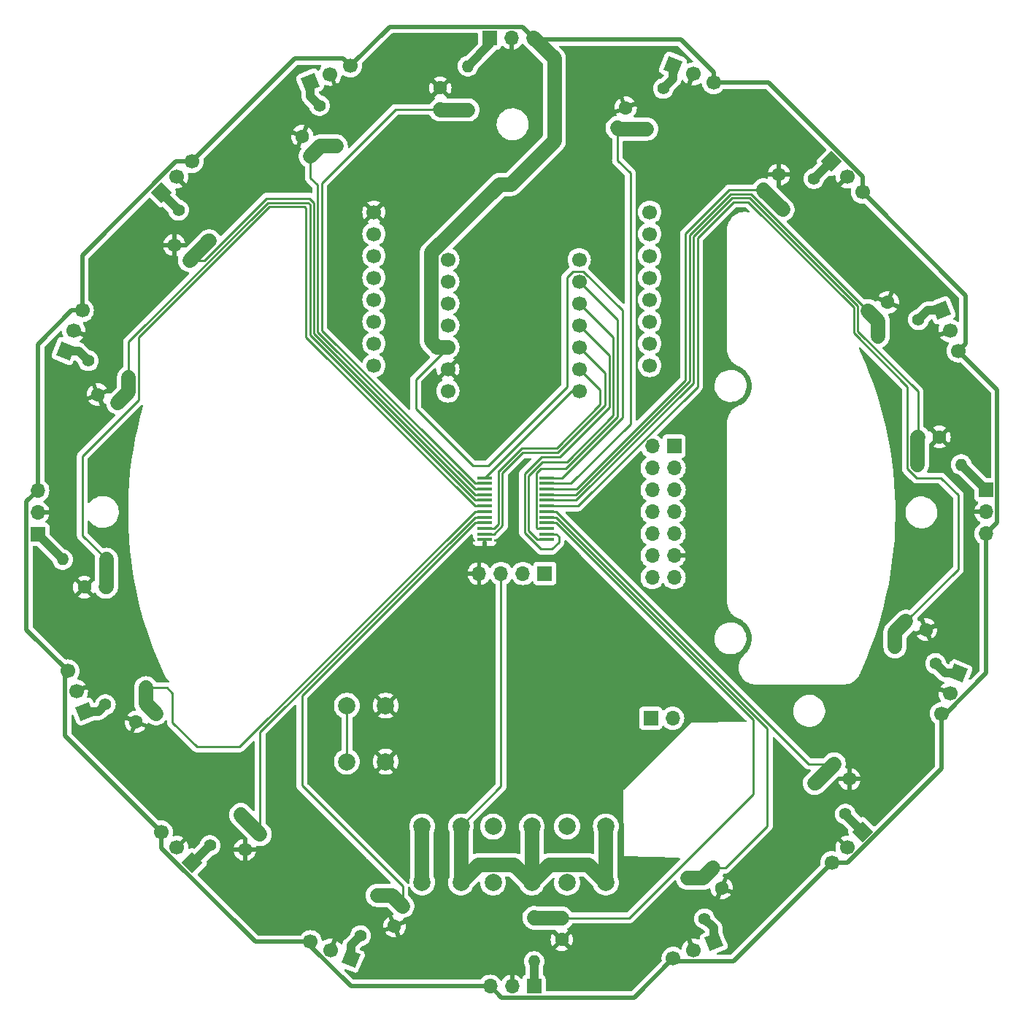
<source format=gbr>
%TF.GenerationSoftware,KiCad,Pcbnew,7.0.9*%
%TF.CreationDate,2024-07-26T16:53:15+09:00*%
%TF.ProjectId,IR_Borred,49525f42-6f72-4726-9564-2e6b69636164,rev?*%
%TF.SameCoordinates,Original*%
%TF.FileFunction,Copper,L1,Top*%
%TF.FilePolarity,Positive*%
%FSLAX46Y46*%
G04 Gerber Fmt 4.6, Leading zero omitted, Abs format (unit mm)*
G04 Created by KiCad (PCBNEW 7.0.9) date 2024-07-26 16:53:15*
%MOMM*%
%LPD*%
G01*
G04 APERTURE LIST*
G04 Aperture macros list*
%AMHorizOval*
0 Thick line with rounded ends*
0 $1 width*
0 $2 $3 position (X,Y) of the first rounded end (center of the circle)*
0 $4 $5 position (X,Y) of the second rounded end (center of the circle)*
0 Add line between two ends*
20,1,$1,$2,$3,$4,$5,0*
0 Add two circle primitives to create the rounded ends*
1,1,$1,$2,$3*
1,1,$1,$4,$5*%
%AMRotRect*
0 Rectangle, with rotation*
0 The origin of the aperture is its center*
0 $1 length*
0 $2 width*
0 $3 Rotation angle, in degrees counterclockwise*
0 Add horizontal line*
21,1,$1,$2,0,0,$3*%
G04 Aperture macros list end*
%TA.AperFunction,ComponentPad*%
%ADD10R,1.700000X1.700000*%
%TD*%
%TA.AperFunction,ComponentPad*%
%ADD11O,1.700000X1.700000*%
%TD*%
%TA.AperFunction,ComponentPad*%
%ADD12C,1.600000*%
%TD*%
%TA.AperFunction,ComponentPad*%
%ADD13C,1.400000*%
%TD*%
%TA.AperFunction,ComponentPad*%
%ADD14HorizOval,1.400000X0.000000X0.000000X0.000000X0.000000X0*%
%TD*%
%TA.AperFunction,ComponentPad*%
%ADD15HorizOval,1.400000X0.000000X0.000000X0.000000X0.000000X0*%
%TD*%
%TA.AperFunction,ComponentPad*%
%ADD16HorizOval,1.400000X0.000000X0.000000X0.000000X0.000000X0*%
%TD*%
%TA.AperFunction,ComponentPad*%
%ADD17HorizOval,1.400000X0.000000X0.000000X0.000000X0.000000X0*%
%TD*%
%TA.AperFunction,ComponentPad*%
%ADD18RotRect,1.700000X1.700000X135.000000*%
%TD*%
%TA.AperFunction,ComponentPad*%
%ADD19HorizOval,1.700000X0.000000X0.000000X0.000000X0.000000X0*%
%TD*%
%TA.AperFunction,ComponentPad*%
%ADD20RotRect,1.700000X1.700000X45.000000*%
%TD*%
%TA.AperFunction,ComponentPad*%
%ADD21HorizOval,1.700000X0.000000X0.000000X0.000000X0.000000X0*%
%TD*%
%TA.AperFunction,ComponentPad*%
%ADD22RotRect,1.700000X1.700000X292.500000*%
%TD*%
%TA.AperFunction,ComponentPad*%
%ADD23HorizOval,1.700000X0.000000X0.000000X0.000000X0.000000X0*%
%TD*%
%TA.AperFunction,ComponentPad*%
%ADD24C,2.000000*%
%TD*%
%TA.AperFunction,ComponentPad*%
%ADD25HorizOval,1.400000X0.000000X0.000000X0.000000X0.000000X0*%
%TD*%
%TA.AperFunction,ComponentPad*%
%ADD26RotRect,1.700000X1.700000X22.500000*%
%TD*%
%TA.AperFunction,ComponentPad*%
%ADD27HorizOval,1.700000X0.000000X0.000000X0.000000X0.000000X0*%
%TD*%
%TA.AperFunction,ComponentPad*%
%ADD28RotRect,1.700000X1.700000X157.500000*%
%TD*%
%TA.AperFunction,ComponentPad*%
%ADD29HorizOval,1.700000X0.000000X0.000000X0.000000X0.000000X0*%
%TD*%
%TA.AperFunction,ComponentPad*%
%ADD30HorizOval,1.400000X0.000000X0.000000X0.000000X0.000000X0*%
%TD*%
%TA.AperFunction,ComponentPad*%
%ADD31RotRect,1.700000X1.700000X202.500000*%
%TD*%
%TA.AperFunction,ComponentPad*%
%ADD32HorizOval,1.700000X0.000000X0.000000X0.000000X0.000000X0*%
%TD*%
%TA.AperFunction,ComponentPad*%
%ADD33HorizOval,1.400000X0.000000X0.000000X0.000000X0.000000X0*%
%TD*%
%TA.AperFunction,ComponentPad*%
%ADD34HorizOval,1.400000X0.000000X0.000000X0.000000X0.000000X0*%
%TD*%
%TA.AperFunction,ComponentPad*%
%ADD35HorizOval,1.400000X0.000000X0.000000X0.000000X0.000000X0*%
%TD*%
%TA.AperFunction,ComponentPad*%
%ADD36O,1.400000X1.400000*%
%TD*%
%TA.AperFunction,ComponentPad*%
%ADD37RotRect,1.700000X1.700000X315.000000*%
%TD*%
%TA.AperFunction,ComponentPad*%
%ADD38HorizOval,1.700000X0.000000X0.000000X0.000000X0.000000X0*%
%TD*%
%TA.AperFunction,ComponentPad*%
%ADD39RotRect,1.700000X1.700000X67.500000*%
%TD*%
%TA.AperFunction,ComponentPad*%
%ADD40HorizOval,1.700000X0.000000X0.000000X0.000000X0.000000X0*%
%TD*%
%TA.AperFunction,ComponentPad*%
%ADD41RotRect,1.700000X1.700000X112.500000*%
%TD*%
%TA.AperFunction,ComponentPad*%
%ADD42HorizOval,1.700000X0.000000X0.000000X0.000000X0.000000X0*%
%TD*%
%TA.AperFunction,ComponentPad*%
%ADD43RotRect,1.700000X1.700000X337.500000*%
%TD*%
%TA.AperFunction,ComponentPad*%
%ADD44HorizOval,1.700000X0.000000X0.000000X0.000000X0.000000X0*%
%TD*%
%TA.AperFunction,ComponentPad*%
%ADD45HorizOval,1.400000X0.000000X0.000000X0.000000X0.000000X0*%
%TD*%
%TA.AperFunction,ComponentPad*%
%ADD46HorizOval,1.400000X0.000000X0.000000X0.000000X0.000000X0*%
%TD*%
%TA.AperFunction,ComponentPad*%
%ADD47HorizOval,1.400000X0.000000X0.000000X0.000000X0.000000X0*%
%TD*%
%TA.AperFunction,ComponentPad*%
%ADD48C,1.700000*%
%TD*%
%TA.AperFunction,ComponentPad*%
%ADD49RotRect,1.700000X1.700000X225.000000*%
%TD*%
%TA.AperFunction,ComponentPad*%
%ADD50HorizOval,1.700000X0.000000X0.000000X0.000000X0.000000X0*%
%TD*%
%TA.AperFunction,SMDPad,CuDef*%
%ADD51R,1.750000X0.450000*%
%TD*%
%TA.AperFunction,ComponentPad*%
%ADD52RotRect,1.700000X1.700000X247.500000*%
%TD*%
%TA.AperFunction,ComponentPad*%
%ADD53HorizOval,1.700000X0.000000X0.000000X0.000000X0.000000X0*%
%TD*%
%TA.AperFunction,ViaPad*%
%ADD54C,0.800000*%
%TD*%
%TA.AperFunction,Conductor*%
%ADD55C,0.500000*%
%TD*%
%TA.AperFunction,Conductor*%
%ADD56C,0.250000*%
%TD*%
%TA.AperFunction,Conductor*%
%ADD57C,1.700000*%
%TD*%
%TA.AperFunction,Conductor*%
%ADD58C,1.000000*%
%TD*%
G04 APERTURE END LIST*
D10*
%TO.P,U17,1,OUT*%
%TO.N,IRout15*%
X146305699Y-150285716D03*
D11*
%TO.P,U17,2,GND*%
%TO.N,GND*%
X143765699Y-150285716D03*
%TO.P,U17,3,Vin*%
%TO.N,+3.3V*%
X141225699Y-150285716D03*
%TD*%
D12*
%TO.P,C4,1*%
%TO.N,D1*%
X114545975Y-132673010D03*
%TO.P,C4,2*%
%TO.N,GND*%
X112778208Y-134440777D03*
%TD*%
%TO.P,C9,1*%
%TO.N,D10*%
X185040399Y-71910620D03*
%TO.P,C9,2*%
%TO.N,GND*%
X187350098Y-70953911D03*
%TD*%
D13*
%TO.P,R6,1*%
%TO.N,D5*%
X108662859Y-63842233D03*
D14*
%TO.P,R6,2*%
%TO.N,IRout5*%
X105070757Y-60250131D03*
%TD*%
D13*
%TO.P,R9,1*%
%TO.N,D10*%
X186222619Y-74895407D03*
D15*
%TO.P,R9,2*%
%TO.N,IRout10*%
X190915927Y-72951375D03*
%TD*%
D13*
%TO.P,R11,1*%
%TO.N,D8*%
X159368090Y-50833441D03*
D16*
%TO.P,R11,2*%
%TO.N,IRout8*%
X161312122Y-46140133D03*
%TD*%
D12*
%TO.P,C5,1*%
%TO.N,D4*%
X98028116Y-82609129D03*
%TO.P,C5,2*%
%TO.N,GND*%
X95718417Y-81652420D03*
%TD*%
D10*
%TO.P,U5,1,OUT*%
%TO.N,IRout3*%
X88744983Y-97836415D03*
D11*
%TO.P,U5,2,GND*%
%TO.N,GND*%
X88744983Y-95296415D03*
%TO.P,U5,3,Vin*%
%TO.N,+3.3V*%
X88744983Y-92756415D03*
%TD*%
D13*
%TO.P,R4,1*%
%TO.N,D1*%
X112311516Y-130367840D03*
D17*
%TO.P,R4,2*%
%TO.N,IRout1*%
X108719414Y-133959942D03*
%TD*%
D18*
%TO.P,U7,1,OUT*%
%TO.N,IRout5*%
X103048418Y-58193452D03*
D19*
%TO.P,U7,2,GND*%
%TO.N,GND*%
X104844469Y-56397401D03*
%TO.P,U7,3,Vin*%
%TO.N,+3.3V*%
X106640520Y-54601350D03*
%TD*%
D10*
%TO.P,U13,1,OUT*%
%TO.N,IRout11*%
X198755000Y-92725000D03*
D11*
%TO.P,U13,2,GND*%
%TO.N,GND*%
X198755000Y-95265000D03*
%TO.P,U13,3,Vin*%
%TO.N,+3.3V*%
X198755000Y-97805000D03*
%TD*%
D10*
%TO.P,J1,1,Pin_1*%
%TO.N,SDA_LCD*%
X147570000Y-102400000D03*
D11*
%TO.P,J1,2,Pin_2*%
%TO.N,SCL_LCD*%
X145030000Y-102400000D03*
%TO.P,J1,3,Pin_3*%
%TO.N,+3.3V*%
X142490000Y-102400000D03*
%TO.P,J1,4,Pin_4*%
%TO.N,GND*%
X139950000Y-102400000D03*
%TD*%
D20*
%TO.P,U11,1,OUT*%
%TO.N,IRout9*%
X180837247Y-54579135D03*
D21*
%TO.P,U11,2,GND*%
%TO.N,GND*%
X182633298Y-56375186D03*
%TO.P,U11,3,Vin*%
%TO.N,+3.3V*%
X184429349Y-58171237D03*
%TD*%
D12*
%TO.P,C14,1*%
%TO.N,D13*%
X181142292Y-124484725D03*
%TO.P,C14,2*%
%TO.N,GND*%
X182910059Y-126252492D03*
%TD*%
D22*
%TO.P,U16,1,OUT*%
%TO.N,IRout14*%
X167160663Y-145120682D03*
D23*
%TO.P,U16,2,GND*%
%TO.N,GND*%
X164814009Y-146092698D03*
%TO.P,U16,3,Vin*%
%TO.N,+3.3V*%
X162467355Y-147064714D03*
%TD*%
D24*
%TO.P,SW1,1*%
%TO.N,LCD-TeensyD10*%
X133340000Y-138250000D03*
X133340000Y-131750000D03*
%TO.P,SW1,2*%
%TO.N,+3.3V*%
X137840000Y-138250000D03*
X137840000Y-131750000D03*
%TD*%
D12*
%TO.P,C1,1*%
%TO.N,D2*%
X102459584Y-118650797D03*
%TO.P,C1,2*%
%TO.N,GND*%
X100149885Y-119607506D03*
%TD*%
D10*
%TO.P,SW4,1*%
%TO.N,+3.3V*%
X159855000Y-119180000D03*
D11*
%TO.P,SW4,2*%
%TO.N,switch*%
X162395000Y-119180000D03*
%TD*%
D10*
%TO.P,U9,1,OUT*%
%TO.N,IRout7*%
X141194283Y-40275699D03*
D11*
%TO.P,U9,2,GND*%
%TO.N,GND*%
X143734283Y-40275699D03*
%TO.P,U9,3,Vin*%
%TO.N,+3.3V*%
X146274283Y-40275699D03*
%TD*%
D13*
%TO.P,R7,1*%
%TO.N,D6*%
X123364691Y-52808080D03*
D25*
%TO.P,R7,2*%
%TO.N,IRout6*%
X121420659Y-48114772D03*
%TD*%
D26*
%TO.P,U12,1,OUT*%
%TO.N,IRout10*%
X193589965Y-71870036D03*
D27*
%TO.P,U12,2,GND*%
%TO.N,GND*%
X194561981Y-74216690D03*
%TO.P,U12,3,Vin*%
%TO.N,+3.3V*%
X195533997Y-76563344D03*
%TD*%
D28*
%TO.P,U6,1,OUT*%
%TO.N,IRout4*%
X91953963Y-76592368D03*
D29*
%TO.P,U6,2,GND*%
%TO.N,GND*%
X92925979Y-74245714D03*
%TO.P,U6,3,Vin*%
%TO.N,+3.3V*%
X93897995Y-71899060D03*
%TD*%
D12*
%TO.P,C6,1*%
%TO.N,D5*%
X106357690Y-66076691D03*
%TO.P,C6,2*%
%TO.N,GND*%
X104589923Y-64308924D03*
%TD*%
%TO.P,C15,1*%
%TO.N,D14*%
X167120079Y-136571116D03*
%TO.P,C15,2*%
%TO.N,GND*%
X168076788Y-138880815D03*
%TD*%
%TO.P,C12,1*%
%TO.N,D9*%
X172954008Y-57888407D03*
%TO.P,C12,2*%
%TO.N,GND*%
X174721775Y-56120640D03*
%TD*%
%TO.P,C10,1*%
%TO.N,D11*%
X190839999Y-86560000D03*
%TO.P,C10,2*%
%TO.N,GND*%
X193339999Y-86560000D03*
%TD*%
D13*
%TO.P,R14,1*%
%TO.N,D13*%
X178837124Y-126719183D03*
D30*
%TO.P,R14,2*%
%TO.N,IRout13*%
X182429226Y-130311285D03*
%TD*%
D31*
%TO.P,U4,1,OUT*%
%TO.N,IRout2*%
X94187016Y-118414381D03*
D32*
%TO.P,U4,2,GND*%
%TO.N,GND*%
X93215000Y-116067727D03*
%TO.P,U4,3,Vin*%
%TO.N,+3.3V*%
X92242984Y-113721073D03*
%TD*%
D13*
%TO.P,R13,1*%
%TO.N,D12*%
X188197259Y-110898807D03*
D33*
%TO.P,R13,2*%
%TO.N,IRout12*%
X192890567Y-112842839D03*
%TD*%
D13*
%TO.P,R1,1*%
%TO.N,D2*%
X101277363Y-115666008D03*
D34*
%TO.P,R1,2*%
%TO.N,IRout2*%
X96584055Y-117610040D03*
%TD*%
D13*
%TO.P,R3,1*%
%TO.N,D0*%
X128131892Y-139727975D03*
D35*
%TO.P,R3,2*%
%TO.N,IRout0*%
X126187860Y-144421283D03*
%TD*%
D12*
%TO.P,C7,1*%
%TO.N,D6*%
X120379903Y-53990300D03*
%TO.P,C7,2*%
%TO.N,GND*%
X119423194Y-51680601D03*
%TD*%
D13*
%TO.P,R8,1*%
%TO.N,D7*%
X138640000Y-48620000D03*
D36*
%TO.P,R8,2*%
%TO.N,IRout7*%
X138640000Y-43540000D03*
%TD*%
D37*
%TO.P,U15,1,OUT*%
%TO.N,IRout13*%
X184451564Y-132367964D03*
D38*
%TO.P,U15,2,GND*%
%TO.N,GND*%
X182655513Y-134164015D03*
%TO.P,U15,3,Vin*%
%TO.N,+3.3V*%
X180859462Y-135960066D03*
%TD*%
D39*
%TO.P,U10,1,OUT*%
%TO.N,IRout8*%
X162438330Y-43484680D03*
D40*
%TO.P,U10,2,GND*%
%TO.N,GND*%
X164784984Y-44456696D03*
%TO.P,U10,3,Vin*%
%TO.N,+3.3V*%
X167131638Y-45428712D03*
%TD*%
D12*
%TO.P,C16,1*%
%TO.N,D15*%
X149539984Y-142371416D03*
%TO.P,C16,2*%
%TO.N,GND*%
X149539984Y-144871416D03*
%TD*%
D10*
%TO.P,J2,1,Pin_1*%
%TO.N,unconnected-(J2-Pin_1-Pad1)*%
X162560000Y-87630000D03*
D11*
%TO.P,J2,2,Pin_2*%
%TO.N,SCL_LCD*%
X160020000Y-87630000D03*
%TO.P,J2,3,Pin_3*%
%TO.N,SDA_LCD*%
X162560000Y-90170000D03*
%TO.P,J2,4,Pin_4*%
%TO.N,TX_Boll*%
X160020000Y-90170000D03*
%TO.P,J2,5,Pin_5*%
%TO.N,RX_Boll*%
X162560000Y-92710000D03*
%TO.P,J2,6,Pin_6*%
%TO.N,TX_camera*%
X160020000Y-92710000D03*
%TO.P,J2,7,Pin_7*%
%TO.N,RX_camera*%
X162560000Y-95250000D03*
%TO.P,J2,8,Pin_8*%
%TO.N,LCD-TeensyD10*%
X160020000Y-95250000D03*
%TO.P,J2,9,Pin_9*%
%TO.N,LCD-TeensyD11*%
X162560000Y-97790000D03*
%TO.P,J2,10,Pin_10*%
%TO.N,LCD-TeensyD12*%
X160020000Y-97790000D03*
%TO.P,J2,11,Pin_11*%
%TO.N,GND*%
X162560000Y-100330000D03*
%TO.P,J2,12,Pin_12*%
%TO.N,+3.3V*%
X160020000Y-100330000D03*
%TO.P,J2,13,Pin_13*%
%TO.N,switch*%
X162560000Y-102870000D03*
%TO.P,J2,14,Pin_14*%
%TO.N,+5V*%
X160020000Y-102870000D03*
%TD*%
D41*
%TO.P,U8,1,OUT*%
%TO.N,IRout6*%
X120325460Y-45446472D03*
D42*
%TO.P,U8,2,GND*%
%TO.N,GND*%
X122672114Y-44474456D03*
%TO.P,U8,3,Vin*%
%TO.N,+3.3V*%
X125018768Y-43502440D03*
%TD*%
D43*
%TO.P,U14,1,OUT*%
%TO.N,IRout12*%
X195546020Y-113969047D03*
D44*
%TO.P,U14,2,GND*%
%TO.N,GND*%
X194574004Y-116315701D03*
%TO.P,U14,3,Vin*%
%TO.N,+3.3V*%
X193601988Y-118662355D03*
%TD*%
D12*
%TO.P,C3,1*%
%TO.N,D0*%
X131078413Y-141002584D03*
%TO.P,C3,2*%
%TO.N,GND*%
X130121704Y-143312283D03*
%TD*%
D13*
%TO.P,R10,1*%
%TO.N,D11*%
X190790000Y-89770000D03*
D36*
%TO.P,R10,2*%
%TO.N,IRout11*%
X195870000Y-89770000D03*
%TD*%
D13*
%TO.P,R12,1*%
%TO.N,D9*%
X175188466Y-60193575D03*
D45*
%TO.P,R12,2*%
%TO.N,IRout9*%
X178780568Y-56601473D03*
%TD*%
D13*
%TO.P,R16,1*%
%TO.N,D15*%
X146329982Y-142321416D03*
D36*
%TO.P,R16,2*%
%TO.N,IRout15*%
X146329982Y-147401416D03*
%TD*%
D13*
%TO.P,R15,1*%
%TO.N,D14*%
X164135292Y-137753336D03*
D46*
%TO.P,R15,2*%
%TO.N,IRout14*%
X166079324Y-142446644D03*
%TD*%
D13*
%TO.P,R5,1*%
%TO.N,D4*%
X99302724Y-79662609D03*
D47*
%TO.P,R5,2*%
%TO.N,IRout4*%
X94609416Y-77718577D03*
%TD*%
D12*
%TO.P,C2,1*%
%TO.N,D3*%
X96659283Y-103980001D03*
%TO.P,C2,2*%
%TO.N,GND*%
X94159283Y-103980001D03*
%TD*%
D48*
%TO.P,U1,1,PA02_A0_D0*%
%TO.N,Data_IR_sensor*%
X151560000Y-81230000D03*
%TO.P,U1,2,PA4_A1_D1*%
%TO.N,S0*%
X151560000Y-78690000D03*
%TO.P,U1,3,PA10_A2_D2*%
%TO.N,S1*%
X151560000Y-76150000D03*
%TO.P,U1,4,PA11_A3_D3*%
%TO.N,S2*%
X151560000Y-73610000D03*
%TO.P,U1,5,PA8_A4_D4_SDA*%
%TO.N,S3*%
X151560000Y-71070000D03*
%TO.P,U1,6,PA9_A5_D5_SCL*%
%TO.N,E*%
X151560000Y-68530000D03*
%TO.P,U1,7,PB08_A6_D6_TX*%
%TO.N,TX_Boll*%
X151560000Y-65990000D03*
%TO.P,U1,8,PB09_A7_D7_RX*%
%TO.N,RX_Boll*%
X136320000Y-65990000D03*
%TO.P,U1,9,PA7_A8_D8_SCK*%
%TO.N,unconnected-(U1-PA7_A8_D8_SCK-Pad9)*%
X136320000Y-68530000D03*
%TO.P,U1,10,PA5_A9_D9_MISO*%
%TO.N,unconnected-(U1-PA5_A9_D9_MISO-Pad10)*%
X136320000Y-71070000D03*
%TO.P,U1,11,PA6_A10_D10_MOSI*%
%TO.N,unconnected-(U1-PA6_A10_D10_MOSI-Pad11)*%
X136320000Y-73610000D03*
%TO.P,U1,12,3V3*%
%TO.N,+3.3V*%
X136320000Y-76150000D03*
%TO.P,U1,13,GND*%
%TO.N,GND*%
X136320000Y-78690000D03*
%TO.P,U1,14,5V*%
%TO.N,+5V*%
X136320000Y-81230000D03*
%TD*%
D12*
%TO.P,C13,1*%
%TO.N,D12*%
X189471866Y-107952288D03*
%TO.P,C13,2*%
%TO.N,GND*%
X191781565Y-108908997D03*
%TD*%
D24*
%TO.P,SW2,1*%
%TO.N,LCD-TeensyD12*%
X141560000Y-138260000D03*
X141560000Y-131760000D03*
%TO.P,SW2,2*%
%TO.N,+3.3V*%
X146060000Y-138260000D03*
X146060000Y-131760000D03*
%TD*%
D12*
%TO.P,C11,1*%
%TO.N,D8*%
X155985646Y-50684850D03*
%TO.P,C11,2*%
%TO.N,GND*%
X156942355Y-48375151D03*
%TD*%
D13*
%TO.P,R2,1*%
%TO.N,D3*%
X96709283Y-100770000D03*
D36*
%TO.P,R2,2*%
%TO.N,IRout3*%
X91629283Y-100770000D03*
%TD*%
D12*
%TO.P,C8,1*%
%TO.N,D7*%
X135430000Y-48570000D03*
%TO.P,C8,2*%
%TO.N,GND*%
X135430000Y-46070000D03*
%TD*%
D49*
%TO.P,U3,1,OUT*%
%TO.N,IRout1*%
X106662735Y-135982280D03*
D50*
%TO.P,U3,2,GND*%
%TO.N,GND*%
X104866684Y-134186229D03*
%TO.P,U3,3,Vin*%
%TO.N,+3.3V*%
X103070633Y-132390178D03*
%TD*%
D48*
%TO.P,U19,1,mosi*%
%TO.N,unconnected-(U19-mosi-Pad1)*%
X159740000Y-78266000D03*
%TO.P,U19,2,sclk*%
%TO.N,unconnected-(U19-sclk-Pad2)*%
X159740000Y-75726000D03*
%TO.P,U19,3,miso*%
%TO.N,unconnected-(U19-miso-Pad3)*%
X159740000Y-73186000D03*
%TO.P,U19,4,ss*%
%TO.N,unconnected-(U19-ss-Pad4)*%
X159740000Y-70646000D03*
%TO.P,U19,5,txo/scl*%
%TO.N,TX_camera*%
X159740000Y-68106000D03*
%TO.P,U19,6,rxd/sca*%
%TO.N,RX_camera*%
X159740000Y-65566000D03*
%TO.P,U19,7,adc/dac*%
%TO.N,unconnected-(U19-adc{slash}dac-Pad7)*%
X159740000Y-63026000D03*
%TO.P,U19,8,3.3v*%
%TO.N,unconnected-(U19-3.3v-Pad8)*%
X159740000Y-60486000D03*
%TO.P,U19,9,rst*%
%TO.N,RST*%
X127740000Y-78266000D03*
%TO.P,U19,10,boot*%
%TO.N,unconnected-(U19-boot-Pad10)*%
X127740000Y-75726000D03*
%TO.P,U19,11,syn*%
%TO.N,unconnected-(U19-syn-Pad11)*%
X127740000Y-73186000D03*
%TO.P,U19,12,seru03*%
%TO.N,unconnected-(U19-seru03-Pad12)*%
X127740000Y-70646000D03*
%TO.P,U19,13,seru02*%
%TO.N,unconnected-(U19-seru02-Pad13)*%
X127740000Y-68106000D03*
%TO.P,U19,14,seru01*%
%TO.N,unconnected-(U19-seru01-Pad14)*%
X127740000Y-65566000D03*
%TO.P,U19,15,vin*%
%TO.N,+5V*%
X127740000Y-63026000D03*
%TO.P,U19,16,GND*%
%TO.N,GND*%
X127740000Y-60486000D03*
%TD*%
D51*
%TO.P,U18,1,COM*%
%TO.N,Data_IR_sensor*%
X140580000Y-91315000D03*
%TO.P,U18,2,I7*%
%TO.N,D7*%
X140580000Y-91965000D03*
%TO.P,U18,3,I6*%
%TO.N,D6*%
X140580000Y-92615000D03*
%TO.P,U18,4,I5*%
%TO.N,D5*%
X140580000Y-93265000D03*
%TO.P,U18,5,I4*%
%TO.N,D4*%
X140580000Y-93915000D03*
%TO.P,U18,6,I3*%
%TO.N,D3*%
X140580000Y-94565000D03*
%TO.P,U18,7,I2*%
%TO.N,D2*%
X140580000Y-95215000D03*
%TO.P,U18,8,I1*%
%TO.N,D1*%
X140580000Y-95865000D03*
%TO.P,U18,9,I0*%
%TO.N,D0*%
X140580000Y-96515000D03*
%TO.P,U18,10,S0*%
%TO.N,S0*%
X140580000Y-97165000D03*
%TO.P,U18,11,S1*%
%TO.N,S1*%
X140580000Y-97815000D03*
%TO.P,U18,12,GND*%
%TO.N,GND*%
X140580000Y-98465000D03*
%TO.P,U18,13,S3*%
%TO.N,S3*%
X147780000Y-98465000D03*
%TO.P,U18,14,S2*%
%TO.N,S2*%
X147780000Y-97815000D03*
%TO.P,U18,15,~{E}*%
%TO.N,E*%
X147780000Y-97165000D03*
%TO.P,U18,16,I15*%
%TO.N,D15*%
X147780000Y-96515000D03*
%TO.P,U18,17,I14*%
%TO.N,D14*%
X147780000Y-95865000D03*
%TO.P,U18,18,I13*%
%TO.N,D13*%
X147780000Y-95215000D03*
%TO.P,U18,19,I12*%
%TO.N,D12*%
X147780000Y-94565000D03*
%TO.P,U18,20,I11*%
%TO.N,D11*%
X147780000Y-93915000D03*
%TO.P,U18,21,I10*%
%TO.N,D10*%
X147780000Y-93265000D03*
%TO.P,U18,22,I9*%
%TO.N,D9*%
X147780000Y-92615000D03*
%TO.P,U18,23,I8*%
%TO.N,D8*%
X147780000Y-91965000D03*
%TO.P,U18,24,VCC*%
%TO.N,+3.3V*%
X147780000Y-91315000D03*
%TD*%
D24*
%TO.P,SW3,1*%
%TO.N,LCD-TeensyD11*%
X150150000Y-138250000D03*
X150150000Y-131750000D03*
%TO.P,SW3,2*%
%TO.N,+3.3V*%
X154650000Y-138250000D03*
X154650000Y-131750000D03*
%TD*%
D52*
%TO.P,U2,1,OUT*%
%TO.N,IRout0*%
X125075510Y-147082477D03*
D53*
%TO.P,U2,2,GND*%
%TO.N,GND*%
X122728856Y-146110461D03*
%TO.P,U2,3,Vin*%
%TO.N,+3.3V*%
X120382202Y-145138445D03*
%TD*%
D24*
%TO.P,Camera_RST1,1*%
%TO.N,RST*%
X124610000Y-124230000D03*
X124610000Y-117730000D03*
%TO.P,Camera_RST1,2*%
%TO.N,GND*%
X129110000Y-124230000D03*
X129110000Y-117730000D03*
%TD*%
D54*
%TO.N,GND*%
X130925000Y-49975000D03*
X138825000Y-40350000D03*
X197100000Y-82600000D03*
X120475000Y-117025000D03*
X198800000Y-90275000D03*
X127775000Y-128775000D03*
X139850000Y-99850000D03*
X152325000Y-101950000D03*
X149550000Y-113675000D03*
X115625000Y-121325000D03*
X132625000Y-41675000D03*
X143450000Y-98975000D03*
X151125000Y-41825000D03*
X128725000Y-56125000D03*
X120550000Y-126475000D03*
X115425000Y-52350000D03*
X98750000Y-69625000D03*
X97925000Y-109575000D03*
X118325000Y-118500000D03*
X119475000Y-57475000D03*
X151875000Y-49925000D03*
X143975000Y-105000000D03*
X165450000Y-103250000D03*
X182425000Y-65300000D03*
X184575000Y-119275000D03*
X120975000Y-134575000D03*
X155650000Y-105175000D03*
X143650000Y-125750000D03*
%TD*%
D55*
%TO.N,+3.3V*%
X167131638Y-45428712D02*
X173525302Y-45428712D01*
D56*
X156546571Y-84323429D02*
X156546571Y-71854870D01*
D57*
X146060000Y-138260000D02*
X148120000Y-136200000D01*
D56*
X147780000Y-91315000D02*
X149555000Y-91315000D01*
D55*
X200055000Y-96505000D02*
X198755000Y-97805000D01*
X196383997Y-70125885D02*
X196383997Y-75713344D01*
X195533997Y-76563344D02*
X200055000Y-81084347D01*
D57*
X148675000Y-52200000D02*
X143612500Y-57262500D01*
D55*
X91915000Y-114049057D02*
X92242984Y-113721073D01*
D56*
X150114000Y-68072000D02*
X150114000Y-80772000D01*
D55*
X120382202Y-145602285D02*
X120382202Y-145138445D01*
X120382202Y-145138445D02*
X113980422Y-145138445D01*
X146418181Y-40419597D02*
X163324604Y-40419597D01*
X124168768Y-42652440D02*
X125018768Y-43502440D01*
X184429349Y-58171237D02*
X196383997Y-70125885D01*
D56*
X150831000Y-67355000D02*
X150114000Y-68072000D01*
D55*
X146274283Y-40275699D02*
X146418181Y-40419597D01*
X88744983Y-75849991D02*
X92695914Y-71899060D01*
D57*
X143612500Y-57262500D02*
X142360494Y-57262500D01*
D55*
X125065633Y-150285716D02*
X120382202Y-145602285D01*
X142525699Y-151585716D02*
X141225699Y-150285716D01*
X163324604Y-40419597D02*
X167131638Y-44226631D01*
X162467355Y-147064714D02*
X157946353Y-151585716D01*
D56*
X150114000Y-80772000D02*
X140970000Y-89916000D01*
D57*
X135117919Y-76150000D02*
X136320000Y-76150000D01*
D55*
X118589430Y-42652440D02*
X124168768Y-42652440D01*
X88744983Y-92756415D02*
X88744983Y-75849991D01*
D56*
X149555000Y-91315000D02*
X156546571Y-84323429D01*
D57*
X134420000Y-75452081D02*
X135117919Y-76150000D01*
D55*
X167131638Y-44226631D02*
X167131638Y-45428712D01*
D57*
X144010000Y-136210000D02*
X146060000Y-138260000D01*
D55*
X169426830Y-147392698D02*
X162795339Y-147392698D01*
X87444983Y-94056415D02*
X88744983Y-92756415D01*
D56*
X140970000Y-89916000D02*
X139192000Y-89916000D01*
D55*
X193601988Y-125056018D02*
X182697940Y-135960066D01*
X173525302Y-45428712D02*
X184429349Y-56332759D01*
D56*
X152046701Y-67355000D02*
X150831000Y-67355000D01*
D55*
X103070633Y-134228656D02*
X103070633Y-132390178D01*
D57*
X154650000Y-131750000D02*
X154650000Y-138250000D01*
D55*
X162795339Y-147392698D02*
X162467355Y-147064714D01*
D57*
X137840000Y-138250000D02*
X137840000Y-131750000D01*
X146274283Y-40275699D02*
X148675000Y-42676416D01*
D56*
X132588000Y-79882000D02*
X136320000Y-76150000D01*
D55*
X193601988Y-118662355D02*
X193601988Y-125056018D01*
D57*
X146060000Y-131760000D02*
X146060000Y-138260000D01*
D55*
X196383997Y-75713344D02*
X195533997Y-76563344D01*
X157946353Y-151585716D02*
X142525699Y-151585716D01*
X141225699Y-150285716D02*
X125065633Y-150285716D01*
X92695914Y-71899060D02*
X93897995Y-71899060D01*
X125018768Y-43502440D02*
X129551208Y-38970000D01*
X129551208Y-38970000D02*
X144968584Y-38970000D01*
D56*
X132588000Y-83312000D02*
X132588000Y-79882000D01*
D55*
X87444983Y-108923072D02*
X87444983Y-94056415D01*
X104802042Y-54601350D02*
X106640520Y-54601350D01*
X200055000Y-81084347D02*
X200055000Y-96505000D01*
X144968584Y-38970000D02*
X146274283Y-40275699D01*
X184429349Y-56332759D02*
X184429349Y-58171237D01*
D56*
X142490000Y-127100000D02*
X137840000Y-131750000D01*
X139192000Y-89916000D02*
X132588000Y-83312000D01*
D55*
X198755000Y-113973183D02*
X194065828Y-118662355D01*
D57*
X148120000Y-136200000D02*
X152600000Y-136200000D01*
X137840000Y-138250000D02*
X139880000Y-136210000D01*
X142360494Y-57262500D02*
X134420000Y-65202994D01*
D56*
X141225699Y-150285716D02*
X140965000Y-150025017D01*
D55*
X93897995Y-65505397D02*
X104802042Y-54601350D01*
X91915000Y-121234545D02*
X91915000Y-114049057D01*
X113980422Y-145138445D02*
X103070633Y-134228656D01*
D57*
X139880000Y-136210000D02*
X144010000Y-136210000D01*
X148675000Y-42676416D02*
X148675000Y-52200000D01*
D55*
X103070633Y-132390178D02*
X91915000Y-121234545D01*
X194065828Y-118662355D02*
X193601988Y-118662355D01*
D57*
X134420000Y-65202994D02*
X134420000Y-75452081D01*
D56*
X156546571Y-71854870D02*
X152046701Y-67355000D01*
D55*
X106640520Y-54601350D02*
X118589430Y-42652440D01*
X182697940Y-135960066D02*
X180859462Y-135960066D01*
X93897995Y-71899060D02*
X93897995Y-65505397D01*
D56*
X142490000Y-102400000D02*
X142490000Y-127100000D01*
D57*
X152600000Y-136200000D02*
X154650000Y-138250000D01*
D55*
X92242984Y-113721073D02*
X87444983Y-108923072D01*
X180859462Y-135960066D02*
X169426830Y-147392698D01*
X198755000Y-97805000D02*
X198755000Y-113973183D01*
D58*
%TO.N,IRout3*%
X88744983Y-97836415D02*
X88744983Y-97885700D01*
X88744983Y-97885700D02*
X91629283Y-100770000D01*
%TO.N,IRout4*%
X93483207Y-76592368D02*
X94609416Y-77718577D01*
X91953963Y-76592368D02*
X93483207Y-76592368D01*
%TO.N,IRout1*%
X106662735Y-135982280D02*
X106697076Y-135982280D01*
X106697076Y-135982280D02*
X108719414Y-133959942D01*
%TO.N,IRout2*%
X95779714Y-118414381D02*
X96584055Y-117610040D01*
X94187016Y-118414381D02*
X95779714Y-118414381D01*
%TO.N,IRout5*%
X103048418Y-58193452D02*
X103048418Y-58227792D01*
X103048418Y-58227792D02*
X105070757Y-60250131D01*
%TO.N,IRout6*%
X120325460Y-47019573D02*
X121420659Y-48114772D01*
X120325460Y-45446472D02*
X120325460Y-47019573D01*
%TO.N,IRout7*%
X141194283Y-40985717D02*
X138640000Y-43540000D01*
X141194283Y-40275699D02*
X141194283Y-40985717D01*
%TO.N,IRout8*%
X162438330Y-45013925D02*
X161312122Y-46140133D01*
X162438330Y-43484680D02*
X162438330Y-45013925D01*
D57*
%TO.N,D2*%
X101277363Y-115666008D02*
X101277363Y-117468576D01*
D56*
X104380000Y-119690000D02*
X107200000Y-122510000D01*
X104380000Y-116320000D02*
X104380000Y-119690000D01*
X103726008Y-115666008D02*
X104380000Y-116320000D01*
X139455000Y-95215000D02*
X112160000Y-122510000D01*
X112160000Y-122510000D02*
X107200000Y-122510000D01*
X101277363Y-115666008D02*
X103726008Y-115666008D01*
D57*
X101277363Y-117468576D02*
X102459584Y-118650797D01*
D56*
X140580000Y-95215000D02*
X139455000Y-95215000D01*
%TO.N,D3*%
X93920000Y-97980717D02*
X93920000Y-88810000D01*
X96709283Y-100770000D02*
X93920000Y-97980717D01*
X119665000Y-59840000D02*
X119866000Y-60041000D01*
X100477724Y-74965068D02*
X115602792Y-59840000D01*
X139455000Y-94565000D02*
X140580000Y-94565000D01*
X119866000Y-74976000D02*
X139455000Y-94565000D01*
D57*
X96709283Y-103930001D02*
X96659283Y-103980001D01*
X96709283Y-100770000D02*
X96709283Y-103930001D01*
D56*
X93920000Y-88810000D02*
X100477724Y-82252276D01*
X100477724Y-82252276D02*
X100477724Y-74965068D01*
X115602792Y-59840000D02*
X119665000Y-59840000D01*
X119866000Y-60041000D02*
X119866000Y-74976000D01*
%TO.N,D0*%
X140580000Y-96515000D02*
X139455000Y-96515000D01*
X131078413Y-141002584D02*
X131078413Y-138698413D01*
X130685000Y-105285000D02*
X130520000Y-105450000D01*
X119380000Y-116576396D02*
X130671396Y-105285000D01*
D57*
X129803804Y-139727975D02*
X131078413Y-141002584D01*
D56*
X130671396Y-105285000D02*
X130685000Y-105285000D01*
X139455000Y-96515000D02*
X130685000Y-105285000D01*
D57*
X128131892Y-139727975D02*
X129803804Y-139727975D01*
D56*
X131078413Y-138698413D02*
X119380000Y-127000000D01*
X119380000Y-127000000D02*
X119380000Y-116576396D01*
%TO.N,D1*%
X140580000Y-95865000D02*
X139455000Y-95865000D01*
X139455000Y-95865000D02*
X114545975Y-120774025D01*
X114545975Y-120774025D02*
X114545975Y-132673010D01*
D57*
X112311516Y-130438551D02*
X114545975Y-132673010D01*
X112311516Y-130367840D02*
X112311516Y-130438551D01*
D56*
%TO.N,D4*%
X120316000Y-59586396D02*
X120119604Y-59390000D01*
D57*
X99302724Y-79662609D02*
X99302724Y-81334521D01*
D56*
X139455000Y-93915000D02*
X120316000Y-74776000D01*
X115416396Y-59390000D02*
X99302724Y-75503672D01*
D57*
X99302724Y-81334521D02*
X98028116Y-82609129D01*
D56*
X120316000Y-74776000D02*
X120316000Y-59586396D01*
X140580000Y-93915000D02*
X139455000Y-93915000D01*
X99302724Y-75503672D02*
X99302724Y-79662609D01*
X120119604Y-59390000D02*
X115416396Y-59390000D01*
%TO.N,D5*%
X139455000Y-93265000D02*
X140580000Y-93265000D01*
X120766000Y-74576000D02*
X139455000Y-93265000D01*
D57*
X108592148Y-63842233D02*
X106357690Y-66076691D01*
D56*
X120766000Y-59400000D02*
X120766000Y-74576000D01*
X106357690Y-66076691D02*
X108093309Y-66076691D01*
X120241000Y-58875000D02*
X120766000Y-59400000D01*
D55*
X106357690Y-66076691D02*
X106428401Y-66076691D01*
D56*
X115295000Y-58875000D02*
X120241000Y-58875000D01*
X108093309Y-66076691D02*
X115295000Y-58875000D01*
D57*
X108662859Y-63842233D02*
X108592148Y-63842233D01*
%TO.N,D6*%
X123364691Y-52808080D02*
X121562123Y-52808080D01*
D56*
X121216000Y-57336396D02*
X121216000Y-74376000D01*
X121216000Y-74376000D02*
X139455000Y-92615000D01*
X139455000Y-92615000D02*
X140580000Y-92615000D01*
X120379903Y-56500299D02*
X121216000Y-57336396D01*
X120379903Y-53990300D02*
X120379903Y-56500299D01*
D57*
X121562123Y-52808080D02*
X120379903Y-53990300D01*
D56*
%TO.N,D7*%
X121666000Y-57150000D02*
X121666000Y-73152000D01*
D57*
X135480000Y-48620000D02*
X135430000Y-48570000D01*
D56*
X121666000Y-73152000D02*
X121666000Y-73660000D01*
X139455000Y-91965000D02*
X134630001Y-87140001D01*
X134630001Y-87140001D02*
X134616397Y-87140001D01*
X121666000Y-74189604D02*
X121666000Y-73152000D01*
X130246000Y-48570000D02*
X121666000Y-57150000D01*
X135430000Y-48570000D02*
X130246000Y-48570000D01*
X134616397Y-87140001D02*
X121666000Y-74189604D01*
X140580000Y-91965000D02*
X139455000Y-91965000D01*
D57*
X138640000Y-48620000D02*
X135480000Y-48620000D01*
D56*
%TO.N,D10*%
X147780000Y-93265000D02*
X151208604Y-93265000D01*
X169088198Y-58398198D02*
X171527977Y-58398198D01*
X147780000Y-93265000D02*
X149161396Y-93265000D01*
X171527977Y-58398198D02*
X185040399Y-71910620D01*
X151208604Y-93265000D02*
X152081802Y-92391802D01*
D57*
X186222619Y-74895407D02*
X186222619Y-73092840D01*
X186222619Y-73092840D02*
X185040399Y-71910620D01*
D56*
X152081802Y-92391802D02*
X164370000Y-80103604D01*
X164370000Y-80103604D02*
X164370000Y-77470000D01*
X164370000Y-78056396D02*
X164370000Y-63116396D01*
X164370000Y-63116396D02*
X169088198Y-58398198D01*
%TO.N,D11*%
X147780000Y-93915000D02*
X151195000Y-93915000D01*
D57*
X190790000Y-89770000D02*
X190790000Y-86609999D01*
X190790000Y-86609999D02*
X190839999Y-86560000D01*
D56*
X190839999Y-81299999D02*
X190839999Y-86560000D01*
X151195000Y-93915000D02*
X164820000Y-80290000D01*
X171354779Y-58861396D02*
X183865399Y-71372016D01*
X183865399Y-71372016D02*
X183865399Y-74325399D01*
X164820000Y-63302792D02*
X169261396Y-58861396D01*
X164820000Y-80290000D02*
X164820000Y-63302792D01*
X183865399Y-74325399D02*
X190839999Y-81299999D01*
X169261396Y-58861396D02*
X171354779Y-58861396D01*
%TO.N,D8*%
X155985646Y-54480646D02*
X155985646Y-50684850D01*
X147780000Y-91965000D02*
X150605000Y-91965000D01*
D57*
X156134237Y-50833441D02*
X155985646Y-50684850D01*
D56*
X157480000Y-55975000D02*
X155985646Y-54480646D01*
X157480000Y-85090000D02*
X157480000Y-55975000D01*
D57*
X159368090Y-50833441D02*
X156134237Y-50833441D01*
D56*
X150605000Y-91965000D02*
X157480000Y-85090000D01*
%TO.N,D9*%
X147780000Y-92615000D02*
X151222208Y-92615000D01*
X163890000Y-62960000D02*
X168961593Y-57888407D01*
X151222208Y-92615000D02*
X163890000Y-79947208D01*
D57*
X172954008Y-57888407D02*
X172954008Y-57959117D01*
D56*
X168961593Y-57888407D02*
X172954008Y-57888407D01*
X163890000Y-79947208D02*
X163890000Y-62960000D01*
D57*
X172954008Y-57959117D02*
X175188466Y-60193575D01*
D56*
%TO.N,D12*%
X189615000Y-80711396D02*
X183415399Y-74511795D01*
X183415399Y-74511795D02*
X183415399Y-71558412D01*
X189471866Y-107952288D02*
X195530000Y-101894154D01*
D57*
X188197259Y-110898807D02*
X188197259Y-109226895D01*
D56*
X169447792Y-59311396D02*
X165270000Y-63489188D01*
X193540000Y-91330000D02*
X190688299Y-91330000D01*
X165270000Y-80718299D02*
X151423298Y-94565000D01*
X189615000Y-90256701D02*
X189615000Y-80711396D01*
X171168383Y-59311396D02*
X169447792Y-59311396D01*
X195530000Y-93320000D02*
X193540000Y-91330000D01*
X183415399Y-71558412D02*
X171168383Y-59311396D01*
X195530000Y-101894154D02*
X195530000Y-93320000D01*
D57*
X188197259Y-109226895D02*
X189471866Y-107952288D01*
D56*
X165270000Y-63489188D02*
X165270000Y-80718299D01*
X151423298Y-94565000D02*
X147780000Y-94565000D01*
X190688299Y-91330000D02*
X189615000Y-90256701D01*
%TO.N,D13*%
X147780000Y-95215000D02*
X148905000Y-95215000D01*
X178174725Y-124484725D02*
X181142292Y-124484725D01*
X148905000Y-95215000D02*
X178174725Y-124484725D01*
D57*
X178837124Y-126719183D02*
X178907834Y-126719183D01*
X178907834Y-126719183D02*
X181142292Y-124484725D01*
%TO.N,D14*%
X164135292Y-137753336D02*
X165937859Y-137753336D01*
D56*
X147780000Y-95865000D02*
X148880000Y-95865000D01*
D57*
X165937859Y-137753336D02*
X167120079Y-136571116D01*
D56*
X148880000Y-95865000D02*
X173380000Y-120365000D01*
X168498884Y-136571116D02*
X167120079Y-136571116D01*
X173380000Y-120365000D02*
X173380000Y-131690000D01*
X173380000Y-131690000D02*
X168498884Y-136571116D01*
%TO.N,D15*%
X171740000Y-119361396D02*
X171740000Y-127980000D01*
D57*
X146379982Y-142371416D02*
X146329982Y-142321416D01*
D56*
X171740000Y-127980000D02*
X157348584Y-142371416D01*
X148880000Y-96515000D02*
X152100000Y-99735000D01*
X147780000Y-96515000D02*
X148880000Y-96515000D01*
X152100000Y-99735000D02*
X152113604Y-99735000D01*
D57*
X149539984Y-142371416D02*
X146379982Y-142371416D01*
D56*
X152113604Y-99735000D02*
X171740000Y-119361396D01*
X157348584Y-142371416D02*
X149539984Y-142371416D01*
D58*
%TO.N,IRout11*%
X198755000Y-92725000D02*
X198755000Y-92655000D01*
X198755000Y-92655000D02*
X195870000Y-89770000D01*
%TO.N,IRout12*%
X195546020Y-113969047D02*
X194016775Y-113969047D01*
X194016775Y-113969047D02*
X192890567Y-112842839D01*
%TO.N,IRout9*%
X180837247Y-54579135D02*
X180802906Y-54579135D01*
X180802906Y-54579135D02*
X178780568Y-56601473D01*
%TO.N,IRout10*%
X191997266Y-71870036D02*
X190915927Y-72951375D01*
X193589965Y-71870036D02*
X191997266Y-71870036D01*
%TO.N,IRout13*%
X182429226Y-130311285D02*
X182429226Y-130345626D01*
X182429226Y-130345626D02*
X184451564Y-132367964D01*
%TO.N,IRout14*%
X167160663Y-143527983D02*
X166079324Y-142446644D01*
X167160663Y-145120682D02*
X167160663Y-143527983D01*
D56*
%TO.N,S0*%
X153970000Y-81100000D02*
X153970000Y-82813604D01*
X141705000Y-97165000D02*
X142200000Y-96670000D01*
X153970000Y-82813604D02*
X148946802Y-87836802D01*
X140580000Y-97165000D02*
X141705000Y-97165000D01*
X142200000Y-96670000D02*
X142200000Y-90460000D01*
X148946802Y-87836802D02*
X144896802Y-87836802D01*
X142200000Y-90533604D02*
X142200000Y-90690000D01*
X151560000Y-78690000D02*
X153970000Y-81100000D01*
X144896802Y-87836802D02*
X142200000Y-90533604D01*
%TO.N,S1*%
X154560000Y-79150000D02*
X154560000Y-82860000D01*
X142650000Y-90720000D02*
X142650000Y-96856396D01*
X151560000Y-76150000D02*
X154560000Y-79150000D01*
X149030000Y-88390000D02*
X144980000Y-88390000D01*
X142650000Y-96856396D02*
X141691396Y-97815000D01*
X154560000Y-82860000D02*
X149030000Y-88390000D01*
X144980000Y-88390000D02*
X142650000Y-90720000D01*
X141691396Y-97815000D02*
X140580000Y-97815000D01*
%TO.N,S2*%
X149200000Y-98795000D02*
X148415000Y-99580000D01*
X148905000Y-97815000D02*
X149200000Y-98110000D01*
X147780000Y-97815000D02*
X148905000Y-97815000D01*
X148415000Y-99580000D02*
X147133604Y-99580000D01*
X145210000Y-97656396D02*
X145210000Y-90860000D01*
X155040000Y-83100000D02*
X155040000Y-77090000D01*
X145210000Y-90860000D02*
X147230000Y-88840000D01*
X155040000Y-77090000D02*
X151560000Y-73610000D01*
X149200000Y-98110000D02*
X149200000Y-98795000D01*
X147133604Y-99580000D02*
X145210000Y-97656396D01*
X149300000Y-88840000D02*
X155040000Y-83100000D01*
X147230000Y-88840000D02*
X149300000Y-88840000D01*
%TO.N,S3*%
X147261396Y-89447208D02*
X145660000Y-91048604D01*
X146655000Y-98465000D02*
X147780000Y-98465000D01*
X155521571Y-84075637D02*
X150150000Y-89447208D01*
X150150000Y-89447208D02*
X147261396Y-89447208D01*
X145660000Y-97470000D02*
X146655000Y-98465000D01*
X155521571Y-75031571D02*
X151560000Y-71070000D01*
X145660000Y-91048604D02*
X145660000Y-97470000D01*
X155521571Y-84075637D02*
X155521571Y-75031571D01*
%TO.N,E*%
X146580000Y-90765000D02*
X147133198Y-90211802D01*
X147133198Y-90211802D02*
X150021802Y-90211802D01*
X150021802Y-90211802D02*
X155971571Y-84262033D01*
X147780000Y-97165000D02*
X146655000Y-97165000D01*
X155971571Y-72941571D02*
X151560000Y-68530000D01*
X146655000Y-97165000D02*
X146580000Y-97090000D01*
X155971571Y-84262033D02*
X155971571Y-72941571D01*
X146580000Y-97090000D02*
X146580000Y-90765000D01*
D58*
%TO.N,IRout15*%
X146329982Y-147401416D02*
X146329982Y-150261433D01*
X146329982Y-150261433D02*
X146305699Y-150285716D01*
X146305699Y-150285716D02*
X146305699Y-148640000D01*
%TO.N,IRout0*%
X125075510Y-147082477D02*
X125075510Y-145533633D01*
X125075510Y-145533633D02*
X126187860Y-144421283D01*
D56*
%TO.N,RST*%
X124610000Y-124230000D02*
X124610000Y-117730000D01*
%TO.N,Data_IR_sensor*%
X151560000Y-81230000D02*
X150665000Y-81230000D01*
X150665000Y-81230000D02*
X140580000Y-91315000D01*
D57*
%TO.N,LCD-TeensyD10*%
X133340000Y-138250000D02*
X133340000Y-131750000D01*
%TD*%
%TA.AperFunction,Conductor*%
%TO.N,GND*%
G36*
X139786822Y-39740185D02*
G01*
X139832577Y-39792989D01*
X139843783Y-39844500D01*
X139843783Y-40869934D01*
X139824098Y-40936973D01*
X139807464Y-40957615D01*
X138429009Y-42336069D01*
X138367686Y-42369554D01*
X138364115Y-42370276D01*
X138310068Y-42380380D01*
X138310060Y-42380382D01*
X138102601Y-42460751D01*
X138102595Y-42460754D01*
X137913439Y-42577874D01*
X137913437Y-42577876D01*
X137749020Y-42727761D01*
X137614943Y-42905308D01*
X137614938Y-42905316D01*
X137515775Y-43104461D01*
X137515769Y-43104476D01*
X137454885Y-43318462D01*
X137454884Y-43318464D01*
X137434357Y-43539999D01*
X137434357Y-43540000D01*
X137454884Y-43761535D01*
X137454885Y-43761537D01*
X137515769Y-43975523D01*
X137515775Y-43975538D01*
X137614938Y-44174683D01*
X137614943Y-44174691D01*
X137749020Y-44352238D01*
X137913437Y-44502123D01*
X137913439Y-44502125D01*
X138102595Y-44619245D01*
X138102596Y-44619245D01*
X138102599Y-44619247D01*
X138310060Y-44699618D01*
X138528757Y-44740500D01*
X138528759Y-44740500D01*
X138751241Y-44740500D01*
X138751243Y-44740500D01*
X138969940Y-44699618D01*
X139177401Y-44619247D01*
X139366562Y-44502124D01*
X139530981Y-44352236D01*
X139665058Y-44174689D01*
X139764229Y-43975528D01*
X139813013Y-43804065D01*
X139844596Y-43750323D01*
X141892770Y-41702150D01*
X141936774Y-41660321D01*
X141998923Y-41628403D01*
X142022203Y-41626198D01*
X142092154Y-41626198D01*
X142092155Y-41626198D01*
X142151766Y-41619790D01*
X142286614Y-41569495D01*
X142401829Y-41483245D01*
X142488079Y-41368030D01*
X142537285Y-41236100D01*
X142579155Y-41180167D01*
X142644620Y-41155749D01*
X142712893Y-41170600D01*
X142741148Y-41191752D01*
X142863200Y-41313804D01*
X143056704Y-41449299D01*
X143270790Y-41549128D01*
X143270799Y-41549132D01*
X143484283Y-41606333D01*
X143484283Y-40711200D01*
X143591968Y-40760379D01*
X143698520Y-40775699D01*
X143770046Y-40775699D01*
X143876598Y-40760379D01*
X143984283Y-40711200D01*
X143984283Y-41606332D01*
X144197766Y-41549132D01*
X144197775Y-41549128D01*
X144411861Y-41449299D01*
X144605365Y-41313804D01*
X144772388Y-41146781D01*
X144902402Y-40961104D01*
X144956979Y-40917480D01*
X145026478Y-40910287D01*
X145088832Y-40941809D01*
X145105552Y-40961105D01*
X145132646Y-40999799D01*
X145135553Y-41004363D01*
X145163792Y-41053273D01*
X145163794Y-41053276D01*
X145200091Y-41096533D01*
X145203385Y-41100826D01*
X145235781Y-41147092D01*
X145235789Y-41147101D01*
X145405017Y-41316330D01*
X145405038Y-41316349D01*
X147288181Y-43199492D01*
X147321666Y-43260815D01*
X147324500Y-43287173D01*
X147324500Y-51589242D01*
X147304815Y-51656281D01*
X147288181Y-51676923D01*
X143089424Y-55875681D01*
X143028101Y-55909166D01*
X143001743Y-55912000D01*
X142242333Y-55912000D01*
X142186717Y-55921807D01*
X142181354Y-55922513D01*
X142125083Y-55927437D01*
X142070526Y-55942055D01*
X142065245Y-55943226D01*
X142009624Y-55953034D01*
X141956563Y-55972346D01*
X141951404Y-55973973D01*
X141916406Y-55983351D01*
X141896831Y-55988597D01*
X141896829Y-55988598D01*
X141896823Y-55988600D01*
X141845629Y-56012471D01*
X141840632Y-56014541D01*
X141787571Y-56033854D01*
X141787565Y-56033856D01*
X141738657Y-56062093D01*
X141733860Y-56064590D01*
X141687261Y-56086322D01*
X141682663Y-56088466D01*
X141636386Y-56120868D01*
X141631824Y-56123774D01*
X141582925Y-56152006D01*
X141582918Y-56152011D01*
X141539658Y-56188309D01*
X141535367Y-56191602D01*
X141489097Y-56224001D01*
X141489089Y-56224008D01*
X133381508Y-64331589D01*
X133381501Y-64331597D01*
X133349109Y-64377857D01*
X133345817Y-64382148D01*
X133309513Y-64425413D01*
X133309508Y-64425421D01*
X133281262Y-64474342D01*
X133278356Y-64478904D01*
X133245965Y-64525163D01*
X133222095Y-64576350D01*
X133219598Y-64581147D01*
X133191357Y-64630064D01*
X133191351Y-64630077D01*
X133172033Y-64683152D01*
X133169963Y-64688150D01*
X133146099Y-64739324D01*
X133146095Y-64739336D01*
X133131477Y-64793889D01*
X133129850Y-64799050D01*
X133110534Y-64852120D01*
X133100724Y-64907751D01*
X133099554Y-64913031D01*
X133088099Y-64955787D01*
X133084937Y-64967587D01*
X133080013Y-65023855D01*
X133079307Y-65029218D01*
X133069500Y-65084841D01*
X133069500Y-65144028D01*
X133069500Y-75333928D01*
X133069500Y-75570234D01*
X133071228Y-75580032D01*
X133079307Y-75625857D01*
X133080013Y-75631220D01*
X133084937Y-75687491D01*
X133099553Y-75742041D01*
X133100724Y-75747323D01*
X133110534Y-75802954D01*
X133129850Y-75856025D01*
X133131477Y-75861186D01*
X133145788Y-75914592D01*
X133146097Y-75915744D01*
X133169972Y-75966944D01*
X133172031Y-75971915D01*
X133191353Y-76025001D01*
X133191357Y-76025011D01*
X133219598Y-76073925D01*
X133222097Y-76078725D01*
X133245964Y-76129909D01*
X133245965Y-76129911D01*
X133278357Y-76176171D01*
X133281264Y-76180734D01*
X133304430Y-76220858D01*
X133309509Y-76229655D01*
X133345814Y-76272921D01*
X133349108Y-76277214D01*
X133381506Y-76323484D01*
X133550733Y-76492711D01*
X133550755Y-76492731D01*
X134077772Y-77019748D01*
X134077801Y-77019779D01*
X134234034Y-77176012D01*
X134267519Y-77237335D01*
X134262535Y-77307027D01*
X134234034Y-77351374D01*
X132204208Y-79381199D01*
X132191951Y-79391020D01*
X132192134Y-79391241D01*
X132186123Y-79396213D01*
X132138772Y-79446636D01*
X132117889Y-79467519D01*
X132117877Y-79467532D01*
X132113621Y-79473017D01*
X132109837Y-79477447D01*
X132077937Y-79511418D01*
X132077936Y-79511420D01*
X132068284Y-79528976D01*
X132057610Y-79545226D01*
X132045329Y-79561061D01*
X132045324Y-79561068D01*
X132026815Y-79603838D01*
X132024245Y-79609084D01*
X132001803Y-79649906D01*
X131996822Y-79669307D01*
X131990521Y-79687710D01*
X131982562Y-79706102D01*
X131982561Y-79706105D01*
X131975271Y-79752127D01*
X131974087Y-79757846D01*
X131962501Y-79802972D01*
X131962500Y-79802982D01*
X131962500Y-79823016D01*
X131960973Y-79842415D01*
X131957840Y-79862194D01*
X131957840Y-79862195D01*
X131962225Y-79908583D01*
X131962500Y-79914421D01*
X131962500Y-83229255D01*
X131960775Y-83244872D01*
X131961061Y-83244899D01*
X131960326Y-83252666D01*
X131961737Y-83297557D01*
X131944167Y-83365181D01*
X131892826Y-83412571D01*
X131824013Y-83424681D01*
X131759578Y-83397666D01*
X131750117Y-83389131D01*
X131450214Y-83089228D01*
X128116741Y-79755754D01*
X128083256Y-79694431D01*
X128088240Y-79624739D01*
X128130112Y-79568806D01*
X128172327Y-79548299D01*
X128203663Y-79539903D01*
X128417830Y-79440035D01*
X128611401Y-79304495D01*
X128778495Y-79137401D01*
X128914035Y-78943830D01*
X129013903Y-78729663D01*
X129075063Y-78501408D01*
X129095659Y-78266000D01*
X129075063Y-78030592D01*
X129023257Y-77837247D01*
X129013905Y-77802344D01*
X129013904Y-77802343D01*
X129013903Y-77802337D01*
X128914035Y-77588171D01*
X128852648Y-77500500D01*
X128778494Y-77394597D01*
X128611402Y-77227506D01*
X128611396Y-77227501D01*
X128425842Y-77097575D01*
X128382217Y-77042998D01*
X128375023Y-76973500D01*
X128406546Y-76911145D01*
X128425842Y-76894425D01*
X128462432Y-76868804D01*
X128611401Y-76764495D01*
X128778495Y-76597401D01*
X128914035Y-76403830D01*
X129013903Y-76189663D01*
X129075063Y-75961408D01*
X129095659Y-75726000D01*
X129093596Y-75702426D01*
X129084852Y-75602481D01*
X129075063Y-75490592D01*
X129013903Y-75262337D01*
X128914035Y-75048171D01*
X128899947Y-75028050D01*
X128778494Y-74854597D01*
X128611402Y-74687506D01*
X128611396Y-74687501D01*
X128425842Y-74557575D01*
X128382217Y-74502998D01*
X128375023Y-74433500D01*
X128406546Y-74371145D01*
X128425842Y-74354425D01*
X128493720Y-74306896D01*
X128611401Y-74224495D01*
X128778495Y-74057401D01*
X128914035Y-73863830D01*
X129013903Y-73649663D01*
X129075063Y-73421408D01*
X129095659Y-73186000D01*
X129075063Y-72950592D01*
X129013903Y-72722337D01*
X128914035Y-72508171D01*
X128888005Y-72470995D01*
X128778494Y-72314597D01*
X128611402Y-72147506D01*
X128611396Y-72147501D01*
X128425842Y-72017575D01*
X128382217Y-71962998D01*
X128375023Y-71893500D01*
X128406546Y-71831145D01*
X128425842Y-71814425D01*
X128473679Y-71780929D01*
X128611401Y-71684495D01*
X128778495Y-71517401D01*
X128914035Y-71323830D01*
X129013903Y-71109663D01*
X129075063Y-70881408D01*
X129095659Y-70646000D01*
X129075063Y-70410592D01*
X129018260Y-70198597D01*
X129013905Y-70182344D01*
X129013904Y-70182343D01*
X129013903Y-70182337D01*
X128914035Y-69968171D01*
X128912528Y-69966018D01*
X128778494Y-69774597D01*
X128611402Y-69607506D01*
X128611396Y-69607501D01*
X128425842Y-69477575D01*
X128382217Y-69422998D01*
X128375023Y-69353500D01*
X128406546Y-69291145D01*
X128425842Y-69274425D01*
X128448026Y-69258891D01*
X128611401Y-69144495D01*
X128778495Y-68977401D01*
X128914035Y-68783830D01*
X129013903Y-68569663D01*
X129075063Y-68341408D01*
X129095659Y-68106000D01*
X129075063Y-67870592D01*
X129018260Y-67658597D01*
X129013905Y-67642344D01*
X129013904Y-67642343D01*
X129013903Y-67642337D01*
X128914035Y-67428171D01*
X128867405Y-67361575D01*
X128778494Y-67234597D01*
X128611402Y-67067506D01*
X128611396Y-67067501D01*
X128425842Y-66937575D01*
X128382217Y-66882998D01*
X128375023Y-66813500D01*
X128406546Y-66751145D01*
X128425842Y-66734425D01*
X128501925Y-66681151D01*
X128611401Y-66604495D01*
X128778495Y-66437401D01*
X128914035Y-66243830D01*
X129013903Y-66029663D01*
X129075063Y-65801408D01*
X129095659Y-65566000D01*
X129075063Y-65330592D01*
X129013967Y-65102574D01*
X129013905Y-65102344D01*
X129013904Y-65102343D01*
X129013903Y-65102337D01*
X128914035Y-64888171D01*
X128863478Y-64815967D01*
X128778494Y-64694597D01*
X128611402Y-64527506D01*
X128611396Y-64527501D01*
X128425842Y-64397575D01*
X128382217Y-64342998D01*
X128375023Y-64273500D01*
X128406546Y-64211145D01*
X128425842Y-64194425D01*
X128468585Y-64164496D01*
X128611401Y-64064495D01*
X128778495Y-63897401D01*
X128914035Y-63703830D01*
X129013903Y-63489663D01*
X129075063Y-63261408D01*
X129095659Y-63026000D01*
X129075063Y-62790592D01*
X129027636Y-62613589D01*
X129013905Y-62562344D01*
X129013904Y-62562343D01*
X129013903Y-62562337D01*
X128914035Y-62348171D01*
X128896413Y-62323003D01*
X128778494Y-62154597D01*
X128611402Y-61987506D01*
X128611401Y-61987505D01*
X128425405Y-61857269D01*
X128381781Y-61802692D01*
X128374588Y-61733193D01*
X128406110Y-61670839D01*
X128425405Y-61654119D01*
X128501373Y-61600925D01*
X127872533Y-60972086D01*
X127882315Y-60970680D01*
X128013100Y-60910952D01*
X128121761Y-60816798D01*
X128199493Y-60695844D01*
X128223076Y-60615524D01*
X128854925Y-61247373D01*
X128854926Y-61247373D01*
X128913598Y-61163582D01*
X128913600Y-61163578D01*
X129013429Y-60949492D01*
X129013433Y-60949483D01*
X129074567Y-60721326D01*
X129074569Y-60721315D01*
X129095157Y-60486001D01*
X129095157Y-60485998D01*
X129074569Y-60250684D01*
X129074567Y-60250673D01*
X129013433Y-60022516D01*
X129013429Y-60022507D01*
X128913600Y-59808423D01*
X128913599Y-59808421D01*
X128854925Y-59724626D01*
X128854925Y-59724625D01*
X128223076Y-60356475D01*
X128199493Y-60276156D01*
X128121761Y-60155202D01*
X128013100Y-60061048D01*
X127882315Y-60001320D01*
X127872533Y-59999913D01*
X128501373Y-59371073D01*
X128501373Y-59371072D01*
X128417583Y-59312402D01*
X128417579Y-59312400D01*
X128203492Y-59212570D01*
X128203483Y-59212566D01*
X127975326Y-59151432D01*
X127975315Y-59151430D01*
X127740002Y-59130843D01*
X127739998Y-59130843D01*
X127504684Y-59151430D01*
X127504673Y-59151432D01*
X127276516Y-59212566D01*
X127276507Y-59212570D01*
X127062419Y-59312401D01*
X126978625Y-59371072D01*
X127607466Y-59999913D01*
X127597685Y-60001320D01*
X127466900Y-60061048D01*
X127358239Y-60155202D01*
X127280507Y-60276156D01*
X127256923Y-60356476D01*
X126625072Y-59724625D01*
X126566401Y-59808419D01*
X126466570Y-60022507D01*
X126466566Y-60022516D01*
X126405432Y-60250673D01*
X126405430Y-60250684D01*
X126384843Y-60485998D01*
X126384843Y-60486001D01*
X126405430Y-60721315D01*
X126405432Y-60721326D01*
X126466566Y-60949483D01*
X126466570Y-60949492D01*
X126566400Y-61163579D01*
X126566402Y-61163583D01*
X126625072Y-61247373D01*
X126625073Y-61247373D01*
X127256923Y-60615523D01*
X127280507Y-60695844D01*
X127358239Y-60816798D01*
X127466900Y-60910952D01*
X127597685Y-60970680D01*
X127607466Y-60972086D01*
X126978625Y-61600925D01*
X127054594Y-61654119D01*
X127098219Y-61708696D01*
X127105413Y-61778194D01*
X127073890Y-61840549D01*
X127054595Y-61857269D01*
X126868594Y-61987508D01*
X126701505Y-62154597D01*
X126565965Y-62348169D01*
X126565964Y-62348171D01*
X126485006Y-62521787D01*
X126470880Y-62552081D01*
X126466098Y-62562335D01*
X126466094Y-62562344D01*
X126404938Y-62790586D01*
X126404936Y-62790596D01*
X126384341Y-63025999D01*
X126384341Y-63026000D01*
X126404936Y-63261403D01*
X126404938Y-63261413D01*
X126466094Y-63489655D01*
X126466096Y-63489659D01*
X126466097Y-63489663D01*
X126543867Y-63656441D01*
X126565965Y-63703830D01*
X126565967Y-63703834D01*
X126701501Y-63897395D01*
X126701506Y-63897402D01*
X126868597Y-64064493D01*
X126868603Y-64064498D01*
X127054158Y-64194425D01*
X127097783Y-64249002D01*
X127104977Y-64318500D01*
X127073454Y-64380855D01*
X127054158Y-64397575D01*
X126868597Y-64527505D01*
X126701505Y-64694597D01*
X126565965Y-64888169D01*
X126565964Y-64888171D01*
X126466098Y-65102335D01*
X126466094Y-65102344D01*
X126404938Y-65330586D01*
X126404936Y-65330596D01*
X126384341Y-65565999D01*
X126384341Y-65566000D01*
X126404936Y-65801403D01*
X126404938Y-65801413D01*
X126466094Y-66029655D01*
X126466096Y-66029659D01*
X126466097Y-66029663D01*
X126543123Y-66194846D01*
X126565965Y-66243830D01*
X126565967Y-66243834D01*
X126701501Y-66437395D01*
X126701506Y-66437402D01*
X126868597Y-66604493D01*
X126868603Y-66604498D01*
X127054158Y-66734425D01*
X127097783Y-66789002D01*
X127104977Y-66858500D01*
X127073454Y-66920855D01*
X127054158Y-66937575D01*
X126868597Y-67067505D01*
X126701505Y-67234597D01*
X126565965Y-67428169D01*
X126565964Y-67428171D01*
X126466098Y-67642335D01*
X126466094Y-67642344D01*
X126404938Y-67870586D01*
X126404936Y-67870596D01*
X126384341Y-68105999D01*
X126384341Y-68106000D01*
X126404936Y-68341403D01*
X126404938Y-68341413D01*
X126466094Y-68569655D01*
X126466096Y-68569659D01*
X126466097Y-68569663D01*
X126557372Y-68765403D01*
X126565965Y-68783830D01*
X126565967Y-68783834D01*
X126701501Y-68977395D01*
X126701506Y-68977402D01*
X126868597Y-69144493D01*
X126868603Y-69144498D01*
X127054158Y-69274425D01*
X127097783Y-69329002D01*
X127104977Y-69398500D01*
X127073454Y-69460855D01*
X127054158Y-69477575D01*
X126868597Y-69607505D01*
X126701505Y-69774597D01*
X126565965Y-69968169D01*
X126565964Y-69968171D01*
X126466098Y-70182335D01*
X126466094Y-70182344D01*
X126404938Y-70410586D01*
X126404936Y-70410596D01*
X126384341Y-70645999D01*
X126384341Y-70646000D01*
X126404936Y-70881403D01*
X126404938Y-70881413D01*
X126466094Y-71109655D01*
X126466096Y-71109659D01*
X126466097Y-71109663D01*
X126517819Y-71220581D01*
X126565965Y-71323830D01*
X126565967Y-71323834D01*
X126701501Y-71517395D01*
X126701506Y-71517402D01*
X126868597Y-71684493D01*
X126868603Y-71684498D01*
X127054158Y-71814425D01*
X127097783Y-71869002D01*
X127104977Y-71938500D01*
X127073454Y-72000855D01*
X127054158Y-72017575D01*
X126868597Y-72147505D01*
X126701505Y-72314597D01*
X126565965Y-72508169D01*
X126565964Y-72508171D01*
X126466098Y-72722335D01*
X126466094Y-72722344D01*
X126404938Y-72950586D01*
X126404936Y-72950596D01*
X126384341Y-73185999D01*
X126384341Y-73186000D01*
X126404936Y-73421403D01*
X126404938Y-73421413D01*
X126466094Y-73649655D01*
X126466096Y-73649659D01*
X126466097Y-73649663D01*
X126519232Y-73763611D01*
X126565965Y-73863830D01*
X126565967Y-73863834D01*
X126648270Y-73981374D01*
X126684862Y-74033633D01*
X126701501Y-74057395D01*
X126701506Y-74057402D01*
X126868597Y-74224493D01*
X126868603Y-74224498D01*
X127054158Y-74354425D01*
X127097783Y-74409002D01*
X127104977Y-74478500D01*
X127073454Y-74540855D01*
X127054158Y-74557575D01*
X126868597Y-74687505D01*
X126701505Y-74854597D01*
X126565965Y-75048169D01*
X126565964Y-75048171D01*
X126466098Y-75262335D01*
X126466094Y-75262344D01*
X126404938Y-75490586D01*
X126404936Y-75490596D01*
X126384341Y-75725999D01*
X126384341Y-75726000D01*
X126404936Y-75961403D01*
X126404938Y-75961413D01*
X126466094Y-76189655D01*
X126466096Y-76189659D01*
X126466097Y-76189663D01*
X126528498Y-76323482D01*
X126565965Y-76403830D01*
X126565967Y-76403834D01*
X126701501Y-76597395D01*
X126701506Y-76597402D01*
X126868597Y-76764493D01*
X126868603Y-76764498D01*
X127054158Y-76894425D01*
X127097783Y-76949002D01*
X127104977Y-77018500D01*
X127073454Y-77080855D01*
X127054158Y-77097575D01*
X126868597Y-77227505D01*
X126701505Y-77394597D01*
X126565965Y-77588169D01*
X126565964Y-77588171D01*
X126466098Y-77802335D01*
X126466094Y-77802344D01*
X126457701Y-77833670D01*
X126421336Y-77893331D01*
X126358489Y-77923860D01*
X126289113Y-77915565D01*
X126250245Y-77889258D01*
X122327819Y-73966832D01*
X122294334Y-73905509D01*
X122291500Y-73879151D01*
X122291500Y-57460452D01*
X122311185Y-57393413D01*
X122327819Y-57372771D01*
X129342828Y-50357763D01*
X141975787Y-50357763D01*
X142005413Y-50627013D01*
X142005415Y-50627024D01*
X142059380Y-50833441D01*
X142073928Y-50889088D01*
X142179870Y-51138390D01*
X142310821Y-51352960D01*
X142320979Y-51369605D01*
X142320986Y-51369615D01*
X142494253Y-51577819D01*
X142494259Y-51577824D01*
X142636014Y-51704836D01*
X142695998Y-51758582D01*
X142921910Y-51908044D01*
X143167176Y-52023020D01*
X143167183Y-52023022D01*
X143167185Y-52023023D01*
X143426557Y-52101057D01*
X143426564Y-52101058D01*
X143426569Y-52101060D01*
X143694561Y-52140500D01*
X143694566Y-52140500D01*
X143897636Y-52140500D01*
X143949133Y-52136730D01*
X144100156Y-52125677D01*
X144212758Y-52100593D01*
X144364546Y-52066782D01*
X144364548Y-52066781D01*
X144364553Y-52066780D01*
X144617558Y-51970014D01*
X144853777Y-51837441D01*
X145068177Y-51671888D01*
X145256186Y-51476881D01*
X145413799Y-51256579D01*
X145510315Y-51068854D01*
X145537649Y-51015690D01*
X145537651Y-51015684D01*
X145537656Y-51015675D01*
X145625118Y-50759305D01*
X145674319Y-50492933D01*
X145684212Y-50222235D01*
X145654586Y-49952982D01*
X145586072Y-49690912D01*
X145480130Y-49441610D01*
X145339018Y-49210390D01*
X145328985Y-49198334D01*
X145165746Y-49002180D01*
X145165740Y-49002175D01*
X144964002Y-48821418D01*
X144738092Y-48671957D01*
X144655770Y-48633366D01*
X144492824Y-48556980D01*
X144492819Y-48556978D01*
X144492814Y-48556976D01*
X144233442Y-48478942D01*
X144233428Y-48478939D01*
X144117791Y-48461921D01*
X143965439Y-48439500D01*
X143762369Y-48439500D01*
X143762364Y-48439500D01*
X143559844Y-48454323D01*
X143559831Y-48454325D01*
X143295453Y-48513217D01*
X143295446Y-48513220D01*
X143042439Y-48609987D01*
X142806226Y-48742557D01*
X142806224Y-48742558D01*
X142806223Y-48742559D01*
X142797285Y-48749461D01*
X142591822Y-48908112D01*
X142403822Y-49103109D01*
X142403816Y-49103116D01*
X142246202Y-49323419D01*
X142246199Y-49323424D01*
X142122350Y-49564309D01*
X142122343Y-49564327D01*
X142034884Y-49820685D01*
X142034881Y-49820699D01*
X141985681Y-50087068D01*
X141985680Y-50087075D01*
X141975787Y-50357763D01*
X129342828Y-50357763D01*
X130468772Y-49231819D01*
X130530095Y-49198334D01*
X130556453Y-49195500D01*
X134160118Y-49195500D01*
X134227157Y-49215185D01*
X134267504Y-49257499D01*
X134315883Y-49341294D01*
X134319507Y-49347570D01*
X134319511Y-49347577D01*
X134433353Y-49483248D01*
X134433353Y-49483247D01*
X134433357Y-49483252D01*
X134439853Y-49489748D01*
X134439882Y-49489779D01*
X134608595Y-49658492D01*
X134608598Y-49658494D01*
X134608599Y-49658495D01*
X134654887Y-49690906D01*
X134659150Y-49694177D01*
X134690831Y-49720761D01*
X134697377Y-49726254D01*
X134702427Y-49730491D01*
X134751346Y-49758734D01*
X134755905Y-49761639D01*
X134802171Y-49794035D01*
X134802172Y-49794035D01*
X134802173Y-49794036D01*
X134802174Y-49794037D01*
X134826332Y-49805301D01*
X134853367Y-49817908D01*
X134858146Y-49820396D01*
X134907074Y-49848645D01*
X134960167Y-49867969D01*
X134965142Y-49870030D01*
X135016337Y-49893903D01*
X135016338Y-49893903D01*
X135016342Y-49893905D01*
X135048191Y-49902438D01*
X135070898Y-49908522D01*
X135076051Y-49910147D01*
X135115071Y-49924348D01*
X135129130Y-49929466D01*
X135184785Y-49939278D01*
X135190012Y-49940438D01*
X135244592Y-49955063D01*
X135293516Y-49959343D01*
X135300848Y-49959985D01*
X135306210Y-49960690D01*
X135361847Y-49970501D01*
X135361849Y-49970501D01*
X135600687Y-49970501D01*
X135600711Y-49970500D01*
X138698966Y-49970500D01*
X138875408Y-49955063D01*
X139103663Y-49893903D01*
X139317829Y-49794035D01*
X139511401Y-49658495D01*
X139678495Y-49491401D01*
X139814035Y-49297830D01*
X139913903Y-49083663D01*
X139975063Y-48855408D01*
X139995659Y-48620000D01*
X139975063Y-48384592D01*
X139913903Y-48156337D01*
X139814035Y-47942171D01*
X139806014Y-47930715D01*
X139678494Y-47748597D01*
X139511402Y-47581505D01*
X139317830Y-47445965D01*
X139317828Y-47445964D01*
X139210746Y-47396031D01*
X139103663Y-47346097D01*
X139103659Y-47346096D01*
X139103655Y-47346094D01*
X138875413Y-47284938D01*
X138875403Y-47284936D01*
X138698966Y-47269500D01*
X136280254Y-47269500D01*
X136213215Y-47249815D01*
X136167460Y-47197011D01*
X136159969Y-47153522D01*
X135474401Y-46467953D01*
X135555148Y-46455165D01*
X135668045Y-46397641D01*
X135757641Y-46308045D01*
X135815165Y-46195148D01*
X135827953Y-46114400D01*
X136509025Y-46795472D01*
X136560136Y-46722478D01*
X136656264Y-46516331D01*
X136656269Y-46516317D01*
X136715139Y-46296610D01*
X136715141Y-46296599D01*
X136734966Y-46070002D01*
X136734966Y-46069997D01*
X136715141Y-45843400D01*
X136715139Y-45843389D01*
X136656269Y-45623682D01*
X136656265Y-45623673D01*
X136560133Y-45417516D01*
X136560131Y-45417512D01*
X136509026Y-45344526D01*
X136509025Y-45344526D01*
X135827953Y-46025598D01*
X135815165Y-45944852D01*
X135757641Y-45831955D01*
X135668045Y-45742359D01*
X135555148Y-45684835D01*
X135474400Y-45672046D01*
X136155472Y-44990974D01*
X136155471Y-44990973D01*
X136082483Y-44939866D01*
X136082481Y-44939865D01*
X135876326Y-44843734D01*
X135876317Y-44843730D01*
X135656610Y-44784860D01*
X135656599Y-44784858D01*
X135430002Y-44765034D01*
X135429998Y-44765034D01*
X135203400Y-44784858D01*
X135203389Y-44784860D01*
X134983682Y-44843730D01*
X134983673Y-44843734D01*
X134777513Y-44939868D01*
X134704527Y-44990972D01*
X134704526Y-44990973D01*
X135385600Y-45672046D01*
X135304852Y-45684835D01*
X135191955Y-45742359D01*
X135102359Y-45831955D01*
X135044835Y-45944852D01*
X135032046Y-46025599D01*
X134350973Y-45344526D01*
X134350972Y-45344527D01*
X134299868Y-45417513D01*
X134203734Y-45623673D01*
X134203730Y-45623682D01*
X134144860Y-45843389D01*
X134144858Y-45843400D01*
X134125034Y-46069997D01*
X134125034Y-46070002D01*
X134144858Y-46296599D01*
X134144860Y-46296610D01*
X134203730Y-46516317D01*
X134203734Y-46516326D01*
X134299865Y-46722481D01*
X134299866Y-46722483D01*
X134350973Y-46795471D01*
X134350974Y-46795472D01*
X135032046Y-46114399D01*
X135044835Y-46195148D01*
X135102359Y-46308045D01*
X135191955Y-46397641D01*
X135304852Y-46455165D01*
X135385599Y-46467953D01*
X134704526Y-47149025D01*
X134764568Y-47191066D01*
X134808194Y-47245643D01*
X134815388Y-47315141D01*
X134783866Y-47377496D01*
X134755447Y-47400029D01*
X134652423Y-47459510D01*
X134471403Y-47611403D01*
X134319510Y-47792424D01*
X134319508Y-47792427D01*
X134267505Y-47882500D01*
X134216938Y-47930715D01*
X134160118Y-47944500D01*
X130328737Y-47944500D01*
X130313120Y-47942776D01*
X130313093Y-47943062D01*
X130305331Y-47942327D01*
X130236203Y-47944500D01*
X130206650Y-47944500D01*
X130205929Y-47944590D01*
X130199757Y-47945369D01*
X130193945Y-47945826D01*
X130147372Y-47947290D01*
X130147369Y-47947291D01*
X130128126Y-47952881D01*
X130109083Y-47956825D01*
X130089204Y-47959336D01*
X130089203Y-47959337D01*
X130045878Y-47976490D01*
X130040352Y-47978382D01*
X129995608Y-47991383D01*
X129995604Y-47991385D01*
X129978365Y-48001580D01*
X129960898Y-48010137D01*
X129942269Y-48017512D01*
X129942267Y-48017513D01*
X129904564Y-48044906D01*
X129899682Y-48048112D01*
X129859580Y-48071828D01*
X129845408Y-48086000D01*
X129830623Y-48098628D01*
X129814412Y-48110407D01*
X129784709Y-48146310D01*
X129780777Y-48150631D01*
X124922615Y-53008792D01*
X124861292Y-53042277D01*
X124791600Y-53037293D01*
X124735667Y-52995421D01*
X124711250Y-52929957D01*
X124711406Y-52910303D01*
X124714248Y-52877829D01*
X124720350Y-52808080D01*
X124699754Y-52572672D01*
X124638594Y-52344417D01*
X124538726Y-52130251D01*
X124536393Y-52126918D01*
X124403185Y-51936677D01*
X124236093Y-51769585D01*
X124042521Y-51634045D01*
X124042519Y-51634044D01*
X123926735Y-51580053D01*
X123828354Y-51534177D01*
X123828350Y-51534176D01*
X123828346Y-51534174D01*
X123600104Y-51473018D01*
X123600094Y-51473016D01*
X123423657Y-51457580D01*
X121682834Y-51457580D01*
X121682810Y-51457579D01*
X121680277Y-51457579D01*
X121443970Y-51457579D01*
X121392442Y-51466663D01*
X121388341Y-51467387D01*
X121382978Y-51468093D01*
X121326712Y-51473017D01*
X121272159Y-51487634D01*
X121266878Y-51488805D01*
X121211251Y-51498614D01*
X121158186Y-51517928D01*
X121153025Y-51519555D01*
X121098461Y-51534176D01*
X121047261Y-51558049D01*
X121042266Y-51560118D01*
X120989193Y-51579436D01*
X120940271Y-51607680D01*
X120935474Y-51610177D01*
X120890868Y-51630979D01*
X120821790Y-51641472D01*
X120758006Y-51612954D01*
X120719765Y-51554479D01*
X120714932Y-51529405D01*
X120708335Y-51454001D01*
X120708333Y-51453990D01*
X120649463Y-51234283D01*
X120649459Y-51234274D01*
X120553328Y-51028118D01*
X120422851Y-50841780D01*
X120262011Y-50680940D01*
X120262005Y-50680935D01*
X120142520Y-50597271D01*
X119773757Y-51487543D01*
X119750835Y-51442556D01*
X119661239Y-51352960D01*
X119548342Y-51295436D01*
X119454675Y-51280601D01*
X119391713Y-51280601D01*
X119313123Y-51293048D01*
X119681410Y-50403929D01*
X119649799Y-50395460D01*
X119423196Y-50375635D01*
X119423192Y-50375635D01*
X119196594Y-50395459D01*
X119196583Y-50395461D01*
X118976876Y-50454331D01*
X118976867Y-50454335D01*
X118770711Y-50550466D01*
X118584373Y-50680943D01*
X118423535Y-50841781D01*
X118423526Y-50841792D01*
X118339864Y-50961272D01*
X119230138Y-51330036D01*
X119185149Y-51352960D01*
X119095553Y-51442556D01*
X119038029Y-51555453D01*
X119018208Y-51680601D01*
X119035640Y-51790669D01*
X118146523Y-51422384D01*
X118146522Y-51422384D01*
X118138055Y-51453988D01*
X118138052Y-51454002D01*
X118118228Y-51680599D01*
X118118228Y-51680603D01*
X118138052Y-51907200D01*
X118138054Y-51907211D01*
X118196924Y-52126918D01*
X118196928Y-52126927D01*
X118293059Y-52333083D01*
X118423533Y-52519417D01*
X118584379Y-52680264D01*
X118703865Y-52763928D01*
X119072629Y-51873656D01*
X119095553Y-51918646D01*
X119185149Y-52008242D01*
X119298046Y-52065766D01*
X119391713Y-52080601D01*
X119454675Y-52080601D01*
X119533261Y-52068154D01*
X119164977Y-52957271D01*
X119196585Y-52965741D01*
X119220206Y-52967808D01*
X119285275Y-52993260D01*
X119326254Y-53049850D01*
X119330133Y-53119612D01*
X119304389Y-53171042D01*
X119269414Y-53212722D01*
X119269409Y-53212729D01*
X119151260Y-53417369D01*
X119151257Y-53417376D01*
X119070436Y-53639429D01*
X119029403Y-53872144D01*
X119029403Y-54108455D01*
X119070437Y-54341171D01*
X119151256Y-54563220D01*
X119151260Y-54563230D01*
X119182630Y-54617564D01*
X119269412Y-54767874D01*
X119285604Y-54787171D01*
X119421306Y-54948896D01*
X119552147Y-55058683D01*
X119602329Y-55100791D01*
X119692403Y-55152795D01*
X119740618Y-55203362D01*
X119754403Y-55260182D01*
X119754403Y-56417554D01*
X119752678Y-56433171D01*
X119752964Y-56433198D01*
X119752229Y-56440964D01*
X119754403Y-56510113D01*
X119754403Y-56539642D01*
X119754404Y-56539659D01*
X119755271Y-56546530D01*
X119755729Y-56552349D01*
X119757193Y-56598923D01*
X119757194Y-56598926D01*
X119762783Y-56618166D01*
X119766727Y-56637210D01*
X119767538Y-56643626D01*
X119769239Y-56657090D01*
X119786393Y-56700418D01*
X119788285Y-56705946D01*
X119801284Y-56750687D01*
X119811483Y-56767933D01*
X119820039Y-56785399D01*
X119827417Y-56804031D01*
X119852469Y-56838513D01*
X119854801Y-56841722D01*
X119858009Y-56846606D01*
X119881730Y-56886715D01*
X119881736Y-56886723D01*
X119895893Y-56900879D01*
X119908531Y-56915675D01*
X119920308Y-56931885D01*
X119920309Y-56931886D01*
X119956212Y-56961587D01*
X119960523Y-56965509D01*
X120257921Y-57262907D01*
X120554181Y-57559167D01*
X120587666Y-57620490D01*
X120590500Y-57646848D01*
X120590500Y-58155915D01*
X120570815Y-58222954D01*
X120518011Y-58268709D01*
X120448853Y-58278653D01*
X120424387Y-58271733D01*
X120424386Y-58271738D01*
X120423810Y-58271570D01*
X120417252Y-58269716D01*
X120416894Y-58269561D01*
X120416892Y-58269560D01*
X120370874Y-58262272D01*
X120365152Y-58261087D01*
X120320021Y-58249500D01*
X120320019Y-58249500D01*
X120299984Y-58249500D01*
X120280586Y-58247973D01*
X120273162Y-58246797D01*
X120260805Y-58244840D01*
X120260804Y-58244840D01*
X120214416Y-58249225D01*
X120208578Y-58249500D01*
X115377738Y-58249500D01*
X115362121Y-58247776D01*
X115362094Y-58248062D01*
X115354332Y-58247327D01*
X115285204Y-58249500D01*
X115255650Y-58249500D01*
X115254929Y-58249590D01*
X115248757Y-58250369D01*
X115242945Y-58250826D01*
X115196373Y-58252290D01*
X115196372Y-58252290D01*
X115177129Y-58257881D01*
X115158079Y-58261825D01*
X115138211Y-58264334D01*
X115094884Y-58281488D01*
X115089358Y-58283379D01*
X115044614Y-58296379D01*
X115044610Y-58296381D01*
X115027366Y-58306579D01*
X115009905Y-58315133D01*
X114991274Y-58322510D01*
X114991262Y-58322517D01*
X114953570Y-58349902D01*
X114948687Y-58353109D01*
X114908580Y-58376829D01*
X114894414Y-58390995D01*
X114879624Y-58403627D01*
X114863414Y-58415404D01*
X114863411Y-58415407D01*
X114833710Y-58451309D01*
X114829777Y-58455631D01*
X110052467Y-63232941D01*
X109991144Y-63266426D01*
X109921452Y-63261442D01*
X109865519Y-63219570D01*
X109852404Y-63197665D01*
X109836894Y-63164404D01*
X109836893Y-63164402D01*
X109701353Y-62970830D01*
X109534261Y-62803738D01*
X109340689Y-62668198D01*
X109340687Y-62668197D01*
X109227731Y-62615525D01*
X109126522Y-62568330D01*
X109126518Y-62568329D01*
X109126514Y-62568327D01*
X108898272Y-62507171D01*
X108898262Y-62507169D01*
X108721825Y-62491733D01*
X108712858Y-62491733D01*
X108712834Y-62491732D01*
X108710301Y-62491732D01*
X108473995Y-62491732D01*
X108422467Y-62500816D01*
X108418366Y-62501540D01*
X108413003Y-62502246D01*
X108356737Y-62507170D01*
X108302184Y-62521787D01*
X108296903Y-62522958D01*
X108241276Y-62532767D01*
X108188211Y-62552081D01*
X108183050Y-62553708D01*
X108128486Y-62568329D01*
X108077286Y-62592202D01*
X108072291Y-62594271D01*
X108019218Y-62613589D01*
X107970297Y-62641833D01*
X107965500Y-62644329D01*
X107914322Y-62668196D01*
X107868056Y-62700591D01*
X107863495Y-62703496D01*
X107814573Y-62731743D01*
X107771305Y-62768047D01*
X107767015Y-62771339D01*
X107720751Y-62803734D01*
X107720743Y-62803741D01*
X106001880Y-64522605D01*
X105940557Y-64556090D01*
X105914199Y-64558924D01*
X104905609Y-64558924D01*
X104917564Y-64546969D01*
X104975088Y-64434072D01*
X104994909Y-64308924D01*
X104975088Y-64183776D01*
X104917564Y-64070879D01*
X104905609Y-64058924D01*
X105868795Y-64058924D01*
X105868795Y-64058923D01*
X105816192Y-63862606D01*
X105816188Y-63862597D01*
X105720057Y-63656441D01*
X105589580Y-63470103D01*
X105428743Y-63309266D01*
X105242405Y-63178789D01*
X105036251Y-63082658D01*
X104839923Y-63030051D01*
X104839923Y-63993238D01*
X104827968Y-63981283D01*
X104715071Y-63923759D01*
X104621404Y-63908924D01*
X104558442Y-63908924D01*
X104464775Y-63923759D01*
X104351878Y-63981283D01*
X104339923Y-63993238D01*
X104339923Y-63030051D01*
X104143594Y-63082658D01*
X103937440Y-63178789D01*
X103751102Y-63309266D01*
X103590265Y-63470103D01*
X103459788Y-63656441D01*
X103363657Y-63862597D01*
X103363653Y-63862606D01*
X103311050Y-64058923D01*
X103311051Y-64058924D01*
X104274237Y-64058924D01*
X104262282Y-64070879D01*
X104204758Y-64183776D01*
X104184937Y-64308924D01*
X104204758Y-64434072D01*
X104262282Y-64546969D01*
X104274237Y-64558924D01*
X103311051Y-64558924D01*
X103363653Y-64755241D01*
X103363657Y-64755250D01*
X103459788Y-64961406D01*
X103590265Y-65147744D01*
X103751102Y-65308581D01*
X103937440Y-65439058D01*
X104143596Y-65535189D01*
X104143605Y-65535193D01*
X104339922Y-65587796D01*
X104339923Y-65587795D01*
X104339923Y-64624610D01*
X104351878Y-64636565D01*
X104464775Y-64694089D01*
X104558442Y-64708924D01*
X104621404Y-64708924D01*
X104715071Y-64694089D01*
X104827968Y-64636565D01*
X104839923Y-64624610D01*
X104839923Y-65587795D01*
X104896723Y-65572576D01*
X104966573Y-65574239D01*
X105024436Y-65613401D01*
X105051940Y-65677629D01*
X105048880Y-65720437D01*
X105049164Y-65720488D01*
X105048681Y-65723226D01*
X105048595Y-65724431D01*
X105048225Y-65725810D01*
X105007190Y-65958535D01*
X105007190Y-66194846D01*
X105048224Y-66427562D01*
X105129043Y-66649611D01*
X105129047Y-66649621D01*
X105181248Y-66740035D01*
X105247199Y-66854265D01*
X105256908Y-66865836D01*
X105399093Y-67035287D01*
X105451475Y-67079240D01*
X105580116Y-67187182D01*
X105784764Y-67305336D01*
X106006819Y-67386157D01*
X106221797Y-67424062D01*
X106284398Y-67455088D01*
X106320288Y-67515035D01*
X106318072Y-67584870D01*
X106287944Y-67633859D01*
X98918932Y-75002871D01*
X98906675Y-75012692D01*
X98906858Y-75012913D01*
X98900847Y-75017885D01*
X98853496Y-75068308D01*
X98832613Y-75089191D01*
X98832601Y-75089204D01*
X98828345Y-75094689D01*
X98824561Y-75099119D01*
X98792661Y-75133090D01*
X98792660Y-75133092D01*
X98783008Y-75150648D01*
X98772334Y-75166898D01*
X98760053Y-75182733D01*
X98760048Y-75182740D01*
X98741539Y-75225510D01*
X98738969Y-75230756D01*
X98716527Y-75271578D01*
X98711546Y-75290979D01*
X98705245Y-75309382D01*
X98697286Y-75327774D01*
X98697285Y-75327777D01*
X98689995Y-75373799D01*
X98688811Y-75379518D01*
X98677225Y-75424644D01*
X98677224Y-75424654D01*
X98677224Y-75444688D01*
X98675697Y-75464087D01*
X98672564Y-75483866D01*
X98672564Y-75483867D01*
X98676949Y-75530255D01*
X98677224Y-75536093D01*
X98677224Y-78387382D01*
X98657539Y-78454421D01*
X98624347Y-78488957D01*
X98431321Y-78624114D01*
X98264229Y-78791206D01*
X98128689Y-78984778D01*
X98128688Y-78984780D01*
X98028822Y-79198944D01*
X98028818Y-79198953D01*
X97967662Y-79427195D01*
X97967660Y-79427205D01*
X97952224Y-79603643D01*
X97952224Y-80723764D01*
X97932539Y-80790803D01*
X97915905Y-80811445D01*
X97215562Y-81511787D01*
X97154239Y-81545272D01*
X97084547Y-81540288D01*
X97028614Y-81498416D01*
X97004352Y-81434906D01*
X97003556Y-81425807D01*
X96995087Y-81394203D01*
X96105970Y-81762487D01*
X96123403Y-81652420D01*
X96103582Y-81527272D01*
X96046058Y-81414375D01*
X95956462Y-81324779D01*
X95911470Y-81301854D01*
X96801745Y-80933091D01*
X96718080Y-80813605D01*
X96557233Y-80652759D01*
X96370899Y-80522285D01*
X96164743Y-80426154D01*
X96164734Y-80426150D01*
X95945027Y-80367280D01*
X95945016Y-80367278D01*
X95718419Y-80347454D01*
X95718415Y-80347454D01*
X95491818Y-80367278D01*
X95491804Y-80367281D01*
X95460200Y-80375748D01*
X95460200Y-80375749D01*
X95828484Y-81264866D01*
X95749898Y-81252420D01*
X95686936Y-81252420D01*
X95593269Y-81267255D01*
X95480372Y-81324779D01*
X95390776Y-81414375D01*
X95367852Y-81459363D01*
X94999088Y-80569090D01*
X94879608Y-80652752D01*
X94879597Y-80652761D01*
X94718759Y-80813599D01*
X94588282Y-80999937D01*
X94492151Y-81206093D01*
X94492147Y-81206102D01*
X94433277Y-81425809D01*
X94433275Y-81425820D01*
X94413451Y-81652417D01*
X94413451Y-81652421D01*
X94433276Y-81879023D01*
X94433276Y-81879027D01*
X94441745Y-81910635D01*
X95330864Y-81542349D01*
X95313431Y-81652420D01*
X95333252Y-81777568D01*
X95390776Y-81890465D01*
X95480372Y-81980061D01*
X95525360Y-82002983D01*
X94635087Y-82371747D01*
X94718751Y-82491231D01*
X94718756Y-82491237D01*
X94879596Y-82652077D01*
X95065934Y-82782554D01*
X95272090Y-82878685D01*
X95272099Y-82878689D01*
X95491806Y-82937559D01*
X95491817Y-82937561D01*
X95718415Y-82957386D01*
X95718419Y-82957386D01*
X95945023Y-82937560D01*
X95976632Y-82929089D01*
X95608347Y-82039973D01*
X95686936Y-82052420D01*
X95749898Y-82052420D01*
X95843565Y-82037585D01*
X95956462Y-81980061D01*
X96046058Y-81890465D01*
X96068980Y-81845477D01*
X96437743Y-82735746D01*
X96493142Y-82696957D01*
X96559348Y-82674630D01*
X96627116Y-82691640D01*
X96674929Y-82742588D01*
X96686382Y-82777000D01*
X96718650Y-82960000D01*
X96799469Y-83182049D01*
X96799473Y-83182059D01*
X96917624Y-83386701D01*
X96917626Y-83386704D01*
X97069519Y-83567725D01*
X97174479Y-83655796D01*
X97250542Y-83719620D01*
X97455190Y-83837774D01*
X97625384Y-83899719D01*
X97677313Y-83918620D01*
X97733577Y-83960046D01*
X97758513Y-84025315D01*
X97744203Y-84093704D01*
X97722584Y-84122823D01*
X93536208Y-88309199D01*
X93523951Y-88319020D01*
X93524134Y-88319241D01*
X93518123Y-88324213D01*
X93470772Y-88374636D01*
X93449889Y-88395519D01*
X93449877Y-88395532D01*
X93445621Y-88401017D01*
X93441837Y-88405447D01*
X93409937Y-88439418D01*
X93409936Y-88439420D01*
X93400284Y-88456976D01*
X93389610Y-88473226D01*
X93377329Y-88489061D01*
X93377324Y-88489068D01*
X93358815Y-88531838D01*
X93356245Y-88537084D01*
X93333803Y-88577906D01*
X93328822Y-88597307D01*
X93322521Y-88615710D01*
X93314562Y-88634102D01*
X93314561Y-88634105D01*
X93307271Y-88680127D01*
X93306087Y-88685846D01*
X93294501Y-88730972D01*
X93294500Y-88730982D01*
X93294500Y-88751016D01*
X93292973Y-88770415D01*
X93289840Y-88790194D01*
X93289840Y-88790195D01*
X93294225Y-88836583D01*
X93294500Y-88842421D01*
X93294500Y-97897972D01*
X93292775Y-97913589D01*
X93293061Y-97913616D01*
X93292326Y-97921382D01*
X93294500Y-97990531D01*
X93294500Y-98020060D01*
X93294501Y-98020077D01*
X93295368Y-98026948D01*
X93295826Y-98032767D01*
X93297290Y-98079341D01*
X93297291Y-98079344D01*
X93302880Y-98098584D01*
X93306824Y-98117628D01*
X93308273Y-98129093D01*
X93309336Y-98137508D01*
X93326490Y-98180836D01*
X93328382Y-98186364D01*
X93341381Y-98231105D01*
X93351580Y-98248351D01*
X93360136Y-98265817D01*
X93361264Y-98268664D01*
X93367514Y-98284449D01*
X93394898Y-98322140D01*
X93398106Y-98327024D01*
X93421827Y-98367133D01*
X93421833Y-98367141D01*
X93435990Y-98381297D01*
X93448628Y-98396093D01*
X93460405Y-98412303D01*
X93460406Y-98412304D01*
X93496309Y-98442005D01*
X93500620Y-98445927D01*
X94921027Y-99866335D01*
X95369044Y-100314352D01*
X95402529Y-100375675D01*
X95401138Y-100434124D01*
X95374220Y-100534589D01*
X95374220Y-100534590D01*
X95358783Y-100711034D01*
X95358783Y-103129745D01*
X95339098Y-103196784D01*
X95286294Y-103242539D01*
X95242806Y-103250029D01*
X94557236Y-103935599D01*
X94544448Y-103854853D01*
X94486924Y-103741956D01*
X94397328Y-103652360D01*
X94284431Y-103594836D01*
X94203683Y-103582047D01*
X94884755Y-102900975D01*
X94884754Y-102900974D01*
X94811766Y-102849867D01*
X94811764Y-102849866D01*
X94605609Y-102753735D01*
X94605600Y-102753731D01*
X94385893Y-102694861D01*
X94385882Y-102694859D01*
X94159285Y-102675035D01*
X94159281Y-102675035D01*
X93932683Y-102694859D01*
X93932672Y-102694861D01*
X93712965Y-102753731D01*
X93712956Y-102753735D01*
X93506796Y-102849869D01*
X93433810Y-102900973D01*
X93433809Y-102900974D01*
X94114883Y-103582047D01*
X94034135Y-103594836D01*
X93921238Y-103652360D01*
X93831642Y-103741956D01*
X93774118Y-103854853D01*
X93761329Y-103935600D01*
X93080256Y-103254527D01*
X93080255Y-103254528D01*
X93029151Y-103327514D01*
X92933017Y-103533674D01*
X92933013Y-103533683D01*
X92874143Y-103753390D01*
X92874141Y-103753401D01*
X92854317Y-103979998D01*
X92854317Y-103980003D01*
X92874141Y-104206600D01*
X92874143Y-104206611D01*
X92933013Y-104426318D01*
X92933017Y-104426327D01*
X93029148Y-104632482D01*
X93029149Y-104632484D01*
X93080256Y-104705472D01*
X93080257Y-104705473D01*
X93761329Y-104024400D01*
X93774118Y-104105149D01*
X93831642Y-104218046D01*
X93921238Y-104307642D01*
X94034135Y-104365166D01*
X94114882Y-104377954D01*
X93433809Y-105059026D01*
X93433809Y-105059027D01*
X93506795Y-105110132D01*
X93506799Y-105110134D01*
X93712956Y-105206266D01*
X93712965Y-105206270D01*
X93932672Y-105265140D01*
X93932683Y-105265142D01*
X94159281Y-105284967D01*
X94159285Y-105284967D01*
X94385882Y-105265142D01*
X94385893Y-105265140D01*
X94605600Y-105206270D01*
X94605614Y-105206265D01*
X94811761Y-105110137D01*
X94884755Y-105059026D01*
X94203684Y-104377954D01*
X94284431Y-104365166D01*
X94397328Y-104307642D01*
X94486924Y-104218046D01*
X94544448Y-104105149D01*
X94557236Y-104024401D01*
X95238308Y-104705473D01*
X95280350Y-104645432D01*
X95334927Y-104601807D01*
X95404425Y-104594613D01*
X95466780Y-104626136D01*
X95489312Y-104654554D01*
X95548793Y-104757577D01*
X95700686Y-104938597D01*
X95831527Y-105048384D01*
X95881709Y-105090492D01*
X96086357Y-105208646D01*
X96308412Y-105289467D01*
X96541130Y-105330501D01*
X96541134Y-105330501D01*
X96777432Y-105330501D01*
X96777436Y-105330501D01*
X97010154Y-105289467D01*
X97232209Y-105208646D01*
X97436857Y-105090492D01*
X97572535Y-104976644D01*
X97573604Y-104975574D01*
X97573617Y-104975565D01*
X97573616Y-104975564D01*
X97747774Y-104801406D01*
X97747778Y-104801402D01*
X97780186Y-104755116D01*
X97783469Y-104750839D01*
X97819772Y-104707576D01*
X97819774Y-104707574D01*
X97848027Y-104658636D01*
X97850911Y-104654109D01*
X97883318Y-104607830D01*
X97907194Y-104556626D01*
X97909680Y-104551852D01*
X97937928Y-104502927D01*
X97957245Y-104449849D01*
X97959314Y-104444857D01*
X97969439Y-104423143D01*
X97983186Y-104393664D01*
X97997810Y-104339081D01*
X97999421Y-104333970D01*
X98018749Y-104280871D01*
X98028562Y-104225209D01*
X98029719Y-104219992D01*
X98044346Y-104165409D01*
X98049269Y-104109135D01*
X98049969Y-104103814D01*
X98059784Y-104048154D01*
X98059784Y-103811847D01*
X98059784Y-103809116D01*
X98059783Y-103809091D01*
X98059783Y-100711034D01*
X98048319Y-100580000D01*
X98044346Y-100534592D01*
X97983186Y-100306337D01*
X97883318Y-100092171D01*
X97882643Y-100091206D01*
X97747777Y-99898597D01*
X97580685Y-99731506D01*
X97580678Y-99731501D01*
X97387117Y-99595967D01*
X97387113Y-99595965D01*
X97381228Y-99593221D01*
X97172946Y-99496097D01*
X97172942Y-99496096D01*
X97172938Y-99496094D01*
X96944696Y-99434938D01*
X96944686Y-99434936D01*
X96709284Y-99414341D01*
X96709282Y-99414341D01*
X96473879Y-99434936D01*
X96473869Y-99434938D01*
X96373409Y-99461856D01*
X96303559Y-99460193D01*
X96253635Y-99429762D01*
X95421333Y-98597460D01*
X94581819Y-97757945D01*
X94548334Y-97696622D01*
X94545500Y-97670264D01*
X94545500Y-96394971D01*
X94565185Y-96327932D01*
X94617989Y-96282177D01*
X94687147Y-96272233D01*
X94750703Y-96301258D01*
X94775346Y-96330376D01*
X94780975Y-96339600D01*
X94780986Y-96339615D01*
X94954253Y-96547819D01*
X94954259Y-96547824D01*
X95115649Y-96692429D01*
X95155998Y-96728582D01*
X95381910Y-96878044D01*
X95627176Y-96993020D01*
X95627183Y-96993022D01*
X95627185Y-96993023D01*
X95886557Y-97071057D01*
X95886564Y-97071058D01*
X95886569Y-97071060D01*
X96154561Y-97110500D01*
X96154566Y-97110500D01*
X96357636Y-97110500D01*
X96409133Y-97106730D01*
X96560156Y-97095677D01*
X96680137Y-97068950D01*
X96824546Y-97036782D01*
X96824548Y-97036781D01*
X96824553Y-97036780D01*
X97077558Y-96940014D01*
X97313777Y-96807441D01*
X97528177Y-96641888D01*
X97716186Y-96446881D01*
X97873799Y-96226579D01*
X97947787Y-96082669D01*
X97997649Y-95985690D01*
X97997651Y-95985684D01*
X97997656Y-95985675D01*
X98085118Y-95729305D01*
X98134319Y-95462933D01*
X98144212Y-95192235D01*
X98114586Y-94922982D01*
X98046072Y-94660912D01*
X97940130Y-94411610D01*
X97799018Y-94180390D01*
X97759679Y-94133119D01*
X97625746Y-93972180D01*
X97625740Y-93972175D01*
X97424002Y-93791418D01*
X97198092Y-93641957D01*
X97193890Y-93639987D01*
X96952824Y-93526980D01*
X96952819Y-93526978D01*
X96952814Y-93526976D01*
X96693442Y-93448942D01*
X96693428Y-93448939D01*
X96577791Y-93431921D01*
X96425439Y-93409500D01*
X96222369Y-93409500D01*
X96222364Y-93409500D01*
X96019844Y-93424323D01*
X96019831Y-93424325D01*
X95755453Y-93483217D01*
X95755446Y-93483220D01*
X95502439Y-93579987D01*
X95266226Y-93712557D01*
X95051822Y-93878112D01*
X94863822Y-94073109D01*
X94863816Y-94073116D01*
X94770348Y-94203760D01*
X94715331Y-94246829D01*
X94645763Y-94253316D01*
X94583731Y-94221162D01*
X94548931Y-94160576D01*
X94545500Y-94131609D01*
X94545500Y-89120452D01*
X94565185Y-89053413D01*
X94581819Y-89032771D01*
X97669204Y-85945386D01*
X100757441Y-82857148D01*
X100818762Y-82823665D01*
X100888454Y-82828649D01*
X100944387Y-82870521D01*
X100968804Y-82935985D01*
X100964742Y-82977490D01*
X100703038Y-83936038D01*
X100634646Y-84186540D01*
X100327952Y-85455185D01*
X100058591Y-86732277D01*
X99826795Y-88016719D01*
X99632762Y-89307405D01*
X99476661Y-90603226D01*
X99358624Y-91903067D01*
X99278754Y-93205811D01*
X99237119Y-94510336D01*
X99233756Y-95815522D01*
X99268666Y-97120244D01*
X99341821Y-98423382D01*
X99453156Y-99723814D01*
X99602577Y-101020423D01*
X99789954Y-102312092D01*
X99973654Y-103360917D01*
X100015128Y-103597711D01*
X100277903Y-104876175D01*
X100578054Y-106146383D01*
X100915323Y-107407244D01*
X101289420Y-108657673D01*
X101700022Y-109896594D01*
X102146778Y-111122942D01*
X102629302Y-112335662D01*
X103147180Y-113533711D01*
X103400027Y-114074501D01*
X103400033Y-114074545D01*
X103460794Y-114204455D01*
X103473497Y-114231616D01*
X103477018Y-114239143D01*
X103611721Y-114452441D01*
X103772155Y-114647135D01*
X103955768Y-114820130D01*
X103976180Y-114835003D01*
X104018771Y-114890391D01*
X104024656Y-114960012D01*
X103991966Y-115021763D01*
X103931081Y-115056037D01*
X103883764Y-115057696D01*
X103866892Y-115055024D01*
X103855874Y-115053279D01*
X103850161Y-115052095D01*
X103805029Y-115040508D01*
X103805027Y-115040508D01*
X103784992Y-115040508D01*
X103765594Y-115038981D01*
X103758170Y-115037805D01*
X103745813Y-115035848D01*
X103745812Y-115035848D01*
X103699424Y-115040233D01*
X103693586Y-115040508D01*
X102552590Y-115040508D01*
X102485551Y-115020823D01*
X102451015Y-114987631D01*
X102315857Y-114794605D01*
X102148765Y-114627514D01*
X102148758Y-114627509D01*
X101955197Y-114491975D01*
X101955193Y-114491973D01*
X101935470Y-114482776D01*
X101741026Y-114392105D01*
X101741022Y-114392104D01*
X101741018Y-114392102D01*
X101512776Y-114330946D01*
X101512766Y-114330944D01*
X101277364Y-114310349D01*
X101277362Y-114310349D01*
X101041959Y-114330944D01*
X101041949Y-114330946D01*
X100813707Y-114392102D01*
X100813698Y-114392106D01*
X100599534Y-114491972D01*
X100599532Y-114491973D01*
X100405960Y-114627513D01*
X100238868Y-114794605D01*
X100103328Y-114988177D01*
X100103327Y-114988179D01*
X100003461Y-115202343D01*
X100003457Y-115202352D01*
X99942301Y-115430594D01*
X99942299Y-115430604D01*
X99929021Y-115582376D01*
X99926863Y-115607042D01*
X99926863Y-117350423D01*
X99926863Y-117586729D01*
X99929966Y-117604325D01*
X99936670Y-117642352D01*
X99937376Y-117647715D01*
X99942300Y-117703986D01*
X99956916Y-117758536D01*
X99958087Y-117763818D01*
X99967897Y-117819449D01*
X99987213Y-117872520D01*
X99988840Y-117877681D01*
X100003458Y-117932233D01*
X100003460Y-117932239D01*
X100027335Y-117983439D01*
X100029394Y-117988410D01*
X100047716Y-118038748D01*
X100048716Y-118041496D01*
X100048720Y-118041506D01*
X100076961Y-118090420D01*
X100079459Y-118095219D01*
X100100264Y-118139834D01*
X100110756Y-118208910D01*
X100082237Y-118272695D01*
X100023761Y-118310935D01*
X99998690Y-118315767D01*
X99923284Y-118322364D01*
X99923274Y-118322366D01*
X99703567Y-118381236D01*
X99703558Y-118381240D01*
X99497402Y-118477371D01*
X99311064Y-118607848D01*
X99150226Y-118768686D01*
X99150217Y-118768697D01*
X99066555Y-118888177D01*
X99956829Y-119256941D01*
X99911840Y-119279865D01*
X99822244Y-119369461D01*
X99764720Y-119482358D01*
X99744899Y-119607506D01*
X99762331Y-119717574D01*
X98873214Y-119349289D01*
X98873213Y-119349289D01*
X98864746Y-119380893D01*
X98864743Y-119380907D01*
X98844919Y-119607504D01*
X98844919Y-119607508D01*
X98864743Y-119834105D01*
X98864745Y-119834116D01*
X98923615Y-120053823D01*
X98923619Y-120053832D01*
X99019750Y-120259988D01*
X99150224Y-120446322D01*
X99311070Y-120607169D01*
X99430556Y-120690833D01*
X99799320Y-119800561D01*
X99822244Y-119845551D01*
X99911840Y-119935147D01*
X100024737Y-119992671D01*
X100118404Y-120007506D01*
X100181366Y-120007506D01*
X100259951Y-119995059D01*
X99891668Y-120884176D01*
X99923276Y-120892646D01*
X100149883Y-120912472D01*
X100149887Y-120912472D01*
X100376484Y-120892647D01*
X100376495Y-120892645D01*
X100596202Y-120833775D01*
X100596211Y-120833771D01*
X100802367Y-120737640D01*
X100988701Y-120607166D01*
X101149548Y-120446320D01*
X101233212Y-120326833D01*
X100342941Y-119958069D01*
X100387930Y-119935147D01*
X100477526Y-119845551D01*
X100535050Y-119732654D01*
X100554871Y-119607506D01*
X100537438Y-119497437D01*
X101426554Y-119865721D01*
X101435025Y-119834112D01*
X101437092Y-119810493D01*
X101462544Y-119745424D01*
X101519134Y-119704445D01*
X101588896Y-119700566D01*
X101640325Y-119726309D01*
X101643949Y-119729350D01*
X101682008Y-119761286D01*
X101682012Y-119761289D01*
X101886653Y-119879439D01*
X101886654Y-119879440D01*
X101886655Y-119879440D01*
X101886658Y-119879442D01*
X102108713Y-119960263D01*
X102341431Y-120001297D01*
X102341435Y-120001297D01*
X102577735Y-120001297D01*
X102577737Y-120001297D01*
X102810454Y-119960263D01*
X103032510Y-119879442D01*
X103237158Y-119761288D01*
X103418180Y-119609393D01*
X103535510Y-119469563D01*
X103593681Y-119430861D01*
X103663542Y-119429752D01*
X103722912Y-119466589D01*
X103752942Y-119529676D01*
X103754500Y-119549269D01*
X103754500Y-119607255D01*
X103752775Y-119622872D01*
X103753061Y-119622899D01*
X103752326Y-119630665D01*
X103754500Y-119699814D01*
X103754500Y-119729343D01*
X103754501Y-119729360D01*
X103755368Y-119736231D01*
X103755826Y-119742050D01*
X103757290Y-119788624D01*
X103757291Y-119788627D01*
X103762880Y-119807867D01*
X103766824Y-119826911D01*
X103769336Y-119846792D01*
X103781471Y-119877442D01*
X103786490Y-119890119D01*
X103788382Y-119895647D01*
X103799858Y-119935147D01*
X103801382Y-119940390D01*
X103805908Y-119948044D01*
X103811580Y-119957634D01*
X103820136Y-119975100D01*
X103827514Y-119993732D01*
X103839343Y-120010014D01*
X103854898Y-120031423D01*
X103858106Y-120036307D01*
X103881827Y-120076416D01*
X103881833Y-120076424D01*
X103895990Y-120090580D01*
X103908627Y-120105375D01*
X103920406Y-120121587D01*
X103943941Y-120141057D01*
X103956309Y-120151288D01*
X103960620Y-120155210D01*
X106062213Y-122256804D01*
X106699197Y-122893788D01*
X106709022Y-122906051D01*
X106709243Y-122905869D01*
X106714214Y-122911878D01*
X106735043Y-122931437D01*
X106764635Y-122959226D01*
X106785529Y-122980120D01*
X106791011Y-122984373D01*
X106795443Y-122988157D01*
X106829418Y-123020062D01*
X106846976Y-123029714D01*
X106863235Y-123040395D01*
X106879064Y-123052673D01*
X106921838Y-123071182D01*
X106927056Y-123073738D01*
X106967908Y-123096197D01*
X106987316Y-123101180D01*
X107005717Y-123107480D01*
X107024104Y-123115437D01*
X107067190Y-123122261D01*
X107070119Y-123122725D01*
X107075839Y-123123909D01*
X107120981Y-123135500D01*
X107141016Y-123135500D01*
X107160414Y-123137026D01*
X107180194Y-123140159D01*
X107180195Y-123140160D01*
X107180195Y-123140159D01*
X107180196Y-123140160D01*
X107226584Y-123135775D01*
X107232422Y-123135500D01*
X112077257Y-123135500D01*
X112092877Y-123137224D01*
X112092904Y-123136939D01*
X112100660Y-123137671D01*
X112100667Y-123137673D01*
X112169814Y-123135500D01*
X112199350Y-123135500D01*
X112206228Y-123134630D01*
X112212041Y-123134172D01*
X112258627Y-123132709D01*
X112277869Y-123127117D01*
X112296912Y-123123174D01*
X112316792Y-123120664D01*
X112360122Y-123103507D01*
X112365646Y-123101617D01*
X112369396Y-123100527D01*
X112410390Y-123088618D01*
X112427629Y-123078422D01*
X112445103Y-123069862D01*
X112463727Y-123062488D01*
X112463727Y-123062487D01*
X112463732Y-123062486D01*
X112501449Y-123035082D01*
X112506305Y-123031892D01*
X112546420Y-123008170D01*
X112560589Y-122993999D01*
X112575379Y-122981368D01*
X112591587Y-122969594D01*
X112621299Y-122933676D01*
X112625212Y-122929376D01*
X113708795Y-121845793D01*
X113770117Y-121812310D01*
X113839809Y-121817294D01*
X113895742Y-121859166D01*
X113920159Y-121924630D01*
X113920475Y-121933476D01*
X113920475Y-129838252D01*
X113900790Y-129905291D01*
X113847986Y-129951046D01*
X113778828Y-129960990D01*
X113715272Y-129931965D01*
X113708794Y-129925933D01*
X113512089Y-129729228D01*
X113487388Y-129693951D01*
X113485551Y-129690011D01*
X113485548Y-129690008D01*
X113485548Y-129690006D01*
X113350010Y-129496437D01*
X113182918Y-129329346D01*
X113182911Y-129329341D01*
X112989350Y-129193807D01*
X112989346Y-129193805D01*
X112898981Y-129151667D01*
X112775179Y-129093937D01*
X112775175Y-129093936D01*
X112775171Y-129093934D01*
X112546929Y-129032778D01*
X112546919Y-129032776D01*
X112311517Y-129012181D01*
X112311515Y-129012181D01*
X112076112Y-129032776D01*
X112076102Y-129032778D01*
X111847860Y-129093934D01*
X111847851Y-129093938D01*
X111633687Y-129193804D01*
X111633685Y-129193805D01*
X111440113Y-129329345D01*
X111273021Y-129496437D01*
X111137481Y-129690009D01*
X111137480Y-129690011D01*
X111037614Y-129904175D01*
X111037610Y-129904184D01*
X110976454Y-130132426D01*
X110976452Y-130132436D01*
X110965336Y-130259500D01*
X110961016Y-130308874D01*
X110961016Y-130320398D01*
X110961016Y-130556704D01*
X110966430Y-130587409D01*
X110970823Y-130612327D01*
X110971529Y-130617690D01*
X110976453Y-130673961D01*
X110991069Y-130728511D01*
X110992240Y-130733793D01*
X111002050Y-130789424D01*
X111021366Y-130842495D01*
X111022993Y-130847656D01*
X111037611Y-130902208D01*
X111037613Y-130902214D01*
X111061488Y-130953414D01*
X111063547Y-130958385D01*
X111082869Y-131011471D01*
X111082873Y-131011481D01*
X111111114Y-131060395D01*
X111113613Y-131065195D01*
X111137480Y-131116379D01*
X111137481Y-131116381D01*
X111169873Y-131162641D01*
X111172780Y-131167204D01*
X111201025Y-131216125D01*
X111209271Y-131225952D01*
X111237330Y-131259391D01*
X111240624Y-131263684D01*
X111273022Y-131309954D01*
X111442249Y-131479181D01*
X111442270Y-131479200D01*
X112991889Y-133028820D01*
X113025374Y-133090142D01*
X113028208Y-133116500D01*
X113028208Y-134125091D01*
X113016253Y-134113136D01*
X112903356Y-134055612D01*
X112809689Y-134040777D01*
X112746727Y-134040777D01*
X112653060Y-134055612D01*
X112540163Y-134113136D01*
X112528208Y-134125091D01*
X112528208Y-133161904D01*
X112331879Y-133214511D01*
X112125725Y-133310642D01*
X111939387Y-133441119D01*
X111778550Y-133601956D01*
X111648073Y-133788294D01*
X111551942Y-133994450D01*
X111551938Y-133994459D01*
X111499335Y-134190776D01*
X111499336Y-134190777D01*
X112462522Y-134190777D01*
X112450567Y-134202732D01*
X112393043Y-134315629D01*
X112373222Y-134440777D01*
X112393043Y-134565925D01*
X112450567Y-134678822D01*
X112462522Y-134690777D01*
X111499336Y-134690777D01*
X111551938Y-134887094D01*
X111551942Y-134887103D01*
X111648073Y-135093259D01*
X111778550Y-135279597D01*
X111939387Y-135440434D01*
X112125725Y-135570911D01*
X112331881Y-135667042D01*
X112331890Y-135667046D01*
X112528207Y-135719649D01*
X112528208Y-135719648D01*
X112528208Y-134756463D01*
X112540163Y-134768418D01*
X112653060Y-134825942D01*
X112746727Y-134840777D01*
X112809689Y-134840777D01*
X112903356Y-134825942D01*
X113016253Y-134768418D01*
X113028208Y-134756463D01*
X113028208Y-135719649D01*
X113224525Y-135667046D01*
X113224534Y-135667042D01*
X113430690Y-135570911D01*
X113617028Y-135440434D01*
X113777865Y-135279597D01*
X113908342Y-135093259D01*
X114004473Y-134887103D01*
X114004477Y-134887094D01*
X114057080Y-134690777D01*
X113093894Y-134690777D01*
X113105849Y-134678822D01*
X113163373Y-134565925D01*
X113183194Y-134440777D01*
X113163373Y-134315629D01*
X113105849Y-134202732D01*
X113093894Y-134190777D01*
X114057080Y-134190777D01*
X114057079Y-134190776D01*
X114041860Y-134133975D01*
X114043523Y-134064125D01*
X114082685Y-134006262D01*
X114146914Y-133978758D01*
X114189722Y-133981820D01*
X114189773Y-133981535D01*
X114192528Y-133982020D01*
X114193732Y-133982107D01*
X114195095Y-133982471D01*
X114195104Y-133982475D01*
X114427822Y-134023510D01*
X114427824Y-134023510D01*
X114664126Y-134023510D01*
X114664128Y-134023510D01*
X114896845Y-133982476D01*
X115118901Y-133901655D01*
X115323548Y-133783501D01*
X115504571Y-133631606D01*
X115656466Y-133450583D01*
X115774620Y-133245936D01*
X115855440Y-133023880D01*
X115896475Y-132791163D01*
X115896475Y-132554857D01*
X115855440Y-132322139D01*
X115774620Y-132100084D01*
X115656466Y-131895436D01*
X115656464Y-131895434D01*
X115656464Y-131895433D01*
X115542617Y-131759756D01*
X115207794Y-131424933D01*
X115174309Y-131363610D01*
X115171475Y-131337252D01*
X115171475Y-121084477D01*
X115191160Y-121017438D01*
X115207794Y-120996796D01*
X118542819Y-117661771D01*
X118604142Y-117628286D01*
X118673834Y-117633270D01*
X118729767Y-117675142D01*
X118754184Y-117740606D01*
X118754500Y-117749452D01*
X118754500Y-126917255D01*
X118752775Y-126932872D01*
X118753061Y-126932899D01*
X118752326Y-126940665D01*
X118754500Y-127009814D01*
X118754500Y-127039343D01*
X118754501Y-127039360D01*
X118755368Y-127046231D01*
X118755826Y-127052050D01*
X118757290Y-127098624D01*
X118757291Y-127098627D01*
X118762880Y-127117867D01*
X118766824Y-127136911D01*
X118769336Y-127156792D01*
X118778135Y-127179016D01*
X118786490Y-127200119D01*
X118788382Y-127205647D01*
X118801381Y-127250388D01*
X118811580Y-127267634D01*
X118820136Y-127285100D01*
X118827319Y-127303240D01*
X118827514Y-127303732D01*
X118854898Y-127341423D01*
X118858106Y-127346307D01*
X118881827Y-127386416D01*
X118881833Y-127386424D01*
X118895990Y-127400580D01*
X118908628Y-127415376D01*
X118920405Y-127431586D01*
X118920406Y-127431587D01*
X118956309Y-127461288D01*
X118960620Y-127465210D01*
X126991810Y-135496401D01*
X129661203Y-138165794D01*
X129694688Y-138227117D01*
X129689704Y-138296809D01*
X129647832Y-138352742D01*
X129582368Y-138377159D01*
X129573522Y-138377475D01*
X128072926Y-138377475D01*
X127896488Y-138392911D01*
X127896478Y-138392913D01*
X127668236Y-138454069D01*
X127668227Y-138454073D01*
X127454063Y-138553939D01*
X127454061Y-138553940D01*
X127260489Y-138689480D01*
X127093398Y-138856572D01*
X127093393Y-138856579D01*
X126957859Y-139050140D01*
X126957857Y-139050144D01*
X126857990Y-139264310D01*
X126857986Y-139264319D01*
X126796830Y-139492561D01*
X126796828Y-139492571D01*
X126776233Y-139727974D01*
X126776233Y-139727975D01*
X126796828Y-139963378D01*
X126796830Y-139963388D01*
X126857986Y-140191630D01*
X126857988Y-140191634D01*
X126857989Y-140191638D01*
X126898294Y-140278072D01*
X126957856Y-140405803D01*
X126957857Y-140405805D01*
X127093397Y-140599377D01*
X127260489Y-140766469D01*
X127454061Y-140902009D01*
X127454063Y-140902010D01*
X127668229Y-141001878D01*
X127896484Y-141063038D01*
X128072926Y-141078475D01*
X129193047Y-141078475D01*
X129260086Y-141098160D01*
X129280728Y-141114794D01*
X129981069Y-141815137D01*
X130014554Y-141876460D01*
X130009570Y-141946152D01*
X129967698Y-142002085D01*
X129904198Y-142026346D01*
X129895103Y-142027141D01*
X129895091Y-142027144D01*
X129863487Y-142035611D01*
X129863487Y-142035612D01*
X130231771Y-142924729D01*
X130153185Y-142912283D01*
X130090223Y-142912283D01*
X129996556Y-142927118D01*
X129883659Y-142984642D01*
X129794063Y-143074238D01*
X129771139Y-143119226D01*
X129402375Y-142228953D01*
X129282895Y-142312615D01*
X129282884Y-142312624D01*
X129122046Y-142473462D01*
X128991569Y-142659800D01*
X128895438Y-142865956D01*
X128895434Y-142865965D01*
X128836564Y-143085672D01*
X128836562Y-143085683D01*
X128816738Y-143312280D01*
X128816738Y-143312284D01*
X128836563Y-143538886D01*
X128836563Y-143538890D01*
X128845032Y-143570498D01*
X129734151Y-143202212D01*
X129716718Y-143312283D01*
X129736539Y-143437431D01*
X129794063Y-143550328D01*
X129883659Y-143639924D01*
X129928647Y-143662846D01*
X129038374Y-144031610D01*
X129122038Y-144151094D01*
X129122043Y-144151100D01*
X129282883Y-144311940D01*
X129469221Y-144442417D01*
X129675377Y-144538548D01*
X129675386Y-144538552D01*
X129895093Y-144597422D01*
X129895104Y-144597424D01*
X130121702Y-144617249D01*
X130121706Y-144617249D01*
X130348310Y-144597423D01*
X130379919Y-144588952D01*
X130011634Y-143699836D01*
X130090223Y-143712283D01*
X130153185Y-143712283D01*
X130246852Y-143697448D01*
X130359749Y-143639924D01*
X130449345Y-143550328D01*
X130472267Y-143505340D01*
X130841031Y-144395610D01*
X130960518Y-144311946D01*
X131121364Y-144151099D01*
X131251838Y-143964765D01*
X131347969Y-143758609D01*
X131347973Y-143758600D01*
X131406843Y-143538893D01*
X131406845Y-143538882D01*
X131426670Y-143312285D01*
X131426670Y-143312280D01*
X131406844Y-143085675D01*
X131406844Y-143085674D01*
X131398374Y-143054066D01*
X130509257Y-143422350D01*
X130526690Y-143312283D01*
X130506869Y-143187135D01*
X130449345Y-143074238D01*
X130359749Y-142984642D01*
X130314757Y-142961717D01*
X131205031Y-142592955D01*
X131166241Y-142537557D01*
X131143914Y-142471351D01*
X131160924Y-142403583D01*
X131211872Y-142355770D01*
X131246281Y-142344317D01*
X131429283Y-142312050D01*
X131651339Y-142231228D01*
X131855986Y-142113074D01*
X132037008Y-141961179D01*
X132188903Y-141780157D01*
X132307057Y-141575510D01*
X132387878Y-141353454D01*
X132428913Y-141120737D01*
X132428913Y-140884430D01*
X132387878Y-140651713D01*
X132307057Y-140429658D01*
X132188903Y-140225010D01*
X132155986Y-140185781D01*
X132075056Y-140089330D01*
X131740232Y-139754506D01*
X131706747Y-139693183D01*
X131703913Y-139666825D01*
X131703913Y-138846898D01*
X131723598Y-138779859D01*
X131776402Y-138734104D01*
X131845560Y-138724160D01*
X131909116Y-138753185D01*
X131941469Y-138797088D01*
X132015826Y-138966606D01*
X132151833Y-139174782D01*
X132181910Y-139207454D01*
X132320256Y-139357738D01*
X132516491Y-139510474D01*
X132735190Y-139628828D01*
X132970386Y-139709571D01*
X133215665Y-139750500D01*
X133464335Y-139750500D01*
X133709614Y-139709571D01*
X133944810Y-139628828D01*
X134163509Y-139510474D01*
X134359744Y-139357738D01*
X134528164Y-139174785D01*
X134664173Y-138966607D01*
X134764063Y-138738881D01*
X134825108Y-138497821D01*
X134828733Y-138454072D01*
X134845643Y-138250005D01*
X136334357Y-138250005D01*
X136354890Y-138497812D01*
X136354892Y-138497824D01*
X136415936Y-138738881D01*
X136515826Y-138966606D01*
X136651833Y-139174782D01*
X136681910Y-139207454D01*
X136820256Y-139357738D01*
X137016491Y-139510474D01*
X137235190Y-139628828D01*
X137470386Y-139709571D01*
X137715665Y-139750500D01*
X137964335Y-139750500D01*
X138209614Y-139709571D01*
X138444810Y-139628828D01*
X138663509Y-139510474D01*
X138859744Y-139357738D01*
X139028164Y-139174785D01*
X139164173Y-138966607D01*
X139257074Y-138754813D01*
X139282944Y-138716949D01*
X139843578Y-138156315D01*
X139904899Y-138122832D01*
X139974591Y-138127816D01*
X140030524Y-138169688D01*
X140054941Y-138235152D01*
X140054834Y-138254227D01*
X140054357Y-138259989D01*
X140054357Y-138260005D01*
X140074890Y-138507812D01*
X140074892Y-138507824D01*
X140135936Y-138748881D01*
X140235826Y-138976606D01*
X140371833Y-139184782D01*
X140371836Y-139184785D01*
X140540256Y-139367738D01*
X140736491Y-139520474D01*
X140736493Y-139520475D01*
X140936711Y-139628828D01*
X140955190Y-139638828D01*
X141190386Y-139719571D01*
X141435665Y-139760500D01*
X141684335Y-139760500D01*
X141929614Y-139719571D01*
X142164810Y-139638828D01*
X142383509Y-139520474D01*
X142579744Y-139367738D01*
X142748164Y-139184785D01*
X142884173Y-138976607D01*
X142984063Y-138748881D01*
X143045108Y-138507821D01*
X143045109Y-138507812D01*
X143065643Y-138260005D01*
X143065643Y-138259994D01*
X143045109Y-138012187D01*
X143045107Y-138012175D01*
X143032327Y-137961708D01*
X142984063Y-137771119D01*
X142967916Y-137734309D01*
X142959014Y-137665011D01*
X142988991Y-137601898D01*
X143048330Y-137565011D01*
X143081473Y-137560500D01*
X143399243Y-137560500D01*
X143466282Y-137580185D01*
X143486924Y-137596819D01*
X144617052Y-138726947D01*
X144642927Y-138764818D01*
X144735826Y-138976606D01*
X144871833Y-139184782D01*
X144871836Y-139184785D01*
X145040256Y-139367738D01*
X145236491Y-139520474D01*
X145236493Y-139520475D01*
X145436711Y-139628828D01*
X145455190Y-139638828D01*
X145690386Y-139719571D01*
X145935665Y-139760500D01*
X146184335Y-139760500D01*
X146429614Y-139719571D01*
X146664810Y-139638828D01*
X146883509Y-139520474D01*
X147079744Y-139367738D01*
X147248164Y-139184785D01*
X147384173Y-138976607D01*
X147477074Y-138764813D01*
X147502944Y-138726949D01*
X148494704Y-137735189D01*
X148556026Y-137701706D01*
X148625718Y-137706690D01*
X148681651Y-137748562D01*
X148706068Y-137814026D01*
X148702590Y-137853312D01*
X148664892Y-138002175D01*
X148664890Y-138002187D01*
X148644357Y-138249994D01*
X148644357Y-138250005D01*
X148664890Y-138497812D01*
X148664892Y-138497824D01*
X148725936Y-138738881D01*
X148825826Y-138966606D01*
X148961833Y-139174782D01*
X148991910Y-139207454D01*
X149130256Y-139357738D01*
X149326491Y-139510474D01*
X149545190Y-139628828D01*
X149780386Y-139709571D01*
X150025665Y-139750500D01*
X150274335Y-139750500D01*
X150519614Y-139709571D01*
X150754810Y-139628828D01*
X150973509Y-139510474D01*
X151169744Y-139357738D01*
X151338164Y-139174785D01*
X151474173Y-138966607D01*
X151574063Y-138738881D01*
X151635108Y-138497821D01*
X151638733Y-138454072D01*
X151655643Y-138250005D01*
X151655643Y-138249994D01*
X151635109Y-138002187D01*
X151635107Y-138002175D01*
X151604459Y-137881149D01*
X151574063Y-137761119D01*
X151557916Y-137724309D01*
X151549014Y-137655011D01*
X151578991Y-137591898D01*
X151638330Y-137555011D01*
X151671473Y-137550500D01*
X151989243Y-137550500D01*
X152056282Y-137570185D01*
X152076924Y-137586819D01*
X153207052Y-138716947D01*
X153232927Y-138754818D01*
X153325826Y-138966606D01*
X153461833Y-139174782D01*
X153491910Y-139207454D01*
X153630256Y-139357738D01*
X153826491Y-139510474D01*
X154045190Y-139628828D01*
X154280386Y-139709571D01*
X154525665Y-139750500D01*
X154774335Y-139750500D01*
X155019614Y-139709571D01*
X155254810Y-139628828D01*
X155473509Y-139510474D01*
X155669744Y-139357738D01*
X155838164Y-139174785D01*
X155974173Y-138966607D01*
X156074063Y-138738881D01*
X156135108Y-138497821D01*
X156138733Y-138454072D01*
X156155643Y-138250005D01*
X156155643Y-138249994D01*
X156135109Y-138002187D01*
X156135107Y-138002175D01*
X156104459Y-137881149D01*
X156074063Y-137761119D01*
X156010944Y-137617221D01*
X156000500Y-137567411D01*
X156000500Y-132432587D01*
X156010943Y-132382778D01*
X156074063Y-132238881D01*
X156135108Y-131997821D01*
X156141383Y-131922092D01*
X156155643Y-131750005D01*
X156155643Y-131749994D01*
X156135109Y-131502187D01*
X156135107Y-131502175D01*
X156074063Y-131261118D01*
X155974173Y-131033393D01*
X155838166Y-130825217D01*
X155794818Y-130778129D01*
X155669744Y-130642262D01*
X155473509Y-130489526D01*
X155473507Y-130489525D01*
X155473506Y-130489524D01*
X155254811Y-130371172D01*
X155254802Y-130371169D01*
X155019616Y-130290429D01*
X154774335Y-130249500D01*
X154525665Y-130249500D01*
X154280383Y-130290429D01*
X154045197Y-130371169D01*
X154045188Y-130371172D01*
X153826493Y-130489524D01*
X153630257Y-130642261D01*
X153461833Y-130825217D01*
X153325826Y-131033393D01*
X153225936Y-131261118D01*
X153164892Y-131502175D01*
X153164890Y-131502187D01*
X153144357Y-131749994D01*
X153144357Y-131750005D01*
X153164890Y-131997812D01*
X153164892Y-131997824D01*
X153222550Y-132225507D01*
X153225937Y-132238881D01*
X153289056Y-132382778D01*
X153299500Y-132432587D01*
X153299500Y-134840333D01*
X153279815Y-134907372D01*
X153227011Y-134953127D01*
X153157853Y-134963071D01*
X153133100Y-134956859D01*
X153127354Y-134954768D01*
X153119840Y-134952033D01*
X153114858Y-134949970D01*
X153079970Y-134933701D01*
X153063664Y-134926097D01*
X153063657Y-134926095D01*
X153009105Y-134911477D01*
X153003944Y-134909850D01*
X152950873Y-134890534D01*
X152895242Y-134880724D01*
X152889960Y-134879553D01*
X152835410Y-134864937D01*
X152779139Y-134860013D01*
X152773776Y-134859307D01*
X152748858Y-134854914D01*
X152718153Y-134849500D01*
X152658966Y-134849500D01*
X148238153Y-134849500D01*
X148001847Y-134849500D01*
X147966483Y-134855735D01*
X147946224Y-134859307D01*
X147940861Y-134860013D01*
X147890743Y-134864398D01*
X147884592Y-134864937D01*
X147857768Y-134872124D01*
X147830037Y-134879554D01*
X147824757Y-134880724D01*
X147769126Y-134890534D01*
X147716056Y-134909850D01*
X147710895Y-134911477D01*
X147656342Y-134926095D01*
X147656330Y-134926099D01*
X147605156Y-134949963D01*
X147600158Y-134952033D01*
X147576912Y-134960494D01*
X147507183Y-134964927D01*
X147446127Y-134930957D01*
X147413129Y-134869371D01*
X147410500Y-134843973D01*
X147410500Y-132442587D01*
X147420943Y-132392778D01*
X147484063Y-132248881D01*
X147545108Y-132007821D01*
X147545109Y-132007812D01*
X147565643Y-131760005D01*
X147565643Y-131759994D01*
X147564815Y-131750005D01*
X148644357Y-131750005D01*
X148664890Y-131997812D01*
X148664892Y-131997824D01*
X148725936Y-132238881D01*
X148825826Y-132466606D01*
X148961833Y-132674782D01*
X148974020Y-132688020D01*
X149130256Y-132857738D01*
X149326491Y-133010474D01*
X149344971Y-133020475D01*
X149473704Y-133090142D01*
X149545190Y-133128828D01*
X149780386Y-133209571D01*
X150025665Y-133250500D01*
X150274335Y-133250500D01*
X150519614Y-133209571D01*
X150754810Y-133128828D01*
X150973509Y-133010474D01*
X151169744Y-132857738D01*
X151338164Y-132674785D01*
X151474173Y-132466607D01*
X151574063Y-132238881D01*
X151635108Y-131997821D01*
X151641383Y-131922092D01*
X151655643Y-131750005D01*
X151655643Y-131749994D01*
X151635109Y-131502187D01*
X151635107Y-131502175D01*
X151574063Y-131261118D01*
X151474173Y-131033393D01*
X151338166Y-130825217D01*
X151294818Y-130778129D01*
X151169744Y-130642262D01*
X150973509Y-130489526D01*
X150973507Y-130489525D01*
X150973506Y-130489524D01*
X150754811Y-130371172D01*
X150754802Y-130371169D01*
X150519616Y-130290429D01*
X150274335Y-130249500D01*
X150025665Y-130249500D01*
X149780383Y-130290429D01*
X149545197Y-130371169D01*
X149545188Y-130371172D01*
X149326493Y-130489524D01*
X149130257Y-130642261D01*
X148961833Y-130825217D01*
X148825826Y-131033393D01*
X148725936Y-131261118D01*
X148664892Y-131502175D01*
X148664890Y-131502187D01*
X148644357Y-131749994D01*
X148644357Y-131750005D01*
X147564815Y-131750005D01*
X147545109Y-131512187D01*
X147545107Y-131512175D01*
X147484063Y-131271118D01*
X147384173Y-131043393D01*
X147248166Y-130835217D01*
X147206010Y-130789424D01*
X147079744Y-130652262D01*
X146883509Y-130499526D01*
X146883507Y-130499525D01*
X146883506Y-130499524D01*
X146664811Y-130381172D01*
X146664802Y-130381169D01*
X146429616Y-130300429D01*
X146184335Y-130259500D01*
X145935665Y-130259500D01*
X145690383Y-130300429D01*
X145455197Y-130381169D01*
X145455188Y-130381172D01*
X145236493Y-130499524D01*
X145040257Y-130652261D01*
X144871833Y-130835217D01*
X144735826Y-131043393D01*
X144635936Y-131271118D01*
X144574892Y-131512175D01*
X144574890Y-131512187D01*
X144554357Y-131759994D01*
X144554357Y-131760005D01*
X144574890Y-132007812D01*
X144574892Y-132007824D01*
X144635936Y-132248878D01*
X144635937Y-132248881D01*
X144699056Y-132392778D01*
X144709500Y-132442587D01*
X144709500Y-134850333D01*
X144689815Y-134917372D01*
X144637011Y-134963127D01*
X144567853Y-134973071D01*
X144543100Y-134966859D01*
X144537354Y-134964768D01*
X144529840Y-134962033D01*
X144524858Y-134959970D01*
X144501275Y-134948973D01*
X144473664Y-134936097D01*
X144473657Y-134936095D01*
X144419105Y-134921477D01*
X144413944Y-134919850D01*
X144360873Y-134900534D01*
X144305242Y-134890724D01*
X144299960Y-134889553D01*
X144245410Y-134874937D01*
X144189139Y-134870013D01*
X144183776Y-134869307D01*
X144158858Y-134864914D01*
X144128153Y-134859500D01*
X144128149Y-134859500D01*
X140000711Y-134859500D01*
X140000687Y-134859499D01*
X139998154Y-134859499D01*
X139761847Y-134859499D01*
X139710319Y-134868583D01*
X139706218Y-134869307D01*
X139700855Y-134870013D01*
X139644589Y-134874937D01*
X139590036Y-134889554D01*
X139584755Y-134890725D01*
X139529128Y-134900534D01*
X139476063Y-134919848D01*
X139470902Y-134921475D01*
X139416338Y-134936096D01*
X139365146Y-134959965D01*
X139360166Y-134962029D01*
X139356944Y-134963203D01*
X139287216Y-134967654D01*
X139226151Y-134933701D01*
X139193136Y-134872124D01*
X139190500Y-134846693D01*
X139190500Y-132432587D01*
X139200943Y-132382778D01*
X139264063Y-132238881D01*
X139325108Y-131997821D01*
X139331383Y-131922092D01*
X139344814Y-131760005D01*
X140054357Y-131760005D01*
X140074890Y-132007812D01*
X140074892Y-132007824D01*
X140135936Y-132248881D01*
X140235826Y-132476606D01*
X140371833Y-132684782D01*
X140371836Y-132684785D01*
X140540256Y-132867738D01*
X140736491Y-133020474D01*
X140736493Y-133020475D01*
X140936711Y-133128828D01*
X140955190Y-133138828D01*
X141190386Y-133219571D01*
X141435665Y-133260500D01*
X141684335Y-133260500D01*
X141929614Y-133219571D01*
X142164810Y-133138828D01*
X142383509Y-133020474D01*
X142579744Y-132867738D01*
X142748164Y-132684785D01*
X142884173Y-132476607D01*
X142984063Y-132248881D01*
X143045108Y-132007821D01*
X143045109Y-132007812D01*
X143065643Y-131760005D01*
X143065643Y-131759994D01*
X143045109Y-131512187D01*
X143045107Y-131512175D01*
X142984063Y-131271118D01*
X142884173Y-131043393D01*
X142748166Y-130835217D01*
X142706010Y-130789424D01*
X142579744Y-130652262D01*
X142383509Y-130499526D01*
X142383507Y-130499525D01*
X142383506Y-130499524D01*
X142164811Y-130381172D01*
X142164802Y-130381169D01*
X141929616Y-130300429D01*
X141684335Y-130259500D01*
X141435665Y-130259500D01*
X141190383Y-130300429D01*
X140955197Y-130381169D01*
X140955188Y-130381172D01*
X140736493Y-130499524D01*
X140540257Y-130652261D01*
X140371833Y-130835217D01*
X140235826Y-131043393D01*
X140135936Y-131271118D01*
X140074892Y-131512175D01*
X140074890Y-131512187D01*
X140054357Y-131759994D01*
X140054357Y-131760005D01*
X139344814Y-131760005D01*
X139345643Y-131750005D01*
X139345643Y-131749994D01*
X139325109Y-131502187D01*
X139325108Y-131502183D01*
X139325108Y-131502179D01*
X139318743Y-131477046D01*
X139271136Y-131289050D01*
X139273760Y-131219230D01*
X139303658Y-131170930D01*
X142873788Y-127600801D01*
X142886042Y-127590986D01*
X142885859Y-127590764D01*
X142891866Y-127585792D01*
X142891877Y-127585786D01*
X142922775Y-127552882D01*
X142939227Y-127535364D01*
X142949671Y-127524918D01*
X142960120Y-127514471D01*
X142964379Y-127508978D01*
X142968152Y-127504561D01*
X143000062Y-127470582D01*
X143009715Y-127453020D01*
X143020389Y-127436770D01*
X143032673Y-127420936D01*
X143051180Y-127378167D01*
X143053749Y-127372924D01*
X143068382Y-127346307D01*
X143076197Y-127332092D01*
X143081177Y-127312691D01*
X143087478Y-127294288D01*
X143095438Y-127275896D01*
X143102730Y-127229849D01*
X143103911Y-127224152D01*
X143115500Y-127179019D01*
X143115500Y-127158983D01*
X143117027Y-127139582D01*
X143118983Y-127127233D01*
X143120160Y-127119804D01*
X143115775Y-127073415D01*
X143115500Y-127067577D01*
X143115500Y-120077870D01*
X158504500Y-120077870D01*
X158504501Y-120077876D01*
X158510908Y-120137483D01*
X158561202Y-120272328D01*
X158561206Y-120272335D01*
X158647452Y-120387544D01*
X158647455Y-120387547D01*
X158762664Y-120473793D01*
X158762671Y-120473797D01*
X158897517Y-120524091D01*
X158897516Y-120524091D01*
X158904444Y-120524835D01*
X158957127Y-120530500D01*
X160752872Y-120530499D01*
X160812483Y-120524091D01*
X160947331Y-120473796D01*
X161062546Y-120387546D01*
X161148796Y-120272331D01*
X161197810Y-120140916D01*
X161239681Y-120084984D01*
X161305145Y-120060566D01*
X161373418Y-120075417D01*
X161401673Y-120096569D01*
X161523599Y-120218495D01*
X161620384Y-120286265D01*
X161717165Y-120354032D01*
X161717167Y-120354033D01*
X161717170Y-120354035D01*
X161931337Y-120453903D01*
X162159592Y-120515063D01*
X162336034Y-120530500D01*
X162394999Y-120535659D01*
X162395000Y-120535659D01*
X162395001Y-120535659D01*
X162453966Y-120530500D01*
X162630408Y-120515063D01*
X162858663Y-120453903D01*
X163072830Y-120354035D01*
X163266401Y-120218495D01*
X163433495Y-120051401D01*
X163569035Y-119857830D01*
X163668903Y-119643663D01*
X163730063Y-119415408D01*
X163750659Y-119180000D01*
X163730063Y-118944592D01*
X163668903Y-118716337D01*
X163569035Y-118502171D01*
X163534559Y-118452933D01*
X163433494Y-118308597D01*
X163266402Y-118141506D01*
X163266395Y-118141501D01*
X163072834Y-118005967D01*
X163072830Y-118005965D01*
X163072828Y-118005964D01*
X162858663Y-117906097D01*
X162858659Y-117906096D01*
X162858655Y-117906094D01*
X162630413Y-117844938D01*
X162630403Y-117844936D01*
X162395001Y-117824341D01*
X162394999Y-117824341D01*
X162159596Y-117844936D01*
X162159586Y-117844938D01*
X161931344Y-117906094D01*
X161931335Y-117906098D01*
X161717171Y-118005964D01*
X161717169Y-118005965D01*
X161523600Y-118141503D01*
X161401673Y-118263430D01*
X161340350Y-118296914D01*
X161270658Y-118291930D01*
X161214725Y-118250058D01*
X161197810Y-118219081D01*
X161148797Y-118087671D01*
X161148793Y-118087664D01*
X161062547Y-117972455D01*
X161062544Y-117972452D01*
X160947335Y-117886206D01*
X160947328Y-117886202D01*
X160812482Y-117835908D01*
X160812483Y-117835908D01*
X160752883Y-117829501D01*
X160752881Y-117829500D01*
X160752873Y-117829500D01*
X160752864Y-117829500D01*
X158957129Y-117829500D01*
X158957123Y-117829501D01*
X158897516Y-117835908D01*
X158762671Y-117886202D01*
X158762664Y-117886206D01*
X158647455Y-117972452D01*
X158647452Y-117972455D01*
X158561206Y-118087664D01*
X158561202Y-118087671D01*
X158510908Y-118222517D01*
X158504501Y-118282116D01*
X158504500Y-118282135D01*
X158504500Y-120077870D01*
X143115500Y-120077870D01*
X143115500Y-103675226D01*
X143135185Y-103608187D01*
X143168374Y-103573654D01*
X143361401Y-103438495D01*
X143528495Y-103271401D01*
X143658425Y-103085842D01*
X143713002Y-103042217D01*
X143782500Y-103035023D01*
X143844855Y-103066546D01*
X143861575Y-103085842D01*
X143991281Y-103271082D01*
X143991505Y-103271401D01*
X144158599Y-103438495D01*
X144253611Y-103505023D01*
X144352165Y-103574032D01*
X144352167Y-103574033D01*
X144352170Y-103574035D01*
X144566337Y-103673903D01*
X144566343Y-103673904D01*
X144566344Y-103673905D01*
X144621285Y-103688626D01*
X144794592Y-103735063D01*
X144971034Y-103750500D01*
X145029999Y-103755659D01*
X145030000Y-103755659D01*
X145030001Y-103755659D01*
X145088966Y-103750500D01*
X145265408Y-103735063D01*
X145493663Y-103673903D01*
X145707830Y-103574035D01*
X145901401Y-103438495D01*
X146023329Y-103316566D01*
X146084648Y-103283084D01*
X146154340Y-103288068D01*
X146210274Y-103329939D01*
X146227189Y-103360917D01*
X146276202Y-103492328D01*
X146276206Y-103492335D01*
X146362452Y-103607544D01*
X146362455Y-103607547D01*
X146477664Y-103693793D01*
X146477671Y-103693797D01*
X146612517Y-103744091D01*
X146612516Y-103744091D01*
X146619444Y-103744835D01*
X146672127Y-103750500D01*
X148467872Y-103750499D01*
X148527483Y-103744091D01*
X148662331Y-103693796D01*
X148777546Y-103607546D01*
X148863796Y-103492331D01*
X148914091Y-103357483D01*
X148920500Y-103297873D01*
X148920499Y-101502128D01*
X148915299Y-101453757D01*
X148914091Y-101442516D01*
X148863797Y-101307671D01*
X148863793Y-101307664D01*
X148777547Y-101192455D01*
X148777544Y-101192452D01*
X148662335Y-101106206D01*
X148662328Y-101106202D01*
X148527482Y-101055908D01*
X148527483Y-101055908D01*
X148467883Y-101049501D01*
X148467881Y-101049500D01*
X148467873Y-101049500D01*
X148467864Y-101049500D01*
X146672129Y-101049500D01*
X146672123Y-101049501D01*
X146612516Y-101055908D01*
X146477671Y-101106202D01*
X146477664Y-101106206D01*
X146362455Y-101192452D01*
X146362452Y-101192455D01*
X146276206Y-101307664D01*
X146276203Y-101307669D01*
X146227189Y-101439083D01*
X146185317Y-101495016D01*
X146119853Y-101519433D01*
X146051580Y-101504581D01*
X146023326Y-101483430D01*
X145901402Y-101361506D01*
X145901395Y-101361501D01*
X145707834Y-101225967D01*
X145707830Y-101225965D01*
X145663992Y-101205523D01*
X145493663Y-101126097D01*
X145493659Y-101126096D01*
X145493655Y-101126094D01*
X145265413Y-101064938D01*
X145265403Y-101064936D01*
X145030001Y-101044341D01*
X145029999Y-101044341D01*
X144794596Y-101064936D01*
X144794586Y-101064938D01*
X144566344Y-101126094D01*
X144566335Y-101126098D01*
X144352171Y-101225964D01*
X144352169Y-101225965D01*
X144158597Y-101361505D01*
X143991505Y-101528597D01*
X143861575Y-101714158D01*
X143806998Y-101757783D01*
X143737500Y-101764977D01*
X143675145Y-101733454D01*
X143658425Y-101714158D01*
X143528494Y-101528597D01*
X143361402Y-101361506D01*
X143361395Y-101361501D01*
X143167834Y-101225967D01*
X143167830Y-101225965D01*
X143123992Y-101205523D01*
X142953663Y-101126097D01*
X142953659Y-101126096D01*
X142953655Y-101126094D01*
X142725413Y-101064938D01*
X142725403Y-101064936D01*
X142490001Y-101044341D01*
X142489999Y-101044341D01*
X142254596Y-101064936D01*
X142254586Y-101064938D01*
X142026344Y-101126094D01*
X142026335Y-101126098D01*
X141812171Y-101225964D01*
X141812169Y-101225965D01*
X141618597Y-101361505D01*
X141451508Y-101528594D01*
X141321269Y-101714595D01*
X141266692Y-101758219D01*
X141197193Y-101765412D01*
X141134839Y-101733890D01*
X141118119Y-101714594D01*
X140988113Y-101528926D01*
X140988108Y-101528920D01*
X140821082Y-101361894D01*
X140627578Y-101226399D01*
X140413492Y-101126570D01*
X140413486Y-101126567D01*
X140200000Y-101069364D01*
X140200000Y-101964498D01*
X140092315Y-101915320D01*
X139985763Y-101900000D01*
X139914237Y-101900000D01*
X139807685Y-101915320D01*
X139700000Y-101964498D01*
X139700000Y-101069364D01*
X139699999Y-101069364D01*
X139486513Y-101126567D01*
X139486507Y-101126570D01*
X139272422Y-101226399D01*
X139272420Y-101226400D01*
X139078926Y-101361886D01*
X139078920Y-101361891D01*
X138911891Y-101528920D01*
X138911886Y-101528926D01*
X138776400Y-101722420D01*
X138776399Y-101722422D01*
X138676570Y-101936507D01*
X138676567Y-101936513D01*
X138619364Y-102149999D01*
X138619364Y-102150000D01*
X139516314Y-102150000D01*
X139490507Y-102190156D01*
X139450000Y-102328111D01*
X139450000Y-102471889D01*
X139490507Y-102609844D01*
X139516314Y-102650000D01*
X138619364Y-102650000D01*
X138676567Y-102863486D01*
X138676570Y-102863492D01*
X138776399Y-103077578D01*
X138911894Y-103271082D01*
X139078917Y-103438105D01*
X139272421Y-103573600D01*
X139486507Y-103673429D01*
X139486516Y-103673433D01*
X139700000Y-103730634D01*
X139700000Y-102835501D01*
X139807685Y-102884680D01*
X139914237Y-102900000D01*
X139985763Y-102900000D01*
X140092315Y-102884680D01*
X140200000Y-102835501D01*
X140200000Y-103730633D01*
X140413483Y-103673433D01*
X140413492Y-103673429D01*
X140627578Y-103573600D01*
X140821082Y-103438105D01*
X140988105Y-103271082D01*
X141118119Y-103085405D01*
X141172696Y-103041781D01*
X141242195Y-103034588D01*
X141304549Y-103066110D01*
X141321269Y-103085405D01*
X141451505Y-103271401D01*
X141618599Y-103438495D01*
X141811624Y-103573653D01*
X141855248Y-103628228D01*
X141864500Y-103675226D01*
X141864500Y-126789546D01*
X141844815Y-126856585D01*
X141828181Y-126877227D01*
X138417228Y-130288179D01*
X138355905Y-130321664D01*
X138289284Y-130317779D01*
X138209616Y-130290429D01*
X137964335Y-130249500D01*
X137715665Y-130249500D01*
X137470383Y-130290429D01*
X137235197Y-130371169D01*
X137235188Y-130371172D01*
X137016493Y-130489524D01*
X136820257Y-130642261D01*
X136651833Y-130825217D01*
X136515826Y-131033393D01*
X136415936Y-131261118D01*
X136354892Y-131502175D01*
X136354890Y-131502187D01*
X136334357Y-131749994D01*
X136334357Y-131750005D01*
X136354890Y-131997812D01*
X136354892Y-131997824D01*
X136412550Y-132225507D01*
X136415937Y-132238881D01*
X136479056Y-132382778D01*
X136489500Y-132432587D01*
X136489500Y-137567411D01*
X136479056Y-137617221D01*
X136415937Y-137761118D01*
X136354892Y-138002175D01*
X136354890Y-138002187D01*
X136334357Y-138249994D01*
X136334357Y-138250005D01*
X134845643Y-138250005D01*
X134845643Y-138249994D01*
X134825109Y-138002187D01*
X134825107Y-138002175D01*
X134794459Y-137881149D01*
X134764063Y-137761119D01*
X134700944Y-137617221D01*
X134690500Y-137567411D01*
X134690500Y-132432587D01*
X134700943Y-132382778D01*
X134764063Y-132238881D01*
X134825108Y-131997821D01*
X134831383Y-131922092D01*
X134845643Y-131750005D01*
X134845643Y-131749994D01*
X134825109Y-131502187D01*
X134825107Y-131502175D01*
X134764063Y-131261118D01*
X134664173Y-131033393D01*
X134528166Y-130825217D01*
X134484818Y-130778129D01*
X134359744Y-130642262D01*
X134163509Y-130489526D01*
X134163507Y-130489525D01*
X134163506Y-130489524D01*
X133944811Y-130371172D01*
X133944802Y-130371169D01*
X133709616Y-130290429D01*
X133464335Y-130249500D01*
X133215665Y-130249500D01*
X132970383Y-130290429D01*
X132735197Y-130371169D01*
X132735188Y-130371172D01*
X132516493Y-130489524D01*
X132320257Y-130642261D01*
X132151833Y-130825217D01*
X132015826Y-131033393D01*
X131915936Y-131261118D01*
X131854892Y-131502175D01*
X131854890Y-131502187D01*
X131834357Y-131749994D01*
X131834357Y-131750005D01*
X131854890Y-131997812D01*
X131854892Y-131997824D01*
X131912550Y-132225507D01*
X131915937Y-132238881D01*
X131979056Y-132382778D01*
X131989500Y-132432587D01*
X131989500Y-137567411D01*
X131979056Y-137617221D01*
X131915937Y-137761118D01*
X131854892Y-138002175D01*
X131854890Y-138002187D01*
X131834357Y-138249994D01*
X131834357Y-138250000D01*
X131834412Y-138250662D01*
X131837483Y-138287733D01*
X131823400Y-138356168D01*
X131774554Y-138406127D01*
X131706452Y-138421746D01*
X131640717Y-138398067D01*
X131613592Y-138370860D01*
X131603496Y-138356963D01*
X131600313Y-138352118D01*
X131576583Y-138311992D01*
X131576578Y-138311986D01*
X131562418Y-138297826D01*
X131549783Y-138283033D01*
X131538006Y-138266825D01*
X131502106Y-138237126D01*
X131497794Y-138233203D01*
X120041819Y-126777228D01*
X120008334Y-126715905D01*
X120005500Y-126689547D01*
X120005500Y-124230005D01*
X123104357Y-124230005D01*
X123124890Y-124477812D01*
X123124892Y-124477824D01*
X123185936Y-124718881D01*
X123285826Y-124946606D01*
X123421833Y-125154782D01*
X123421836Y-125154785D01*
X123590256Y-125337738D01*
X123786491Y-125490474D01*
X123884118Y-125543307D01*
X124004332Y-125608364D01*
X124005190Y-125608828D01*
X124214511Y-125680688D01*
X124238964Y-125689083D01*
X124240386Y-125689571D01*
X124485665Y-125730500D01*
X124734335Y-125730500D01*
X124979614Y-125689571D01*
X125214810Y-125608828D01*
X125433509Y-125490474D01*
X125629744Y-125337738D01*
X125798164Y-125154785D01*
X125934173Y-124946607D01*
X126034063Y-124718881D01*
X126095108Y-124477821D01*
X126100238Y-124415915D01*
X126115643Y-124230005D01*
X127604859Y-124230005D01*
X127625385Y-124477729D01*
X127625387Y-124477738D01*
X127686412Y-124718717D01*
X127786266Y-124946364D01*
X127886564Y-125099882D01*
X128584070Y-124402376D01*
X128586884Y-124415915D01*
X128656442Y-124550156D01*
X128759638Y-124660652D01*
X128888819Y-124739209D01*
X128940002Y-124753549D01*
X128239942Y-125453609D01*
X128286768Y-125490055D01*
X128286770Y-125490056D01*
X128505385Y-125608364D01*
X128505396Y-125608369D01*
X128740506Y-125689083D01*
X128985707Y-125730000D01*
X129234293Y-125730000D01*
X129479493Y-125689083D01*
X129714603Y-125608369D01*
X129714614Y-125608364D01*
X129933228Y-125490057D01*
X129933231Y-125490055D01*
X129980056Y-125453609D01*
X129281568Y-124755121D01*
X129398458Y-124704349D01*
X129515739Y-124608934D01*
X129602928Y-124485415D01*
X129633354Y-124399802D01*
X130333434Y-125099882D01*
X130433731Y-124946369D01*
X130533587Y-124718717D01*
X130594612Y-124477738D01*
X130594614Y-124477729D01*
X130615141Y-124230005D01*
X130615141Y-124229994D01*
X130594614Y-123982270D01*
X130594612Y-123982261D01*
X130533587Y-123741282D01*
X130433731Y-123513630D01*
X130333434Y-123360116D01*
X129635929Y-124057622D01*
X129633116Y-124044085D01*
X129563558Y-123909844D01*
X129460362Y-123799348D01*
X129331181Y-123720791D01*
X129279997Y-123706450D01*
X129980057Y-123006390D01*
X129980056Y-123006389D01*
X129933229Y-122969943D01*
X129714614Y-122851635D01*
X129714603Y-122851630D01*
X129479493Y-122770916D01*
X129234293Y-122730000D01*
X128985707Y-122730000D01*
X128740506Y-122770916D01*
X128505396Y-122851630D01*
X128505390Y-122851632D01*
X128286761Y-122969949D01*
X128239942Y-123006388D01*
X128239942Y-123006390D01*
X128938431Y-123704878D01*
X128821542Y-123755651D01*
X128704261Y-123851066D01*
X128617072Y-123974585D01*
X128586645Y-124060197D01*
X127886564Y-123360116D01*
X127786267Y-123513632D01*
X127686412Y-123741282D01*
X127625387Y-123982261D01*
X127625385Y-123982270D01*
X127604859Y-124229994D01*
X127604859Y-124230005D01*
X126115643Y-124230005D01*
X126115643Y-124229994D01*
X126095109Y-123982187D01*
X126095107Y-123982175D01*
X126034063Y-123741118D01*
X125934173Y-123513393D01*
X125798166Y-123305217D01*
X125752931Y-123256079D01*
X125629744Y-123122262D01*
X125433509Y-122969526D01*
X125433508Y-122969525D01*
X125433505Y-122969523D01*
X125433503Y-122969522D01*
X125300481Y-122897533D01*
X125250891Y-122848313D01*
X125235500Y-122788479D01*
X125235500Y-119171519D01*
X125255185Y-119104480D01*
X125300483Y-119062464D01*
X125313028Y-119055675D01*
X125433509Y-118990474D01*
X125629744Y-118837738D01*
X125798164Y-118654785D01*
X125934173Y-118446607D01*
X126034063Y-118218881D01*
X126095108Y-117977821D01*
X126100238Y-117915915D01*
X126115643Y-117730005D01*
X127604859Y-117730005D01*
X127625385Y-117977729D01*
X127625387Y-117977738D01*
X127686412Y-118218717D01*
X127786266Y-118446364D01*
X127886564Y-118599882D01*
X128584070Y-117902376D01*
X128586884Y-117915915D01*
X128656442Y-118050156D01*
X128759638Y-118160652D01*
X128888819Y-118239209D01*
X128940002Y-118253549D01*
X128239942Y-118953609D01*
X128286768Y-118990055D01*
X128286770Y-118990056D01*
X128505385Y-119108364D01*
X128505396Y-119108369D01*
X128740506Y-119189083D01*
X128985707Y-119230000D01*
X129234293Y-119230000D01*
X129479493Y-119189083D01*
X129714603Y-119108369D01*
X129714614Y-119108364D01*
X129933228Y-118990057D01*
X129933231Y-118990055D01*
X129980056Y-118953609D01*
X129281568Y-118255121D01*
X129398458Y-118204349D01*
X129515739Y-118108934D01*
X129602928Y-117985415D01*
X129633354Y-117899802D01*
X130333434Y-118599882D01*
X130433731Y-118446369D01*
X130533587Y-118218717D01*
X130594612Y-117977738D01*
X130594614Y-117977729D01*
X130615141Y-117730005D01*
X130615141Y-117729994D01*
X130594614Y-117482270D01*
X130594612Y-117482261D01*
X130533587Y-117241282D01*
X130433731Y-117013630D01*
X130333434Y-116860116D01*
X129635929Y-117557622D01*
X129633116Y-117544085D01*
X129563558Y-117409844D01*
X129460362Y-117299348D01*
X129331181Y-117220791D01*
X129279997Y-117206450D01*
X129980057Y-116506390D01*
X129980056Y-116506389D01*
X129933229Y-116469943D01*
X129714614Y-116351635D01*
X129714603Y-116351630D01*
X129479493Y-116270916D01*
X129234293Y-116230000D01*
X128985707Y-116230000D01*
X128740506Y-116270916D01*
X128505396Y-116351630D01*
X128505390Y-116351632D01*
X128286761Y-116469949D01*
X128239942Y-116506388D01*
X128239942Y-116506390D01*
X128938431Y-117204878D01*
X128821542Y-117255651D01*
X128704261Y-117351066D01*
X128617072Y-117474585D01*
X128586645Y-117560197D01*
X127886564Y-116860116D01*
X127786267Y-117013632D01*
X127686412Y-117241282D01*
X127625387Y-117482261D01*
X127625385Y-117482270D01*
X127604859Y-117729994D01*
X127604859Y-117730005D01*
X126115643Y-117730005D01*
X126115643Y-117729994D01*
X126095109Y-117482187D01*
X126095107Y-117482175D01*
X126034063Y-117241118D01*
X125934173Y-117013393D01*
X125798166Y-116805217D01*
X125774201Y-116779184D01*
X125629744Y-116622262D01*
X125433509Y-116469526D01*
X125433507Y-116469525D01*
X125433506Y-116469524D01*
X125214811Y-116351172D01*
X125214802Y-116351169D01*
X124979616Y-116270429D01*
X124734335Y-116229500D01*
X124485665Y-116229500D01*
X124240383Y-116270429D01*
X124005197Y-116351169D01*
X124005188Y-116351172D01*
X123786493Y-116469524D01*
X123590257Y-116622261D01*
X123421833Y-116805217D01*
X123285826Y-117013393D01*
X123185936Y-117241118D01*
X123124892Y-117482175D01*
X123124890Y-117482187D01*
X123104357Y-117729994D01*
X123104357Y-117730005D01*
X123124890Y-117977812D01*
X123124892Y-117977824D01*
X123185936Y-118218881D01*
X123285826Y-118446606D01*
X123421833Y-118654782D01*
X123433093Y-118667013D01*
X123590256Y-118837738D01*
X123707615Y-118929082D01*
X123786488Y-118990472D01*
X123786493Y-118990475D01*
X123919517Y-119062464D01*
X123969108Y-119111683D01*
X123984500Y-119171519D01*
X123984500Y-122788479D01*
X123964815Y-122855518D01*
X123919519Y-122897533D01*
X123786496Y-122969522D01*
X123786494Y-122969523D01*
X123590257Y-123122261D01*
X123421833Y-123305217D01*
X123285826Y-123513393D01*
X123185936Y-123741118D01*
X123124892Y-123982175D01*
X123124890Y-123982187D01*
X123104357Y-124229994D01*
X123104357Y-124230005D01*
X120005500Y-124230005D01*
X120005500Y-116886848D01*
X120025185Y-116819809D01*
X120041819Y-116799167D01*
X125442405Y-111398581D01*
X130862053Y-105978932D01*
X130886609Y-105959885D01*
X130906420Y-105948170D01*
X131085590Y-105768999D01*
X131100371Y-105756374D01*
X131116587Y-105744594D01*
X131146290Y-105708686D01*
X131150208Y-105704381D01*
X131155120Y-105699471D01*
X131155120Y-105699469D01*
X131160476Y-105694116D01*
X131160499Y-105694089D01*
X138992821Y-97861768D01*
X139054142Y-97828285D01*
X139123834Y-97833269D01*
X139179767Y-97875141D01*
X139204184Y-97940605D01*
X139204500Y-97949450D01*
X139204500Y-98087868D01*
X139204501Y-98087880D01*
X139208931Y-98129093D01*
X139208931Y-98155596D01*
X139205000Y-98192165D01*
X139205000Y-98240000D01*
X139220611Y-98255611D01*
X139234484Y-98259685D01*
X139266711Y-98289688D01*
X139273692Y-98299013D01*
X139346366Y-98396093D01*
X139347455Y-98397547D01*
X139439876Y-98466734D01*
X139481747Y-98522668D01*
X139486731Y-98592359D01*
X139453245Y-98653682D01*
X139391922Y-98687166D01*
X139365565Y-98690000D01*
X139205000Y-98690000D01*
X139205000Y-98737844D01*
X139211401Y-98797372D01*
X139211403Y-98797379D01*
X139261645Y-98932086D01*
X139261649Y-98932093D01*
X139347809Y-99047187D01*
X139347812Y-99047190D01*
X139462906Y-99133350D01*
X139462913Y-99133354D01*
X139597620Y-99183596D01*
X139597627Y-99183598D01*
X139657155Y-99189999D01*
X139657172Y-99190000D01*
X140355000Y-99190000D01*
X140355000Y-98664499D01*
X140374685Y-98597460D01*
X140427489Y-98551705D01*
X140478997Y-98540499D01*
X140681001Y-98540499D01*
X140748039Y-98560184D01*
X140793794Y-98612988D01*
X140805000Y-98664499D01*
X140805000Y-99190000D01*
X141502828Y-99190000D01*
X141502844Y-99189999D01*
X141562372Y-99183598D01*
X141562379Y-99183596D01*
X141697086Y-99133354D01*
X141697093Y-99133350D01*
X141812187Y-99047190D01*
X141812190Y-99047187D01*
X141898350Y-98932093D01*
X141898354Y-98932086D01*
X141948596Y-98797379D01*
X141948598Y-98797372D01*
X141954999Y-98737844D01*
X141955000Y-98737827D01*
X141955000Y-98690000D01*
X141794434Y-98690000D01*
X141727395Y-98670315D01*
X141681640Y-98617511D01*
X141671696Y-98548353D01*
X141700721Y-98484797D01*
X141720120Y-98466736D01*
X141726211Y-98462176D01*
X141782659Y-98441118D01*
X141782313Y-98438930D01*
X141790012Y-98437709D01*
X141790023Y-98437709D01*
X141809262Y-98432118D01*
X141828308Y-98428174D01*
X141848188Y-98425664D01*
X141891518Y-98408507D01*
X141897042Y-98406617D01*
X141900792Y-98405527D01*
X141941786Y-98393618D01*
X141959025Y-98383422D01*
X141976499Y-98374862D01*
X141995123Y-98367488D01*
X141995123Y-98367487D01*
X141995128Y-98367486D01*
X142032845Y-98340082D01*
X142037701Y-98336892D01*
X142077816Y-98313170D01*
X142091985Y-98298999D01*
X142106775Y-98286368D01*
X142122983Y-98274594D01*
X142152695Y-98238676D01*
X142156608Y-98234376D01*
X143033786Y-97357198D01*
X143046048Y-97347376D01*
X143045865Y-97347155D01*
X143051867Y-97342188D01*
X143051877Y-97342182D01*
X143099241Y-97291744D01*
X143120120Y-97270866D01*
X143124370Y-97265385D01*
X143128151Y-97260957D01*
X143160062Y-97226978D01*
X143169713Y-97209420D01*
X143180396Y-97193157D01*
X143192673Y-97177332D01*
X143211183Y-97134554D01*
X143213743Y-97129328D01*
X143236197Y-97088488D01*
X143241178Y-97069083D01*
X143247482Y-97050675D01*
X143253495Y-97036780D01*
X143255438Y-97032291D01*
X143262729Y-96986249D01*
X143263908Y-96980558D01*
X143275500Y-96935415D01*
X143275500Y-96915379D01*
X143277027Y-96895978D01*
X143280160Y-96876200D01*
X143275775Y-96829811D01*
X143275500Y-96823973D01*
X143275500Y-91030452D01*
X143295185Y-90963413D01*
X143311819Y-90942771D01*
X145202771Y-89051819D01*
X145264094Y-89018334D01*
X145290452Y-89015500D01*
X145870547Y-89015500D01*
X145937586Y-89035185D01*
X145983341Y-89087989D01*
X145993285Y-89157147D01*
X145964260Y-89220703D01*
X145958228Y-89227181D01*
X144826208Y-90359199D01*
X144813951Y-90369020D01*
X144814134Y-90369241D01*
X144808123Y-90374213D01*
X144760772Y-90424636D01*
X144739889Y-90445519D01*
X144739877Y-90445532D01*
X144735621Y-90451017D01*
X144731837Y-90455447D01*
X144699937Y-90489418D01*
X144699936Y-90489420D01*
X144690284Y-90506976D01*
X144679610Y-90523226D01*
X144667329Y-90539061D01*
X144667324Y-90539068D01*
X144648815Y-90581838D01*
X144646245Y-90587084D01*
X144623803Y-90627906D01*
X144618822Y-90647307D01*
X144612521Y-90665710D01*
X144604562Y-90684102D01*
X144604561Y-90684105D01*
X144597271Y-90730127D01*
X144596087Y-90735846D01*
X144584501Y-90780972D01*
X144584500Y-90780982D01*
X144584500Y-90801016D01*
X144582973Y-90820413D01*
X144579840Y-90840196D01*
X144580562Y-90847830D01*
X144584225Y-90886583D01*
X144584500Y-90892421D01*
X144584500Y-97573651D01*
X144582775Y-97589268D01*
X144583061Y-97589295D01*
X144582326Y-97597061D01*
X144584500Y-97666210D01*
X144584500Y-97695739D01*
X144584501Y-97695756D01*
X144585368Y-97702627D01*
X144585826Y-97708446D01*
X144587290Y-97755020D01*
X144587291Y-97755023D01*
X144592880Y-97774263D01*
X144596824Y-97793307D01*
X144599336Y-97813188D01*
X144616490Y-97856515D01*
X144618382Y-97862043D01*
X144631381Y-97906784D01*
X144641580Y-97924030D01*
X144650138Y-97941499D01*
X144657514Y-97960128D01*
X144684898Y-97997819D01*
X144688106Y-98002703D01*
X144711827Y-98042812D01*
X144711833Y-98042820D01*
X144725990Y-98056976D01*
X144738628Y-98071772D01*
X144750405Y-98087982D01*
X144750406Y-98087983D01*
X144786309Y-98117684D01*
X144790620Y-98121606D01*
X146235082Y-99566069D01*
X146632801Y-99963788D01*
X146642626Y-99976051D01*
X146642847Y-99975869D01*
X146647818Y-99981878D01*
X146668647Y-100001437D01*
X146698239Y-100029226D01*
X146719133Y-100050120D01*
X146724615Y-100054373D01*
X146729047Y-100058157D01*
X146763022Y-100090062D01*
X146780580Y-100099714D01*
X146796837Y-100110393D01*
X146812668Y-100122673D01*
X146831601Y-100130866D01*
X146855437Y-100141182D01*
X146860681Y-100143750D01*
X146901512Y-100166197D01*
X146914127Y-100169435D01*
X146920909Y-100171177D01*
X146939323Y-100177481D01*
X146957708Y-100185438D01*
X147003761Y-100192732D01*
X147009430Y-100193906D01*
X147054585Y-100205500D01*
X147074620Y-100205500D01*
X147094017Y-100207026D01*
X147113800Y-100210160D01*
X147160188Y-100205775D01*
X147166026Y-100205500D01*
X148332257Y-100205500D01*
X148347877Y-100207224D01*
X148347904Y-100206939D01*
X148355660Y-100207671D01*
X148355667Y-100207673D01*
X148424814Y-100205500D01*
X148454350Y-100205500D01*
X148461228Y-100204630D01*
X148467041Y-100204172D01*
X148513627Y-100202709D01*
X148532869Y-100197117D01*
X148551912Y-100193174D01*
X148571792Y-100190664D01*
X148615122Y-100173507D01*
X148620646Y-100171617D01*
X148624396Y-100170527D01*
X148665390Y-100158618D01*
X148682629Y-100148422D01*
X148700103Y-100139862D01*
X148718727Y-100132488D01*
X148718727Y-100132487D01*
X148718732Y-100132486D01*
X148756449Y-100105082D01*
X148761305Y-100101892D01*
X148801420Y-100078170D01*
X148815589Y-100063999D01*
X148830379Y-100051368D01*
X148846587Y-100039594D01*
X148876299Y-100003676D01*
X148880212Y-99999376D01*
X149583786Y-99295802D01*
X149596048Y-99285980D01*
X149595865Y-99285759D01*
X149601867Y-99280792D01*
X149601877Y-99280786D01*
X149649241Y-99230348D01*
X149670120Y-99209470D01*
X149674373Y-99203986D01*
X149678150Y-99199563D01*
X149710062Y-99165582D01*
X149719714Y-99148023D01*
X149730389Y-99131772D01*
X149742674Y-99115936D01*
X149761186Y-99073152D01*
X149763742Y-99067935D01*
X149786197Y-99027092D01*
X149791180Y-99007680D01*
X149797477Y-98989291D01*
X149805438Y-98970895D01*
X149812729Y-98924853D01*
X149813908Y-98919162D01*
X149825500Y-98874019D01*
X149825500Y-98853983D01*
X149827027Y-98834582D01*
X149830160Y-98814804D01*
X149825775Y-98768415D01*
X149825500Y-98762577D01*
X149825500Y-98644452D01*
X149845185Y-98577413D01*
X149897989Y-98531658D01*
X149967147Y-98521714D01*
X150030703Y-98550739D01*
X150037181Y-98556771D01*
X151599194Y-100118784D01*
X151609019Y-100131048D01*
X151609240Y-100130866D01*
X151614210Y-100136873D01*
X151614213Y-100136876D01*
X151614214Y-100136877D01*
X151664651Y-100184241D01*
X151685530Y-100205120D01*
X151688242Y-100207224D01*
X151691004Y-100209366D01*
X151695446Y-100213160D01*
X151729415Y-100245060D01*
X151729417Y-100245061D01*
X151729418Y-100245062D01*
X151735406Y-100248354D01*
X151763348Y-100269334D01*
X170911518Y-119417504D01*
X170945003Y-119478827D01*
X170940019Y-119548519D01*
X170898147Y-119604452D01*
X170832683Y-119628869D01*
X170825723Y-119629171D01*
X164525000Y-119724999D01*
X156724999Y-127475000D01*
X156700000Y-127524998D01*
X156700000Y-127525000D01*
X156749999Y-135224999D01*
X156750000Y-135225000D01*
X163145430Y-135393935D01*
X163211925Y-135415383D01*
X163256269Y-135469377D01*
X163264383Y-135538774D01*
X163233690Y-135601541D01*
X163229835Y-135605573D01*
X157125812Y-141709597D01*
X157064489Y-141743082D01*
X157038131Y-141745916D01*
X150815211Y-141745916D01*
X150748172Y-141726231D01*
X150713636Y-141693039D01*
X150578478Y-141500013D01*
X150411386Y-141332921D01*
X150217814Y-141197381D01*
X150217812Y-141197380D01*
X150110730Y-141147447D01*
X150003647Y-141097513D01*
X150003643Y-141097512D01*
X150003639Y-141097510D01*
X149775397Y-141036354D01*
X149775387Y-141036352D01*
X149598950Y-141020916D01*
X146727352Y-141020916D01*
X146684939Y-141013437D01*
X146680853Y-141011949D01*
X146448137Y-140970916D01*
X146448135Y-140970916D01*
X146211829Y-140970916D01*
X146211826Y-140970916D01*
X145979110Y-141011950D01*
X145757061Y-141092769D01*
X145757051Y-141092773D01*
X145552409Y-141210924D01*
X145552406Y-141210926D01*
X145371385Y-141362819D01*
X145219492Y-141543840D01*
X145219490Y-141543843D01*
X145101339Y-141748485D01*
X145101336Y-141748492D01*
X145020515Y-141970545D01*
X144979482Y-142203260D01*
X144979482Y-142439571D01*
X145020515Y-142672286D01*
X145084660Y-142848521D01*
X145100653Y-142892464D01*
X145101336Y-142894339D01*
X145101339Y-142894346D01*
X145219488Y-143098986D01*
X145219493Y-143098993D01*
X145333335Y-143234664D01*
X145333335Y-143234663D01*
X145333339Y-143234668D01*
X145339835Y-143241164D01*
X145339864Y-143241195D01*
X145508577Y-143409908D01*
X145508580Y-143409910D01*
X145508581Y-143409911D01*
X145554869Y-143442322D01*
X145559132Y-143445593D01*
X145602409Y-143481907D01*
X145651328Y-143510150D01*
X145655887Y-143513055D01*
X145702153Y-143545451D01*
X145702154Y-143545451D01*
X145702155Y-143545452D01*
X145702156Y-143545453D01*
X145726314Y-143556717D01*
X145753349Y-143569324D01*
X145758128Y-143571812D01*
X145807056Y-143600061D01*
X145860149Y-143619385D01*
X145865124Y-143621446D01*
X145916319Y-143645319D01*
X145916320Y-143645319D01*
X145916324Y-143645321D01*
X145948173Y-143653854D01*
X145970880Y-143659938D01*
X145976033Y-143661563D01*
X146015053Y-143675764D01*
X146029112Y-143680882D01*
X146084767Y-143690694D01*
X146089994Y-143691854D01*
X146144574Y-143706479D01*
X146193498Y-143710759D01*
X146200830Y-143711401D01*
X146206192Y-143712106D01*
X146261829Y-143721917D01*
X146261831Y-143721917D01*
X146500669Y-143721917D01*
X146500693Y-143721916D01*
X148692675Y-143721916D01*
X148759714Y-143741601D01*
X148780356Y-143758235D01*
X149495584Y-144473462D01*
X149414836Y-144486251D01*
X149301939Y-144543775D01*
X149212343Y-144633371D01*
X149154819Y-144746268D01*
X149142030Y-144827015D01*
X148460957Y-144145942D01*
X148460956Y-144145943D01*
X148409852Y-144218929D01*
X148313718Y-144425089D01*
X148313714Y-144425098D01*
X148254844Y-144644805D01*
X148254842Y-144644816D01*
X148235018Y-144871413D01*
X148235018Y-144871418D01*
X148254842Y-145098015D01*
X148254844Y-145098026D01*
X148313714Y-145317733D01*
X148313718Y-145317742D01*
X148409849Y-145523897D01*
X148409850Y-145523899D01*
X148460957Y-145596887D01*
X148460958Y-145596888D01*
X149142030Y-144915815D01*
X149154819Y-144996564D01*
X149212343Y-145109461D01*
X149301939Y-145199057D01*
X149414836Y-145256581D01*
X149495583Y-145269369D01*
X148814510Y-145950441D01*
X148814510Y-145950442D01*
X148887496Y-146001547D01*
X148887500Y-146001549D01*
X149093657Y-146097681D01*
X149093666Y-146097685D01*
X149313373Y-146156555D01*
X149313384Y-146156557D01*
X149539982Y-146176382D01*
X149539986Y-146176382D01*
X149766583Y-146156557D01*
X149766594Y-146156555D01*
X149986301Y-146097685D01*
X149986315Y-146097680D01*
X150192462Y-146001552D01*
X150265456Y-145950441D01*
X149584385Y-145269369D01*
X149665132Y-145256581D01*
X149778029Y-145199057D01*
X149867625Y-145109461D01*
X149925149Y-144996564D01*
X149937937Y-144915816D01*
X150619009Y-145596888D01*
X150670120Y-145523894D01*
X150766248Y-145317747D01*
X150766253Y-145317733D01*
X150825123Y-145098026D01*
X150825125Y-145098015D01*
X150844950Y-144871418D01*
X150844950Y-144871413D01*
X150825125Y-144644816D01*
X150825123Y-144644805D01*
X150766253Y-144425098D01*
X150766249Y-144425089D01*
X150670117Y-144218932D01*
X150670115Y-144218928D01*
X150619010Y-144145942D01*
X150619009Y-144145942D01*
X149937937Y-144827014D01*
X149925149Y-144746268D01*
X149867625Y-144633371D01*
X149778029Y-144543775D01*
X149665132Y-144486251D01*
X149584384Y-144473462D01*
X150265456Y-143792390D01*
X150265455Y-143792389D01*
X150210076Y-143753612D01*
X150166451Y-143699036D01*
X150159257Y-143629537D01*
X150190780Y-143567182D01*
X150213699Y-143549014D01*
X150213379Y-143548556D01*
X150351818Y-143451620D01*
X150411385Y-143409911D01*
X150578479Y-143242817D01*
X150713636Y-143049793D01*
X150768213Y-143006168D01*
X150815211Y-142996916D01*
X157265841Y-142996916D01*
X157281461Y-142998640D01*
X157281488Y-142998355D01*
X157289244Y-142999087D01*
X157289251Y-142999089D01*
X157358398Y-142996916D01*
X157387934Y-142996916D01*
X157394812Y-142996046D01*
X157400625Y-142995588D01*
X157447211Y-142994125D01*
X157466453Y-142988533D01*
X157485496Y-142984590D01*
X157505376Y-142982080D01*
X157548706Y-142964923D01*
X157554230Y-142963033D01*
X157557980Y-142961943D01*
X157598974Y-142950034D01*
X157616213Y-142939838D01*
X157633687Y-142931278D01*
X157652311Y-142923904D01*
X157652311Y-142923903D01*
X157652316Y-142923902D01*
X157690033Y-142896498D01*
X157694889Y-142893308D01*
X157735004Y-142869586D01*
X157749173Y-142855415D01*
X157763963Y-142842784D01*
X157780171Y-142831010D01*
X157809883Y-142795092D01*
X157813796Y-142790792D01*
X162609397Y-137995191D01*
X162670718Y-137961708D01*
X162740410Y-137966692D01*
X162796343Y-138008564D01*
X162816851Y-138050781D01*
X162861386Y-138216991D01*
X162861388Y-138216995D01*
X162861389Y-138216999D01*
X162905685Y-138311992D01*
X162961256Y-138431164D01*
X162961257Y-138431166D01*
X163096797Y-138624738D01*
X163263889Y-138791830D01*
X163457461Y-138927370D01*
X163457463Y-138927371D01*
X163671629Y-139027239D01*
X163899884Y-139088399D01*
X164076326Y-139103836D01*
X166056009Y-139103836D01*
X166056012Y-139103836D01*
X166111659Y-139094023D01*
X166116970Y-139093323D01*
X166173267Y-139088399D01*
X166227834Y-139073777D01*
X166233082Y-139072613D01*
X166288730Y-139062802D01*
X166341845Y-139043468D01*
X166346941Y-139041862D01*
X166401522Y-139027239D01*
X166452716Y-139003365D01*
X166457706Y-139001299D01*
X166510782Y-138981982D01*
X166510781Y-138981982D01*
X166510785Y-138981981D01*
X166559722Y-138953725D01*
X166564490Y-138951243D01*
X166609119Y-138930433D01*
X166678196Y-138919943D01*
X166741980Y-138948464D01*
X166780218Y-139006942D01*
X166785049Y-139032009D01*
X166791646Y-139107415D01*
X166791648Y-139107425D01*
X166850518Y-139327132D01*
X166850522Y-139327141D01*
X166946653Y-139533297D01*
X167077127Y-139719631D01*
X167237973Y-139880478D01*
X167357459Y-139964142D01*
X167726223Y-139073870D01*
X167749147Y-139118860D01*
X167838743Y-139208456D01*
X167951640Y-139265980D01*
X168045307Y-139280815D01*
X168108269Y-139280815D01*
X168186854Y-139268368D01*
X167818571Y-140157485D01*
X167850179Y-140165955D01*
X168076786Y-140185781D01*
X168076790Y-140185781D01*
X168303387Y-140165956D01*
X168303398Y-140165954D01*
X168523105Y-140107084D01*
X168523114Y-140107080D01*
X168729270Y-140010949D01*
X168915604Y-139880475D01*
X169076451Y-139719629D01*
X169160115Y-139600142D01*
X168269844Y-139231378D01*
X168314833Y-139208456D01*
X168404429Y-139118860D01*
X168461953Y-139005963D01*
X168481774Y-138880815D01*
X168464341Y-138770745D01*
X169353457Y-139139030D01*
X169361928Y-139107421D01*
X169381754Y-138880817D01*
X169381754Y-138880812D01*
X169361929Y-138654215D01*
X169361927Y-138654204D01*
X169303057Y-138434497D01*
X169303053Y-138434488D01*
X169206922Y-138228332D01*
X169076445Y-138041994D01*
X168915605Y-137881154D01*
X168915599Y-137881149D01*
X168796114Y-137797485D01*
X168427350Y-138687756D01*
X168404429Y-138642770D01*
X168314833Y-138553174D01*
X168201936Y-138495650D01*
X168108269Y-138480815D01*
X168045307Y-138480815D01*
X167966719Y-138493261D01*
X168335004Y-137604144D01*
X168303394Y-137595674D01*
X168279770Y-137593607D01*
X168214702Y-137568153D01*
X168173725Y-137511561D01*
X168169849Y-137441799D01*
X168195591Y-137390374D01*
X168230570Y-137348689D01*
X168282574Y-137258615D01*
X168333141Y-137210400D01*
X168389961Y-137196616D01*
X168416141Y-137196616D01*
X168431761Y-137198340D01*
X168431788Y-137198055D01*
X168439544Y-137198787D01*
X168439551Y-137198789D01*
X168508698Y-137196616D01*
X168538234Y-137196616D01*
X168545112Y-137195746D01*
X168550925Y-137195288D01*
X168597511Y-137193825D01*
X168616753Y-137188233D01*
X168635796Y-137184290D01*
X168655676Y-137181780D01*
X168699006Y-137164623D01*
X168704530Y-137162733D01*
X168708280Y-137161643D01*
X168749274Y-137149734D01*
X168766513Y-137139538D01*
X168783987Y-137130978D01*
X168802611Y-137123604D01*
X168802611Y-137123603D01*
X168802616Y-137123602D01*
X168840333Y-137096198D01*
X168845189Y-137093008D01*
X168885304Y-137069286D01*
X168899473Y-137055115D01*
X168914263Y-137042484D01*
X168930471Y-137030710D01*
X168960183Y-136994792D01*
X168964096Y-136990492D01*
X173763788Y-132190801D01*
X173776042Y-132180986D01*
X173775859Y-132180764D01*
X173781866Y-132175792D01*
X173781877Y-132175786D01*
X173818907Y-132136353D01*
X173829227Y-132125364D01*
X173839671Y-132114918D01*
X173850120Y-132104471D01*
X173854379Y-132098978D01*
X173858152Y-132094561D01*
X173890062Y-132060582D01*
X173899713Y-132043024D01*
X173910396Y-132026761D01*
X173922673Y-132010936D01*
X173941185Y-131968153D01*
X173943738Y-131962941D01*
X173966197Y-131922092D01*
X173971180Y-131902680D01*
X173977481Y-131884280D01*
X173985437Y-131865896D01*
X173992729Y-131819852D01*
X173993906Y-131814171D01*
X174005500Y-131769019D01*
X174005500Y-131748983D01*
X174007027Y-131729582D01*
X174010160Y-131709804D01*
X174005775Y-131663415D01*
X174005500Y-131657577D01*
X174005500Y-121499452D01*
X174025185Y-121432413D01*
X174077989Y-121386658D01*
X174147147Y-121376714D01*
X174210703Y-121405739D01*
X174217180Y-121411770D01*
X175945568Y-123140159D01*
X177673922Y-124868513D01*
X177683747Y-124880776D01*
X177683968Y-124880594D01*
X177688939Y-124886603D01*
X177714942Y-124911020D01*
X177739360Y-124933951D01*
X177760254Y-124954845D01*
X177765736Y-124959098D01*
X177770168Y-124962882D01*
X177804143Y-124994787D01*
X177821701Y-125004439D01*
X177837958Y-125015118D01*
X177853789Y-125027398D01*
X177873462Y-125035911D01*
X177896558Y-125045907D01*
X177901802Y-125048475D01*
X177942633Y-125070922D01*
X177955248Y-125074160D01*
X177962030Y-125075902D01*
X177980444Y-125082206D01*
X177998829Y-125090163D01*
X178044882Y-125097457D01*
X178050551Y-125098631D01*
X178095706Y-125110225D01*
X178115741Y-125110225D01*
X178135138Y-125111751D01*
X178154921Y-125114885D01*
X178201309Y-125110500D01*
X178207147Y-125110225D01*
X178307535Y-125110225D01*
X178374574Y-125129910D01*
X178420329Y-125182714D01*
X178430273Y-125251872D01*
X178401248Y-125315428D01*
X178395236Y-125321885D01*
X178245889Y-125471232D01*
X178198511Y-125518610D01*
X178163241Y-125543307D01*
X178159296Y-125545146D01*
X177965721Y-125680688D01*
X177798630Y-125847780D01*
X177798625Y-125847787D01*
X177663091Y-126041348D01*
X177663089Y-126041352D01*
X177563222Y-126255518D01*
X177563218Y-126255527D01*
X177502062Y-126483769D01*
X177502060Y-126483779D01*
X177481465Y-126719182D01*
X177481465Y-126719183D01*
X177502060Y-126954586D01*
X177502062Y-126954596D01*
X177563218Y-127182838D01*
X177563220Y-127182842D01*
X177563221Y-127182846D01*
X177583802Y-127226981D01*
X177663088Y-127397011D01*
X177663089Y-127397013D01*
X177798629Y-127590585D01*
X177965721Y-127757677D01*
X178159293Y-127893217D01*
X178159295Y-127893218D01*
X178373461Y-127993086D01*
X178601716Y-128054246D01*
X178778158Y-128069683D01*
X179025984Y-128069683D01*
X179025987Y-128069683D01*
X179081634Y-128059870D01*
X179086945Y-128059170D01*
X179143242Y-128054246D01*
X179197809Y-128039624D01*
X179203057Y-128038460D01*
X179258705Y-128028649D01*
X179311820Y-128009315D01*
X179316916Y-128007709D01*
X179371497Y-127993086D01*
X179422691Y-127969212D01*
X179427681Y-127967146D01*
X179480757Y-127947829D01*
X179480756Y-127947829D01*
X179480760Y-127947828D01*
X179529697Y-127919572D01*
X179534456Y-127917094D01*
X179585663Y-127893218D01*
X179631951Y-127860805D01*
X179636462Y-127857931D01*
X179685408Y-127829674D01*
X179728685Y-127793358D01*
X179732959Y-127790079D01*
X179779235Y-127757678D01*
X179946329Y-127590584D01*
X179946329Y-127590582D01*
X179953390Y-127583522D01*
X179953395Y-127583515D01*
X181498101Y-126038810D01*
X181559423Y-126005326D01*
X181585781Y-126002492D01*
X182594373Y-126002492D01*
X182582418Y-126014447D01*
X182524894Y-126127344D01*
X182505073Y-126252492D01*
X182524894Y-126377640D01*
X182582418Y-126490537D01*
X182594373Y-126502492D01*
X181631187Y-126502492D01*
X181683789Y-126698809D01*
X181683793Y-126698818D01*
X181779924Y-126904974D01*
X181910401Y-127091312D01*
X182071238Y-127252149D01*
X182257576Y-127382626D01*
X182463732Y-127478757D01*
X182463741Y-127478761D01*
X182660058Y-127531364D01*
X182660059Y-127531363D01*
X182660059Y-126568178D01*
X182672014Y-126580133D01*
X182784911Y-126637657D01*
X182878578Y-126652492D01*
X182941540Y-126652492D01*
X183035207Y-126637657D01*
X183148104Y-126580133D01*
X183160059Y-126568178D01*
X183160059Y-127531364D01*
X183356376Y-127478761D01*
X183356385Y-127478757D01*
X183562541Y-127382626D01*
X183748879Y-127252149D01*
X183909716Y-127091312D01*
X184040193Y-126904974D01*
X184136324Y-126698818D01*
X184136328Y-126698809D01*
X184188931Y-126502492D01*
X183225745Y-126502492D01*
X183237700Y-126490537D01*
X183295224Y-126377640D01*
X183315045Y-126252492D01*
X183295224Y-126127344D01*
X183237700Y-126014447D01*
X183225745Y-126002492D01*
X184188931Y-126002492D01*
X184188931Y-126002491D01*
X184136328Y-125806174D01*
X184136324Y-125806165D01*
X184040193Y-125600009D01*
X183909716Y-125413671D01*
X183748879Y-125252834D01*
X183562541Y-125122357D01*
X183356387Y-125026226D01*
X183160059Y-124973619D01*
X183160059Y-125936806D01*
X183148104Y-125924851D01*
X183035207Y-125867327D01*
X182941540Y-125852492D01*
X182878578Y-125852492D01*
X182784911Y-125867327D01*
X182672014Y-125924851D01*
X182660059Y-125936806D01*
X182660059Y-124973619D01*
X182660058Y-124973618D01*
X182603258Y-124988839D01*
X182533408Y-124987176D01*
X182475545Y-124948014D01*
X182448041Y-124883786D01*
X182451103Y-124840976D01*
X182450818Y-124840926D01*
X182451303Y-124838170D01*
X182451390Y-124836967D01*
X182451753Y-124835606D01*
X182451758Y-124835595D01*
X182492793Y-124602878D01*
X182492793Y-124366572D01*
X182451758Y-124133855D01*
X182370937Y-123911799D01*
X182252783Y-123707151D01*
X182210675Y-123656969D01*
X182100888Y-123526128D01*
X181919867Y-123374235D01*
X181919866Y-123374234D01*
X181851650Y-123334849D01*
X181715222Y-123256082D01*
X181715219Y-123256081D01*
X181715218Y-123256080D01*
X181493163Y-123175259D01*
X181260445Y-123134224D01*
X181024139Y-123134224D01*
X181024138Y-123134224D01*
X180791419Y-123175259D01*
X180569366Y-123256080D01*
X180569361Y-123256082D01*
X180364720Y-123374232D01*
X180364716Y-123374235D01*
X180229039Y-123488083D01*
X179894216Y-123822906D01*
X179832893Y-123856391D01*
X179806535Y-123859225D01*
X178485177Y-123859225D01*
X178418138Y-123839540D01*
X178397496Y-123822906D01*
X172972353Y-118397763D01*
X176385787Y-118397763D01*
X176415413Y-118667013D01*
X176415415Y-118667024D01*
X176483926Y-118929082D01*
X176483928Y-118929088D01*
X176589870Y-119178390D01*
X176728572Y-119405661D01*
X176730979Y-119409605D01*
X176730986Y-119409615D01*
X176904253Y-119617819D01*
X176904259Y-119617824D01*
X177009240Y-119711887D01*
X177105998Y-119798582D01*
X177331910Y-119948044D01*
X177577176Y-120063020D01*
X177577183Y-120063022D01*
X177577185Y-120063023D01*
X177836557Y-120141057D01*
X177836564Y-120141058D01*
X177836569Y-120141060D01*
X178104561Y-120180500D01*
X178104566Y-120180500D01*
X178307636Y-120180500D01*
X178359133Y-120176730D01*
X178510156Y-120165677D01*
X178636723Y-120137483D01*
X178774546Y-120106782D01*
X178774548Y-120106781D01*
X178774553Y-120106780D01*
X179027558Y-120010014D01*
X179263777Y-119877441D01*
X179478177Y-119711888D01*
X179666186Y-119516881D01*
X179823799Y-119296579D01*
X179911490Y-119126018D01*
X179947649Y-119055690D01*
X179947651Y-119055684D01*
X179947656Y-119055675D01*
X180035118Y-118799305D01*
X180084319Y-118532933D01*
X180094212Y-118262235D01*
X180064586Y-117992982D01*
X179996072Y-117730912D01*
X179890130Y-117481610D01*
X179749018Y-117250390D01*
X179703334Y-117195495D01*
X179575746Y-117042180D01*
X179575740Y-117042175D01*
X179374002Y-116861418D01*
X179148092Y-116711957D01*
X179128040Y-116702557D01*
X178902824Y-116596980D01*
X178902819Y-116596978D01*
X178902814Y-116596976D01*
X178643442Y-116518942D01*
X178643428Y-116518939D01*
X178527791Y-116501921D01*
X178375439Y-116479500D01*
X178172369Y-116479500D01*
X178172364Y-116479500D01*
X177969844Y-116494323D01*
X177969831Y-116494325D01*
X177705453Y-116553217D01*
X177705446Y-116553220D01*
X177452439Y-116649987D01*
X177216226Y-116782557D01*
X177216224Y-116782558D01*
X177216223Y-116782559D01*
X177196484Y-116797801D01*
X177001822Y-116948112D01*
X176813822Y-117143109D01*
X176813816Y-117143116D01*
X176656202Y-117363419D01*
X176656199Y-117363424D01*
X176532352Y-117604307D01*
X176532343Y-117604327D01*
X176444884Y-117860685D01*
X176444881Y-117860699D01*
X176421289Y-117988424D01*
X176402017Y-118092767D01*
X176395681Y-118127068D01*
X176395680Y-118127075D01*
X176385787Y-118397763D01*
X172972353Y-118397763D01*
X164572353Y-109997763D01*
X167245787Y-109997763D01*
X167275413Y-110267013D01*
X167275415Y-110267024D01*
X167343926Y-110529082D01*
X167343928Y-110529088D01*
X167449870Y-110778390D01*
X167550306Y-110942960D01*
X167590979Y-111009605D01*
X167590986Y-111009615D01*
X167764253Y-111217819D01*
X167764259Y-111217824D01*
X167858081Y-111301888D01*
X167965998Y-111398582D01*
X168191910Y-111548044D01*
X168437176Y-111663020D01*
X168437183Y-111663022D01*
X168437185Y-111663023D01*
X168696557Y-111741057D01*
X168696564Y-111741058D01*
X168696569Y-111741060D01*
X168964561Y-111780500D01*
X168964566Y-111780500D01*
X169167636Y-111780500D01*
X169219133Y-111776730D01*
X169370156Y-111765677D01*
X169525557Y-111731060D01*
X169634546Y-111706782D01*
X169634548Y-111706781D01*
X169634553Y-111706780D01*
X169887558Y-111610014D01*
X170123777Y-111477441D01*
X170338177Y-111311888D01*
X170526186Y-111116881D01*
X170683799Y-110896579D01*
X170803975Y-110662835D01*
X170807649Y-110655690D01*
X170807651Y-110655684D01*
X170807656Y-110655675D01*
X170895118Y-110399305D01*
X170944319Y-110132933D01*
X170954212Y-109862235D01*
X170924586Y-109592982D01*
X170856072Y-109330912D01*
X170750130Y-109081610D01*
X170609018Y-108850390D01*
X170578610Y-108813851D01*
X170435746Y-108642180D01*
X170435740Y-108642175D01*
X170234002Y-108461418D01*
X170008092Y-108311957D01*
X169983219Y-108300297D01*
X169762824Y-108196980D01*
X169762819Y-108196978D01*
X169762814Y-108196976D01*
X169503442Y-108118942D01*
X169503428Y-108118939D01*
X169387791Y-108101921D01*
X169235439Y-108079500D01*
X169032369Y-108079500D01*
X169032364Y-108079500D01*
X168829844Y-108094323D01*
X168829831Y-108094325D01*
X168565453Y-108153217D01*
X168565446Y-108153220D01*
X168312439Y-108249987D01*
X168076226Y-108382557D01*
X168076224Y-108382558D01*
X168076223Y-108382559D01*
X168048483Y-108403979D01*
X167861822Y-108548112D01*
X167673822Y-108743109D01*
X167673816Y-108743116D01*
X167516202Y-108963419D01*
X167516199Y-108963424D01*
X167392350Y-109204309D01*
X167392343Y-109204327D01*
X167304884Y-109460685D01*
X167304881Y-109460699D01*
X167255681Y-109727068D01*
X167255680Y-109727075D01*
X167245787Y-109997763D01*
X164572353Y-109997763D01*
X149976772Y-95402181D01*
X149943287Y-95340858D01*
X149948271Y-95271166D01*
X149990143Y-95215233D01*
X150055607Y-95190816D01*
X150064453Y-95190500D01*
X151340555Y-95190500D01*
X151356175Y-95192224D01*
X151356202Y-95191939D01*
X151363958Y-95192671D01*
X151363965Y-95192673D01*
X151433112Y-95190500D01*
X151462648Y-95190500D01*
X151469526Y-95189630D01*
X151475339Y-95189172D01*
X151521925Y-95187709D01*
X151541167Y-95182117D01*
X151560210Y-95178174D01*
X151580090Y-95175664D01*
X151623420Y-95158507D01*
X151628944Y-95156617D01*
X151632694Y-95155527D01*
X151673688Y-95143618D01*
X151690927Y-95133422D01*
X151708401Y-95124862D01*
X151727025Y-95117488D01*
X151727025Y-95117487D01*
X151727030Y-95117486D01*
X151764747Y-95090082D01*
X151769603Y-95086892D01*
X151809718Y-95063170D01*
X151823887Y-95048999D01*
X151838677Y-95036368D01*
X151854885Y-95024594D01*
X151884597Y-94988676D01*
X151888510Y-94984376D01*
X158631412Y-88241475D01*
X158692733Y-88207992D01*
X158762425Y-88212976D01*
X158818358Y-88254848D01*
X158831473Y-88276752D01*
X158845966Y-88307832D01*
X158907375Y-88395532D01*
X158972864Y-88489061D01*
X158981501Y-88501395D01*
X158981506Y-88501402D01*
X159148597Y-88668493D01*
X159148603Y-88668498D01*
X159334158Y-88798425D01*
X159377783Y-88853002D01*
X159384977Y-88922500D01*
X159353454Y-88984855D01*
X159334158Y-89001575D01*
X159148597Y-89131505D01*
X158981505Y-89298597D01*
X158845965Y-89492169D01*
X158845964Y-89492171D01*
X158746098Y-89706335D01*
X158746094Y-89706344D01*
X158684938Y-89934586D01*
X158684936Y-89934596D01*
X158664341Y-90169999D01*
X158664341Y-90170000D01*
X158684936Y-90405403D01*
X158684938Y-90405413D01*
X158746094Y-90633655D01*
X158746096Y-90633659D01*
X158746097Y-90633663D01*
X158807923Y-90766248D01*
X158845965Y-90847830D01*
X158845967Y-90847834D01*
X158912443Y-90942771D01*
X158981501Y-91041396D01*
X158981506Y-91041402D01*
X159148597Y-91208493D01*
X159148603Y-91208498D01*
X159334158Y-91338425D01*
X159377783Y-91393002D01*
X159384977Y-91462500D01*
X159353454Y-91524855D01*
X159334158Y-91541575D01*
X159148597Y-91671505D01*
X158981505Y-91838597D01*
X158845965Y-92032169D01*
X158845964Y-92032171D01*
X158746098Y-92246335D01*
X158746094Y-92246344D01*
X158684938Y-92474586D01*
X158684936Y-92474596D01*
X158664341Y-92709999D01*
X158664341Y-92710000D01*
X158684936Y-92945403D01*
X158684938Y-92945413D01*
X158746094Y-93173655D01*
X158746096Y-93173659D01*
X158746097Y-93173663D01*
X158826004Y-93345023D01*
X158845965Y-93387830D01*
X158845967Y-93387834D01*
X158943396Y-93526976D01*
X158981501Y-93581396D01*
X158981506Y-93581402D01*
X159148597Y-93748493D01*
X159148603Y-93748498D01*
X159334158Y-93878425D01*
X159377783Y-93933002D01*
X159384977Y-94002500D01*
X159353454Y-94064855D01*
X159334158Y-94081575D01*
X159148597Y-94211505D01*
X158981505Y-94378597D01*
X158845965Y-94572169D01*
X158845964Y-94572171D01*
X158746098Y-94786335D01*
X158746094Y-94786344D01*
X158684938Y-95014586D01*
X158684936Y-95014596D01*
X158664341Y-95249999D01*
X158664341Y-95250000D01*
X158684936Y-95485403D01*
X158684938Y-95485413D01*
X158746094Y-95713655D01*
X158746096Y-95713659D01*
X158746097Y-95713663D01*
X158781370Y-95789305D01*
X158845965Y-95927830D01*
X158845967Y-95927834D01*
X158954281Y-96082521D01*
X158981501Y-96121396D01*
X158981506Y-96121402D01*
X159148597Y-96288493D01*
X159148603Y-96288498D01*
X159334158Y-96418425D01*
X159377783Y-96473002D01*
X159384977Y-96542500D01*
X159353454Y-96604855D01*
X159334158Y-96621575D01*
X159148597Y-96751505D01*
X158981505Y-96918597D01*
X158845965Y-97112169D01*
X158845964Y-97112171D01*
X158746098Y-97326335D01*
X158746094Y-97326344D01*
X158684938Y-97554586D01*
X158684936Y-97554596D01*
X158664341Y-97789999D01*
X158664341Y-97790000D01*
X158684936Y-98025403D01*
X158684938Y-98025413D01*
X158746094Y-98253655D01*
X158746096Y-98253659D01*
X158746097Y-98253663D01*
X158845454Y-98466734D01*
X158845965Y-98467830D01*
X158845967Y-98467834D01*
X158904695Y-98551705D01*
X158981501Y-98661396D01*
X158981506Y-98661402D01*
X159148597Y-98828493D01*
X159148603Y-98828498D01*
X159334158Y-98958425D01*
X159377783Y-99013002D01*
X159384977Y-99082500D01*
X159353454Y-99144855D01*
X159334158Y-99161575D01*
X159148597Y-99291505D01*
X158981505Y-99458597D01*
X158845965Y-99652169D01*
X158845964Y-99652171D01*
X158746098Y-99866335D01*
X158746094Y-99866344D01*
X158684938Y-100094586D01*
X158684936Y-100094596D01*
X158664341Y-100329999D01*
X158664341Y-100330000D01*
X158684936Y-100565403D01*
X158684938Y-100565413D01*
X158746094Y-100793655D01*
X158746096Y-100793659D01*
X158746097Y-100793663D01*
X158838367Y-100991536D01*
X158845965Y-101007830D01*
X158845967Y-101007834D01*
X158929108Y-101126570D01*
X158981501Y-101201396D01*
X158981506Y-101201402D01*
X159148597Y-101368493D01*
X159148603Y-101368498D01*
X159334158Y-101498425D01*
X159377783Y-101553002D01*
X159384977Y-101622500D01*
X159353454Y-101684855D01*
X159334158Y-101701575D01*
X159148597Y-101831505D01*
X158981505Y-101998597D01*
X158845965Y-102192169D01*
X158845964Y-102192171D01*
X158746098Y-102406335D01*
X158746094Y-102406344D01*
X158684938Y-102634586D01*
X158684936Y-102634596D01*
X158664341Y-102869999D01*
X158664341Y-102870000D01*
X158684936Y-103105403D01*
X158684938Y-103105413D01*
X158746094Y-103333655D01*
X158746096Y-103333659D01*
X158746097Y-103333663D01*
X158794980Y-103438493D01*
X158845965Y-103547830D01*
X158845967Y-103547834D01*
X158887779Y-103607547D01*
X158981505Y-103741401D01*
X159148599Y-103908495D01*
X159245384Y-103976265D01*
X159342165Y-104044032D01*
X159342167Y-104044033D01*
X159342170Y-104044035D01*
X159556337Y-104143903D01*
X159784592Y-104205063D01*
X159972918Y-104221539D01*
X160019999Y-104225659D01*
X160020000Y-104225659D01*
X160020001Y-104225659D01*
X160059234Y-104222226D01*
X160255408Y-104205063D01*
X160483663Y-104143903D01*
X160697830Y-104044035D01*
X160891401Y-103908495D01*
X161058495Y-103741401D01*
X161188425Y-103555842D01*
X161243002Y-103512217D01*
X161312500Y-103505023D01*
X161374855Y-103536546D01*
X161391575Y-103555842D01*
X161521500Y-103741395D01*
X161521505Y-103741401D01*
X161688599Y-103908495D01*
X161785384Y-103976265D01*
X161882165Y-104044032D01*
X161882167Y-104044033D01*
X161882170Y-104044035D01*
X162096337Y-104143903D01*
X162324592Y-104205063D01*
X162512918Y-104221539D01*
X162559999Y-104225659D01*
X162560000Y-104225659D01*
X162560001Y-104225659D01*
X162599234Y-104222226D01*
X162795408Y-104205063D01*
X163023663Y-104143903D01*
X163237830Y-104044035D01*
X163431401Y-103908495D01*
X163598495Y-103741401D01*
X163734035Y-103547830D01*
X163833903Y-103333663D01*
X163895063Y-103105408D01*
X163915659Y-102870000D01*
X163913897Y-102849866D01*
X163905487Y-102753735D01*
X163895063Y-102634592D01*
X163833903Y-102406337D01*
X163734035Y-102192171D01*
X163728425Y-102184158D01*
X163598494Y-101998597D01*
X163431402Y-101831506D01*
X163431401Y-101831505D01*
X163245405Y-101701269D01*
X163201781Y-101646692D01*
X163194588Y-101577193D01*
X163226110Y-101514839D01*
X163245405Y-101498119D01*
X163431082Y-101368105D01*
X163598105Y-101201082D01*
X163733600Y-101007578D01*
X163833429Y-100793492D01*
X163833432Y-100793486D01*
X163890636Y-100580000D01*
X162993686Y-100580000D01*
X163019493Y-100539844D01*
X163060000Y-100401889D01*
X163060000Y-100258111D01*
X163019493Y-100120156D01*
X162993686Y-100080000D01*
X163890636Y-100080000D01*
X163890635Y-100079999D01*
X163833432Y-99866513D01*
X163833429Y-99866507D01*
X163733600Y-99652422D01*
X163733599Y-99652420D01*
X163598113Y-99458926D01*
X163598108Y-99458920D01*
X163431078Y-99291890D01*
X163245405Y-99161879D01*
X163201780Y-99107302D01*
X163194588Y-99037804D01*
X163226110Y-98975449D01*
X163245406Y-98958730D01*
X163245842Y-98958425D01*
X163431401Y-98828495D01*
X163598495Y-98661401D01*
X163734035Y-98467830D01*
X163833903Y-98253663D01*
X163895063Y-98025408D01*
X163915659Y-97790000D01*
X163912854Y-97757945D01*
X163907489Y-97696622D01*
X163895063Y-97554592D01*
X163833903Y-97326337D01*
X163734035Y-97112171D01*
X163732865Y-97110499D01*
X163598494Y-96918597D01*
X163431402Y-96751506D01*
X163431396Y-96751501D01*
X163245842Y-96621575D01*
X163202217Y-96566998D01*
X163195023Y-96497500D01*
X163226546Y-96435145D01*
X163245842Y-96418425D01*
X163279338Y-96394971D01*
X163431401Y-96288495D01*
X163598495Y-96121401D01*
X163734035Y-95927830D01*
X163833903Y-95713663D01*
X163895063Y-95485408D01*
X163915659Y-95250000D01*
X163895063Y-95014592D01*
X163833903Y-94786337D01*
X163734035Y-94572171D01*
X163728425Y-94564158D01*
X163598494Y-94378597D01*
X163431402Y-94211506D01*
X163431396Y-94211501D01*
X163245842Y-94081575D01*
X163202217Y-94026998D01*
X163195023Y-93957500D01*
X163226546Y-93895145D01*
X163245842Y-93878425D01*
X163360726Y-93797982D01*
X163431401Y-93748495D01*
X163598495Y-93581401D01*
X163734035Y-93387830D01*
X163833903Y-93173663D01*
X163895063Y-92945408D01*
X163915659Y-92710000D01*
X163895063Y-92474592D01*
X163833903Y-92246337D01*
X163734035Y-92032171D01*
X163733127Y-92030873D01*
X163598494Y-91838597D01*
X163431402Y-91671506D01*
X163431396Y-91671501D01*
X163245842Y-91541575D01*
X163202217Y-91486998D01*
X163195023Y-91417500D01*
X163226546Y-91355145D01*
X163245842Y-91338425D01*
X163367501Y-91253238D01*
X163431401Y-91208495D01*
X163598495Y-91041401D01*
X163734035Y-90847830D01*
X163833903Y-90633663D01*
X163895063Y-90405408D01*
X163915659Y-90170000D01*
X163895063Y-89934592D01*
X163833903Y-89706337D01*
X163734035Y-89492171D01*
X163728424Y-89484158D01*
X163598496Y-89298600D01*
X163554077Y-89254181D01*
X163476567Y-89176671D01*
X163443084Y-89115351D01*
X163448068Y-89045659D01*
X163489939Y-88989725D01*
X163520915Y-88972810D01*
X163652331Y-88923796D01*
X163767546Y-88837546D01*
X163853796Y-88722331D01*
X163904091Y-88587483D01*
X163910500Y-88527873D01*
X163910499Y-86732128D01*
X163904091Y-86672517D01*
X163902810Y-86669083D01*
X163853797Y-86537671D01*
X163853793Y-86537664D01*
X163767547Y-86422455D01*
X163767544Y-86422452D01*
X163652335Y-86336206D01*
X163652328Y-86336202D01*
X163517482Y-86285908D01*
X163517483Y-86285908D01*
X163457883Y-86279501D01*
X163457881Y-86279500D01*
X163457873Y-86279500D01*
X163457864Y-86279500D01*
X161662129Y-86279500D01*
X161662123Y-86279501D01*
X161602516Y-86285908D01*
X161467671Y-86336202D01*
X161467664Y-86336206D01*
X161352455Y-86422452D01*
X161352452Y-86422455D01*
X161266206Y-86537664D01*
X161266203Y-86537669D01*
X161217189Y-86669083D01*
X161175317Y-86725016D01*
X161109853Y-86749433D01*
X161041580Y-86734581D01*
X161013326Y-86713430D01*
X160891402Y-86591506D01*
X160891395Y-86591501D01*
X160697832Y-86455966D01*
X160666752Y-86441473D01*
X160614313Y-86395300D01*
X160595162Y-86328106D01*
X160615378Y-86261225D01*
X160631472Y-86241415D01*
X165653788Y-81219100D01*
X165666042Y-81209285D01*
X165665859Y-81209063D01*
X165671866Y-81204091D01*
X165671877Y-81204085D01*
X165702775Y-81171181D01*
X165719227Y-81153663D01*
X165729671Y-81143217D01*
X165740120Y-81132770D01*
X165744379Y-81127277D01*
X165748152Y-81122860D01*
X165780062Y-81088881D01*
X165789715Y-81071319D01*
X165800389Y-81055069D01*
X165812673Y-81039235D01*
X165831180Y-80996466D01*
X165833749Y-80991223D01*
X165856196Y-80950392D01*
X165856197Y-80950391D01*
X165861177Y-80930990D01*
X165867478Y-80912587D01*
X165875438Y-80894195D01*
X165882730Y-80848148D01*
X165883911Y-80842451D01*
X165885074Y-80837923D01*
X165895500Y-80797318D01*
X165895500Y-80777282D01*
X165897027Y-80757881D01*
X165900160Y-80738103D01*
X165897292Y-80707763D01*
X167265787Y-80707763D01*
X167295413Y-80977013D01*
X167295415Y-80977024D01*
X167361552Y-81230000D01*
X167363928Y-81239088D01*
X167469870Y-81488390D01*
X167595142Y-81693655D01*
X167610979Y-81719605D01*
X167610986Y-81719615D01*
X167784253Y-81927819D01*
X167784259Y-81927824D01*
X167889240Y-82021887D01*
X167985998Y-82108582D01*
X168211910Y-82258044D01*
X168457176Y-82373020D01*
X168457183Y-82373022D01*
X168457185Y-82373023D01*
X168716557Y-82451057D01*
X168716564Y-82451058D01*
X168716569Y-82451060D01*
X168984561Y-82490500D01*
X168984566Y-82490500D01*
X169187636Y-82490500D01*
X169239133Y-82486730D01*
X169390156Y-82475677D01*
X169502758Y-82450593D01*
X169654546Y-82416782D01*
X169654548Y-82416781D01*
X169654553Y-82416780D01*
X169907558Y-82320014D01*
X170143777Y-82187441D01*
X170358177Y-82021888D01*
X170546186Y-81826881D01*
X170703799Y-81606579D01*
X170792062Y-81434906D01*
X170827649Y-81365690D01*
X170827651Y-81365684D01*
X170827656Y-81365675D01*
X170915118Y-81109305D01*
X170964319Y-80842933D01*
X170974212Y-80572235D01*
X170944586Y-80302982D01*
X170876072Y-80040912D01*
X170770130Y-79791610D01*
X170629018Y-79560390D01*
X170618774Y-79548080D01*
X170455746Y-79352180D01*
X170455740Y-79352175D01*
X170254002Y-79171418D01*
X170028092Y-79021957D01*
X170025620Y-79020798D01*
X169782824Y-78906980D01*
X169782819Y-78906978D01*
X169782814Y-78906976D01*
X169523442Y-78828942D01*
X169523428Y-78828939D01*
X169407791Y-78811921D01*
X169255439Y-78789500D01*
X169052369Y-78789500D01*
X169052364Y-78789500D01*
X168849844Y-78804323D01*
X168849831Y-78804325D01*
X168585453Y-78863217D01*
X168585446Y-78863220D01*
X168332439Y-78959987D01*
X168096226Y-79092557D01*
X167881822Y-79258112D01*
X167693822Y-79453109D01*
X167693816Y-79453116D01*
X167536202Y-79673419D01*
X167536199Y-79673424D01*
X167412350Y-79914309D01*
X167412343Y-79914327D01*
X167324884Y-80170685D01*
X167324881Y-80170699D01*
X167315646Y-80220699D01*
X167277698Y-80426150D01*
X167275681Y-80437068D01*
X167275680Y-80437075D01*
X167265787Y-80707763D01*
X165897292Y-80707763D01*
X165895775Y-80691714D01*
X165895500Y-80685876D01*
X165895500Y-63799640D01*
X165915185Y-63732601D01*
X165931819Y-63711959D01*
X169670564Y-59973215D01*
X169731887Y-59939730D01*
X169758245Y-59936896D01*
X170857931Y-59936896D01*
X170924970Y-59956581D01*
X170945612Y-59973215D01*
X171258683Y-60286286D01*
X171292168Y-60347609D01*
X171287184Y-60417301D01*
X171245312Y-60473234D01*
X171179848Y-60497651D01*
X171151636Y-60496445D01*
X170916756Y-60459307D01*
X170916750Y-60459306D01*
X170875797Y-60458326D01*
X170650570Y-60452936D01*
X170650568Y-60452936D01*
X170650559Y-60452936D01*
X170385901Y-60481892D01*
X170385892Y-60481893D01*
X170127394Y-60545662D01*
X170127389Y-60545664D01*
X169879615Y-60643125D01*
X169879606Y-60643129D01*
X169646944Y-60772555D01*
X169646933Y-60772563D01*
X169433468Y-60931677D01*
X169242959Y-61117685D01*
X169206815Y-61163830D01*
X169078776Y-61327295D01*
X169078775Y-61327297D01*
X168943816Y-61556809D01*
X168943815Y-61556810D01*
X168840457Y-61802185D01*
X168770524Y-62059084D01*
X168770524Y-62059088D01*
X168735246Y-62323003D01*
X168735301Y-62456123D01*
X168735301Y-76475061D01*
X168735215Y-76606014D01*
X168762840Y-76813522D01*
X168770199Y-76868804D01*
X168839545Y-77124679D01*
X168839546Y-77124682D01*
X168839548Y-77124688D01*
X168942038Y-77369160D01*
X168942040Y-77369163D01*
X168942042Y-77369168D01*
X169075899Y-77597998D01*
X169235011Y-77802337D01*
X169238776Y-77807171D01*
X169238779Y-77807175D01*
X169320572Y-77887586D01*
X169427821Y-77993024D01*
X169639735Y-78152313D01*
X169870812Y-78282253D01*
X169870817Y-78282255D01*
X169870819Y-78282256D01*
X169958132Y-78317053D01*
X169958197Y-78317104D01*
X169992166Y-78330618D01*
X169995621Y-78332116D01*
X170029446Y-78348018D01*
X170138313Y-78399200D01*
X170263079Y-78458334D01*
X170269378Y-78461781D01*
X170401201Y-78544162D01*
X170521588Y-78620979D01*
X170527088Y-78624930D01*
X170647619Y-78721929D01*
X170758286Y-78813885D01*
X170762988Y-78818222D01*
X170783789Y-78839500D01*
X170870988Y-78928699D01*
X170885148Y-78943834D01*
X170969674Y-79034180D01*
X170973551Y-79038748D01*
X171067649Y-79161258D01*
X171085988Y-79186581D01*
X171152593Y-79278554D01*
X171155688Y-79283264D01*
X171234586Y-79416121D01*
X171304341Y-79543378D01*
X171306665Y-79548079D01*
X171306665Y-79548080D01*
X171306666Y-79548081D01*
X171369262Y-79689464D01*
X171422653Y-79824682D01*
X171424258Y-79829267D01*
X171469231Y-79975834D01*
X171470021Y-79978640D01*
X171505783Y-80118282D01*
X171506735Y-80122649D01*
X171533963Y-80273457D01*
X171534464Y-80276722D01*
X171552493Y-80419795D01*
X171552870Y-80423858D01*
X171553658Y-80437075D01*
X171558737Y-80522285D01*
X171561988Y-80576810D01*
X171562098Y-80580500D01*
X171562098Y-80724702D01*
X171561988Y-80728393D01*
X171552869Y-80881352D01*
X171552492Y-80885416D01*
X171534463Y-81028475D01*
X171533963Y-81031740D01*
X171506731Y-81182562D01*
X171505779Y-81186928D01*
X171470016Y-81326576D01*
X171469226Y-81329382D01*
X171424259Y-81475930D01*
X171422654Y-81480515D01*
X171369254Y-81615756D01*
X171306663Y-81757124D01*
X171304338Y-81761828D01*
X171234577Y-81889095D01*
X171155681Y-82021943D01*
X171152587Y-82026652D01*
X171067635Y-82143961D01*
X170973563Y-82266434D01*
X170969666Y-82271028D01*
X170870966Y-82376523D01*
X170762993Y-82486971D01*
X170758279Y-82491319D01*
X170647605Y-82583280D01*
X170527091Y-82680265D01*
X170521566Y-82684233D01*
X170401164Y-82761060D01*
X170269370Y-82843422D01*
X170263065Y-82846872D01*
X170140910Y-82904778D01*
X169996077Y-82972868D01*
X169992651Y-82974354D01*
X169870785Y-83022921D01*
X169639706Y-83152859D01*
X169427788Y-83312149D01*
X169427778Y-83312158D01*
X169238737Y-83498009D01*
X169238732Y-83498015D01*
X169082687Y-83698420D01*
X169075861Y-83707187D01*
X169075844Y-83707216D01*
X168942007Y-83936025D01*
X168839513Y-84180526D01*
X168770178Y-84436406D01*
X168770176Y-84436415D01*
X168735207Y-84699191D01*
X168735206Y-84699196D01*
X168735301Y-84831755D01*
X168735301Y-105725061D01*
X168735215Y-105856014D01*
X168751579Y-105978936D01*
X168770199Y-106118804D01*
X168839545Y-106374679D01*
X168839546Y-106374682D01*
X168839548Y-106374688D01*
X168942038Y-106619160D01*
X168942040Y-106619163D01*
X168942042Y-106619168D01*
X169075899Y-106847998D01*
X169159720Y-106955645D01*
X169238776Y-107057171D01*
X169238779Y-107057175D01*
X169332506Y-107149318D01*
X169427821Y-107243024D01*
X169639735Y-107402313D01*
X169870812Y-107532253D01*
X169870817Y-107532255D01*
X169870819Y-107532256D01*
X169958132Y-107567053D01*
X169958197Y-107567104D01*
X169992153Y-107580613D01*
X169995631Y-107582121D01*
X170055066Y-107610094D01*
X170114605Y-107638117D01*
X170147589Y-107653792D01*
X170266325Y-107710219D01*
X170272629Y-107713678D01*
X170397881Y-107792175D01*
X170449330Y-107825229D01*
X170527568Y-107875497D01*
X170533018Y-107879432D01*
X170570016Y-107909336D01*
X170650275Y-107974208D01*
X170766391Y-108071715D01*
X170770972Y-108075974D01*
X170876961Y-108185040D01*
X170876991Y-108185071D01*
X170979130Y-108295846D01*
X170982864Y-108300297D01*
X171075579Y-108421965D01*
X171162575Y-108544490D01*
X171165479Y-108548976D01*
X171165532Y-108549066D01*
X171243266Y-108681368D01*
X171313928Y-108813851D01*
X171316054Y-108818244D01*
X171377001Y-108957981D01*
X171378141Y-108960779D01*
X171430874Y-109099795D01*
X171432292Y-109103977D01*
X171456001Y-109183037D01*
X171476122Y-109250134D01*
X171477024Y-109253482D01*
X171511633Y-109397959D01*
X171512431Y-109401828D01*
X171538462Y-109552198D01*
X171539011Y-109556111D01*
X171554983Y-109703843D01*
X171555260Y-109707317D01*
X171563109Y-109859673D01*
X171563179Y-109864089D01*
X171560244Y-110012734D01*
X171560111Y-110015751D01*
X171549682Y-110167863D01*
X171549156Y-110172716D01*
X171527138Y-110321240D01*
X171498382Y-110472058D01*
X171497156Y-110477261D01*
X171456410Y-110621896D01*
X171409985Y-110767657D01*
X171407965Y-110773104D01*
X171349025Y-110911723D01*
X171285826Y-111050157D01*
X171282934Y-111055726D01*
X171206387Y-111186531D01*
X171127792Y-111315236D01*
X171123972Y-111320788D01*
X171029848Y-111442847D01*
X170938261Y-111558890D01*
X170933480Y-111564273D01*
X170818051Y-111679971D01*
X170721553Y-111775953D01*
X170718855Y-111778481D01*
X170619360Y-111866288D01*
X170443122Y-112069808D01*
X170443118Y-112069812D01*
X170295726Y-112295122D01*
X170179853Y-112538141D01*
X170179852Y-112538144D01*
X170097586Y-112794492D01*
X170097583Y-112794501D01*
X170050404Y-113059553D01*
X170050403Y-113059563D01*
X170041258Y-113278377D01*
X170039161Y-113328553D01*
X170064057Y-113596630D01*
X170064058Y-113596633D01*
X170064058Y-113596636D01*
X170124647Y-113858960D01*
X170219829Y-114110785D01*
X170219832Y-114110791D01*
X170219834Y-114110796D01*
X170283625Y-114228752D01*
X170347904Y-114347613D01*
X170380351Y-114392102D01*
X170506550Y-114565139D01*
X170585819Y-114647790D01*
X170692904Y-114759445D01*
X170692907Y-114759448D01*
X170903612Y-114927033D01*
X170903616Y-114927036D01*
X170928817Y-114942057D01*
X171134882Y-115064885D01*
X171382530Y-115170505D01*
X171642095Y-115241995D01*
X171908899Y-115278064D01*
X171909089Y-115278064D01*
X172018770Y-115278100D01*
X172018815Y-115278110D01*
X172043415Y-115278110D01*
X182250288Y-115278110D01*
X182250347Y-115278102D01*
X182361938Y-115278087D01*
X182612213Y-115246400D01*
X182856526Y-115183527D01*
X183091007Y-115090465D01*
X183311942Y-114968688D01*
X183515831Y-114820124D01*
X183699445Y-114647127D01*
X183859874Y-114452437D01*
X183994579Y-114239138D01*
X184007808Y-114210855D01*
X184048019Y-114124881D01*
X184069948Y-114078022D01*
X184070047Y-114077733D01*
X184324410Y-113533706D01*
X184842288Y-112335657D01*
X185324813Y-111122937D01*
X185771568Y-109896589D01*
X186182171Y-108657668D01*
X186556268Y-107407240D01*
X186893537Y-106146380D01*
X187193689Y-104876172D01*
X187456464Y-103597708D01*
X187681637Y-102312089D01*
X187869015Y-101020420D01*
X188018436Y-99723812D01*
X188129772Y-98423380D01*
X188202926Y-97120242D01*
X188237837Y-95815520D01*
X188236735Y-95387763D01*
X189405787Y-95387763D01*
X189435413Y-95657013D01*
X189435415Y-95657024D01*
X189476852Y-95815522D01*
X189503928Y-95919088D01*
X189609870Y-96168390D01*
X189742723Y-96386077D01*
X189750979Y-96399605D01*
X189750986Y-96399615D01*
X189924253Y-96607819D01*
X189924259Y-96607824D01*
X189947745Y-96628867D01*
X190125998Y-96788582D01*
X190351910Y-96938044D01*
X190597176Y-97053020D01*
X190597183Y-97053022D01*
X190597185Y-97053023D01*
X190856557Y-97131057D01*
X190856564Y-97131058D01*
X190856569Y-97131060D01*
X191124561Y-97170500D01*
X191124566Y-97170500D01*
X191327636Y-97170500D01*
X191379133Y-97166730D01*
X191530156Y-97155677D01*
X191648476Y-97129320D01*
X191794546Y-97096782D01*
X191794548Y-97096781D01*
X191794553Y-97096780D01*
X192047558Y-97000014D01*
X192283777Y-96867441D01*
X192498177Y-96701888D01*
X192686186Y-96506881D01*
X192843799Y-96286579D01*
X192935412Y-96108390D01*
X192967649Y-96045690D01*
X192967651Y-96045684D01*
X192967656Y-96045675D01*
X193055118Y-95789305D01*
X193104319Y-95522933D01*
X193114212Y-95252235D01*
X193084586Y-94982982D01*
X193016072Y-94720912D01*
X192910130Y-94471610D01*
X192769018Y-94240390D01*
X192744980Y-94211505D01*
X192595746Y-94032180D01*
X192595740Y-94032175D01*
X192394002Y-93851418D01*
X192168092Y-93701957D01*
X192126550Y-93682483D01*
X191922824Y-93586980D01*
X191922819Y-93586978D01*
X191922814Y-93586976D01*
X191663442Y-93508942D01*
X191663428Y-93508939D01*
X191547791Y-93491921D01*
X191395439Y-93469500D01*
X191192369Y-93469500D01*
X191192364Y-93469500D01*
X190989844Y-93484323D01*
X190989831Y-93484325D01*
X190725453Y-93543217D01*
X190725446Y-93543220D01*
X190472439Y-93639987D01*
X190236226Y-93772557D01*
X190236224Y-93772558D01*
X190236223Y-93772559D01*
X190189385Y-93808726D01*
X190021822Y-93938112D01*
X189833822Y-94133109D01*
X189833816Y-94133116D01*
X189676202Y-94353419D01*
X189676199Y-94353424D01*
X189552350Y-94594309D01*
X189552343Y-94594327D01*
X189464884Y-94850685D01*
X189464881Y-94850699D01*
X189443655Y-94965617D01*
X189420663Y-95090098D01*
X189415681Y-95117068D01*
X189415680Y-95117075D01*
X189405787Y-95387763D01*
X188236735Y-95387763D01*
X188234474Y-94510334D01*
X188192839Y-93205809D01*
X188112970Y-91903066D01*
X187994933Y-90603225D01*
X187838832Y-89307404D01*
X187644800Y-88016718D01*
X187413003Y-86732276D01*
X187143643Y-85455184D01*
X186836949Y-84186540D01*
X186493186Y-82927434D01*
X186112650Y-81678951D01*
X185695667Y-80442163D01*
X185242597Y-79218134D01*
X184753829Y-78007917D01*
X184229783Y-76812552D01*
X183994505Y-76316006D01*
X183983589Y-76246995D01*
X184011715Y-76183037D01*
X184069955Y-76144438D01*
X184139818Y-76143453D01*
X184194244Y-76175230D01*
X188953181Y-80934167D01*
X188986666Y-80995490D01*
X188989500Y-81021848D01*
X188989500Y-90173956D01*
X188987775Y-90189573D01*
X188988061Y-90189600D01*
X188987326Y-90197366D01*
X188989500Y-90266515D01*
X188989500Y-90296044D01*
X188989501Y-90296061D01*
X188990368Y-90302932D01*
X188990826Y-90308751D01*
X188992290Y-90355325D01*
X188992291Y-90355328D01*
X188997880Y-90374568D01*
X189001824Y-90393612D01*
X189004336Y-90413493D01*
X189020104Y-90453319D01*
X189021490Y-90456820D01*
X189023382Y-90462348D01*
X189036348Y-90506976D01*
X189036382Y-90507091D01*
X189037869Y-90509606D01*
X189046580Y-90524335D01*
X189055138Y-90541804D01*
X189062514Y-90560433D01*
X189089898Y-90598124D01*
X189093106Y-90603008D01*
X189116827Y-90643117D01*
X189116833Y-90643125D01*
X189130990Y-90657281D01*
X189143628Y-90672077D01*
X189152882Y-90684815D01*
X189155406Y-90688288D01*
X189189888Y-90716814D01*
X189191309Y-90717989D01*
X189195620Y-90721911D01*
X189960706Y-91486998D01*
X190187496Y-91713788D01*
X190197321Y-91726051D01*
X190197542Y-91725869D01*
X190202513Y-91731878D01*
X190228516Y-91756295D01*
X190252934Y-91779226D01*
X190273828Y-91800120D01*
X190279310Y-91804373D01*
X190283742Y-91808157D01*
X190317717Y-91840062D01*
X190335275Y-91849714D01*
X190351532Y-91860393D01*
X190367363Y-91872673D01*
X190387036Y-91881186D01*
X190410132Y-91891182D01*
X190415376Y-91893750D01*
X190456207Y-91916197D01*
X190468822Y-91919435D01*
X190475604Y-91921177D01*
X190494018Y-91927481D01*
X190512403Y-91935438D01*
X190558456Y-91942732D01*
X190564125Y-91943906D01*
X190609280Y-91955500D01*
X190629315Y-91955500D01*
X190648712Y-91957026D01*
X190668495Y-91960160D01*
X190714883Y-91955775D01*
X190720721Y-91955500D01*
X193229548Y-91955500D01*
X193296587Y-91975185D01*
X193317229Y-91991819D01*
X194868181Y-93542771D01*
X194901666Y-93604094D01*
X194904500Y-93630452D01*
X194904500Y-101583700D01*
X194884815Y-101650739D01*
X194868181Y-101671381D01*
X189931291Y-106608270D01*
X189869968Y-106641755D01*
X189822078Y-106642705D01*
X189590022Y-106601787D01*
X189590020Y-106601787D01*
X189353713Y-106601787D01*
X189353712Y-106601787D01*
X189120993Y-106642822D01*
X188898940Y-106723643D01*
X188898935Y-106723645D01*
X188694294Y-106841795D01*
X188694290Y-106841798D01*
X188558613Y-106955646D01*
X187325861Y-108188397D01*
X187158767Y-108355490D01*
X187158760Y-108355498D01*
X187126368Y-108401758D01*
X187123076Y-108406049D01*
X187086772Y-108449314D01*
X187086767Y-108449322D01*
X187058521Y-108498243D01*
X187055615Y-108502805D01*
X187023224Y-108549064D01*
X186999354Y-108600251D01*
X186996857Y-108605048D01*
X186968616Y-108653965D01*
X186968610Y-108653978D01*
X186949292Y-108707053D01*
X186947222Y-108712051D01*
X186923358Y-108763225D01*
X186923354Y-108763237D01*
X186908736Y-108817790D01*
X186907109Y-108822951D01*
X186887793Y-108876021D01*
X186877983Y-108931652D01*
X186876813Y-108936932D01*
X186862196Y-108991488D01*
X186857272Y-109047756D01*
X186856566Y-109053119D01*
X186855330Y-109060132D01*
X186846759Y-109108742D01*
X186846759Y-109108745D01*
X186846759Y-110957773D01*
X186862195Y-111134210D01*
X186862197Y-111134220D01*
X186923353Y-111362462D01*
X186923355Y-111362466D01*
X186923356Y-111362470D01*
X186972305Y-111467441D01*
X187023223Y-111576635D01*
X187023224Y-111576637D01*
X187158764Y-111770209D01*
X187254844Y-111866288D01*
X187325858Y-111937302D01*
X187422643Y-112005072D01*
X187519424Y-112072839D01*
X187519426Y-112072840D01*
X187519429Y-112072842D01*
X187733596Y-112172710D01*
X187961851Y-112233870D01*
X188150177Y-112250346D01*
X188197258Y-112254466D01*
X188197259Y-112254466D01*
X188197260Y-112254466D01*
X188236493Y-112251033D01*
X188432667Y-112233870D01*
X188660922Y-112172710D01*
X188875088Y-112072842D01*
X189068660Y-111937302D01*
X189235754Y-111770208D01*
X189371294Y-111576636D01*
X189471162Y-111362470D01*
X189532322Y-111134215D01*
X189547759Y-110957773D01*
X189547759Y-109837652D01*
X189567444Y-109770613D01*
X189584078Y-109749971D01*
X190284419Y-109049630D01*
X190345742Y-109016145D01*
X190415434Y-109021129D01*
X190471367Y-109063001D01*
X190495628Y-109126502D01*
X190496424Y-109135601D01*
X190496424Y-109135604D01*
X190504893Y-109167212D01*
X191394012Y-108798926D01*
X191376579Y-108908997D01*
X191396400Y-109034145D01*
X191453924Y-109147042D01*
X191543520Y-109236638D01*
X191588508Y-109259560D01*
X190698235Y-109628324D01*
X190781899Y-109747808D01*
X190781904Y-109747814D01*
X190942744Y-109908654D01*
X191129082Y-110039131D01*
X191335238Y-110135262D01*
X191335247Y-110135266D01*
X191554954Y-110194136D01*
X191554965Y-110194138D01*
X191781563Y-110213963D01*
X191781567Y-110213963D01*
X192008171Y-110194137D01*
X192039780Y-110185666D01*
X191671495Y-109296550D01*
X191750084Y-109308997D01*
X191813046Y-109308997D01*
X191906713Y-109294162D01*
X192019610Y-109236638D01*
X192109206Y-109147042D01*
X192132128Y-109102054D01*
X192500892Y-109992324D01*
X192620379Y-109908660D01*
X192781225Y-109747813D01*
X192911699Y-109561479D01*
X193007830Y-109355323D01*
X193007834Y-109355314D01*
X193066704Y-109135607D01*
X193066706Y-109135596D01*
X193086531Y-108908999D01*
X193086531Y-108908994D01*
X193066705Y-108682389D01*
X193066705Y-108682388D01*
X193058235Y-108650780D01*
X192169118Y-109019064D01*
X192186551Y-108908997D01*
X192166730Y-108783849D01*
X192109206Y-108670952D01*
X192019610Y-108581356D01*
X191974618Y-108558431D01*
X192864893Y-108189668D01*
X192781228Y-108070182D01*
X192620381Y-107909336D01*
X192434047Y-107778862D01*
X192227891Y-107682731D01*
X192227882Y-107682727D01*
X192008175Y-107623857D01*
X192008164Y-107623855D01*
X191781567Y-107604031D01*
X191781563Y-107604031D01*
X191554966Y-107623855D01*
X191554952Y-107623858D01*
X191523348Y-107632325D01*
X191523348Y-107632326D01*
X191891632Y-108521443D01*
X191813046Y-108508997D01*
X191750084Y-108508997D01*
X191656417Y-108523832D01*
X191543520Y-108581356D01*
X191453924Y-108670952D01*
X191431000Y-108715940D01*
X191062236Y-107825667D01*
X191006839Y-107864457D01*
X190940633Y-107886784D01*
X190872866Y-107869774D01*
X190825053Y-107818826D01*
X190813600Y-107784414D01*
X190800792Y-107711775D01*
X190781448Y-107602070D01*
X190789192Y-107532633D01*
X190815880Y-107492862D01*
X195913788Y-102394955D01*
X195926042Y-102385140D01*
X195925859Y-102384918D01*
X195931866Y-102379946D01*
X195931877Y-102379940D01*
X195962775Y-102347036D01*
X195979227Y-102329518D01*
X195989671Y-102319072D01*
X196000120Y-102308625D01*
X196004379Y-102303132D01*
X196008152Y-102298715D01*
X196040062Y-102264736D01*
X196049713Y-102247178D01*
X196060396Y-102230915D01*
X196072673Y-102215090D01*
X196091185Y-102172307D01*
X196093738Y-102167095D01*
X196116197Y-102126246D01*
X196121180Y-102106834D01*
X196127481Y-102088434D01*
X196135437Y-102070050D01*
X196142729Y-102024006D01*
X196143906Y-102018325D01*
X196155500Y-101973173D01*
X196155500Y-101953137D01*
X196157027Y-101933736D01*
X196160160Y-101913958D01*
X196155775Y-101867569D01*
X196155500Y-101861731D01*
X196155500Y-93402742D01*
X196157224Y-93387122D01*
X196156939Y-93387096D01*
X196157671Y-93379340D01*
X196157673Y-93379333D01*
X196155500Y-93310185D01*
X196155500Y-93280650D01*
X196154631Y-93273772D01*
X196154172Y-93267943D01*
X196152709Y-93221372D01*
X196147122Y-93202144D01*
X196143174Y-93183084D01*
X196143041Y-93182032D01*
X196140664Y-93163208D01*
X196140663Y-93163206D01*
X196140663Y-93163204D01*
X196123512Y-93119887D01*
X196121619Y-93114358D01*
X196108618Y-93069609D01*
X196108616Y-93069606D01*
X196098423Y-93052371D01*
X196089861Y-93034894D01*
X196082487Y-93016270D01*
X196082486Y-93016268D01*
X196055079Y-92978545D01*
X196051888Y-92973686D01*
X196049369Y-92969427D01*
X196028170Y-92933580D01*
X196028168Y-92933578D01*
X196028165Y-92933574D01*
X196014006Y-92919415D01*
X196001368Y-92904619D01*
X195989594Y-92888413D01*
X195953688Y-92858709D01*
X195949376Y-92854786D01*
X194040803Y-90946212D01*
X194030980Y-90933950D01*
X194030759Y-90934134D01*
X194025786Y-90928123D01*
X193975364Y-90880773D01*
X193964919Y-90870328D01*
X193954475Y-90859883D01*
X193948986Y-90855625D01*
X193944561Y-90851847D01*
X193910582Y-90819938D01*
X193910580Y-90819936D01*
X193910577Y-90819935D01*
X193893029Y-90810288D01*
X193876763Y-90799604D01*
X193860933Y-90787325D01*
X193818168Y-90768818D01*
X193812922Y-90766248D01*
X193772093Y-90743803D01*
X193772092Y-90743802D01*
X193752693Y-90738822D01*
X193734281Y-90732518D01*
X193715898Y-90724562D01*
X193715892Y-90724560D01*
X193669874Y-90717272D01*
X193664152Y-90716087D01*
X193619021Y-90704500D01*
X193619019Y-90704500D01*
X193598984Y-90704500D01*
X193579586Y-90702973D01*
X193572162Y-90701797D01*
X193559805Y-90699840D01*
X193559804Y-90699840D01*
X193513416Y-90704225D01*
X193507578Y-90704500D01*
X192022514Y-90704500D01*
X191955475Y-90684815D01*
X191909720Y-90632011D01*
X191899776Y-90562853D01*
X191920939Y-90509377D01*
X191960191Y-90453319D01*
X191964035Y-90447829D01*
X192063903Y-90233663D01*
X192125063Y-90005408D01*
X192140500Y-89828966D01*
X192140500Y-87410254D01*
X192160185Y-87343215D01*
X192212989Y-87297460D01*
X192256475Y-87289969D01*
X192942045Y-86604399D01*
X192954834Y-86685148D01*
X193012358Y-86798045D01*
X193101954Y-86887641D01*
X193214851Y-86945165D01*
X193295598Y-86957953D01*
X192614525Y-87639025D01*
X192614525Y-87639026D01*
X192687511Y-87690131D01*
X192687515Y-87690133D01*
X192893672Y-87786265D01*
X192893681Y-87786269D01*
X193113388Y-87845139D01*
X193113399Y-87845141D01*
X193339997Y-87864966D01*
X193340001Y-87864966D01*
X193566598Y-87845141D01*
X193566609Y-87845139D01*
X193786316Y-87786269D01*
X193786330Y-87786264D01*
X193992477Y-87690136D01*
X194065471Y-87639025D01*
X193384400Y-86957953D01*
X193465147Y-86945165D01*
X193578044Y-86887641D01*
X193667640Y-86798045D01*
X193725164Y-86685148D01*
X193737952Y-86604400D01*
X194419024Y-87285472D01*
X194470135Y-87212478D01*
X194566263Y-87006331D01*
X194566268Y-87006317D01*
X194625138Y-86786610D01*
X194625140Y-86786599D01*
X194644965Y-86560002D01*
X194644965Y-86559997D01*
X194625140Y-86333400D01*
X194625138Y-86333389D01*
X194566268Y-86113682D01*
X194566264Y-86113673D01*
X194470132Y-85907516D01*
X194470130Y-85907512D01*
X194419025Y-85834526D01*
X194419024Y-85834526D01*
X193737952Y-86515598D01*
X193725164Y-86434852D01*
X193667640Y-86321955D01*
X193578044Y-86232359D01*
X193465147Y-86174835D01*
X193384399Y-86162046D01*
X194065471Y-85480974D01*
X194065470Y-85480973D01*
X193992482Y-85429866D01*
X193992480Y-85429865D01*
X193786325Y-85333734D01*
X193786316Y-85333730D01*
X193566609Y-85274860D01*
X193566598Y-85274858D01*
X193340001Y-85255034D01*
X193339997Y-85255034D01*
X193113399Y-85274858D01*
X193113388Y-85274860D01*
X192893681Y-85333730D01*
X192893672Y-85333734D01*
X192687512Y-85429868D01*
X192614526Y-85480972D01*
X192614525Y-85480973D01*
X193295599Y-86162046D01*
X193214851Y-86174835D01*
X193101954Y-86232359D01*
X193012358Y-86321955D01*
X192954834Y-86434852D01*
X192942045Y-86515599D01*
X192260972Y-85834526D01*
X192260972Y-85834527D01*
X192218930Y-85894569D01*
X192164353Y-85938194D01*
X192094854Y-85945386D01*
X192032500Y-85913864D01*
X192009968Y-85885445D01*
X191950492Y-85782430D01*
X191950487Y-85782423D01*
X191910575Y-85734858D01*
X191798594Y-85601405D01*
X191686611Y-85507440D01*
X191617575Y-85449511D01*
X191617569Y-85449507D01*
X191527497Y-85397502D01*
X191479282Y-85346934D01*
X191465499Y-85290116D01*
X191465499Y-81382741D01*
X191467223Y-81367121D01*
X191466938Y-81367095D01*
X191467670Y-81359339D01*
X191467672Y-81359332D01*
X191465499Y-81290184D01*
X191465499Y-81260649D01*
X191464630Y-81253771D01*
X191464171Y-81247942D01*
X191462708Y-81201371D01*
X191457121Y-81182143D01*
X191453173Y-81163083D01*
X191450663Y-81143207D01*
X191450662Y-81143205D01*
X191450662Y-81143203D01*
X191433511Y-81099886D01*
X191431618Y-81094357D01*
X191418617Y-81049608D01*
X191418615Y-81049605D01*
X191408422Y-81032370D01*
X191399860Y-81014893D01*
X191392486Y-80996269D01*
X191391920Y-80995490D01*
X191365078Y-80958544D01*
X191361887Y-80953685D01*
X191350344Y-80934167D01*
X191344606Y-80924463D01*
X191338171Y-80913582D01*
X191338164Y-80913573D01*
X191324005Y-80899414D01*
X191311367Y-80884618D01*
X191306968Y-80878563D01*
X191299593Y-80868412D01*
X191268211Y-80842451D01*
X191263687Y-80838708D01*
X191259375Y-80834785D01*
X186748500Y-76323910D01*
X186715015Y-76262587D01*
X186719999Y-76192895D01*
X186761871Y-76136962D01*
X186783777Y-76123847D01*
X186813435Y-76110017D01*
X186900448Y-76069442D01*
X187094020Y-75933902D01*
X187261114Y-75766808D01*
X187396654Y-75573236D01*
X187496522Y-75359070D01*
X187557682Y-75130815D01*
X187573119Y-74954373D01*
X187573119Y-73214038D01*
X187573120Y-73214017D01*
X187573120Y-72974689D01*
X187573119Y-72974684D01*
X187566572Y-72937555D01*
X187563309Y-72919050D01*
X187562604Y-72913688D01*
X187561184Y-72897464D01*
X187557682Y-72857432D01*
X187543057Y-72802852D01*
X187541897Y-72797625D01*
X187532085Y-72741970D01*
X187524938Y-72722335D01*
X187512766Y-72688891D01*
X187511138Y-72683729D01*
X187496524Y-72629182D01*
X187496520Y-72629173D01*
X187472652Y-72577989D01*
X187470588Y-72573007D01*
X187451264Y-72519914D01*
X187423015Y-72470986D01*
X187420527Y-72466207D01*
X187399717Y-72421581D01*
X187389226Y-72352504D01*
X187417746Y-72288720D01*
X187476222Y-72250481D01*
X187501293Y-72245649D01*
X187576698Y-72239052D01*
X187576708Y-72239050D01*
X187796415Y-72180180D01*
X187796424Y-72180176D01*
X188002580Y-72084045D01*
X188188914Y-71953571D01*
X188349761Y-71792725D01*
X188433425Y-71673238D01*
X187543153Y-71304475D01*
X187588143Y-71281552D01*
X187677739Y-71191956D01*
X187735263Y-71079059D01*
X187755084Y-70953911D01*
X187737651Y-70843841D01*
X188626767Y-71212126D01*
X188635238Y-71180517D01*
X188655064Y-70953913D01*
X188655064Y-70953908D01*
X188635239Y-70727311D01*
X188635237Y-70727300D01*
X188576367Y-70507593D01*
X188576363Y-70507584D01*
X188480232Y-70301428D01*
X188349755Y-70115090D01*
X188188915Y-69954250D01*
X188188909Y-69954245D01*
X188069424Y-69870581D01*
X187700660Y-70760852D01*
X187677739Y-70715866D01*
X187588143Y-70626270D01*
X187475246Y-70568746D01*
X187381579Y-70553911D01*
X187318617Y-70553911D01*
X187240027Y-70566358D01*
X187608314Y-69677239D01*
X187576703Y-69668770D01*
X187350100Y-69648945D01*
X187350096Y-69648945D01*
X187123498Y-69668769D01*
X187123487Y-69668771D01*
X186903780Y-69727641D01*
X186903771Y-69727645D01*
X186697615Y-69823776D01*
X186511277Y-69954253D01*
X186350439Y-70115091D01*
X186350430Y-70115102D01*
X186266768Y-70234582D01*
X187157042Y-70603346D01*
X187112053Y-70626270D01*
X187022457Y-70715866D01*
X186964933Y-70828763D01*
X186945112Y-70953911D01*
X186962544Y-71063979D01*
X186073427Y-70695694D01*
X186073426Y-70695694D01*
X186064959Y-70727298D01*
X186064956Y-70727310D01*
X186062890Y-70750927D01*
X186037435Y-70815995D01*
X185980843Y-70856972D01*
X185911081Y-70860848D01*
X185859656Y-70835105D01*
X185817976Y-70800131D01*
X185817969Y-70800126D01*
X185613329Y-70681977D01*
X185613326Y-70681976D01*
X185613325Y-70681975D01*
X185585286Y-70671770D01*
X185391269Y-70601153D01*
X185158554Y-70560120D01*
X185158552Y-70560120D01*
X184922246Y-70560120D01*
X184922243Y-70560120D01*
X184690186Y-70601038D01*
X184620747Y-70593294D01*
X184580973Y-70566603D01*
X175660893Y-61646523D01*
X175627408Y-61585200D01*
X175632392Y-61515508D01*
X175674264Y-61459575D01*
X175706157Y-61442323D01*
X175761392Y-61422220D01*
X175966040Y-61304066D01*
X176147062Y-61152171D01*
X176298957Y-60971149D01*
X176417111Y-60766501D01*
X176497932Y-60544446D01*
X176538967Y-60311728D01*
X176538967Y-60075422D01*
X176497932Y-59842705D01*
X176417111Y-59620649D01*
X176317146Y-59447506D01*
X176298958Y-59416003D01*
X176298955Y-59415999D01*
X176185108Y-59280322D01*
X174476993Y-57572207D01*
X174443508Y-57510884D01*
X174448492Y-57441192D01*
X174471775Y-57409701D01*
X174471775Y-56436326D01*
X174483730Y-56448281D01*
X174596627Y-56505805D01*
X174690294Y-56520640D01*
X174753256Y-56520640D01*
X174846923Y-56505805D01*
X174959820Y-56448281D01*
X174971775Y-56436326D01*
X174971775Y-57399512D01*
X175168092Y-57346909D01*
X175168101Y-57346905D01*
X175374257Y-57250774D01*
X175560595Y-57120297D01*
X175721432Y-56959460D01*
X175851909Y-56773122D01*
X175948040Y-56566966D01*
X175948044Y-56566957D01*
X176000647Y-56370640D01*
X175037461Y-56370640D01*
X175049416Y-56358685D01*
X175106940Y-56245788D01*
X175126761Y-56120640D01*
X175106940Y-55995492D01*
X175049416Y-55882595D01*
X175037461Y-55870640D01*
X176000647Y-55870640D01*
X176000647Y-55870639D01*
X175948044Y-55674322D01*
X175948040Y-55674313D01*
X175851909Y-55468157D01*
X175721432Y-55281819D01*
X175560595Y-55120982D01*
X175374257Y-54990505D01*
X175168103Y-54894374D01*
X174971775Y-54841767D01*
X174971775Y-55804954D01*
X174959820Y-55792999D01*
X174846923Y-55735475D01*
X174753256Y-55720640D01*
X174690294Y-55720640D01*
X174596627Y-55735475D01*
X174483730Y-55792999D01*
X174471775Y-55804954D01*
X174471775Y-54841767D01*
X174275446Y-54894374D01*
X174069292Y-54990505D01*
X173882954Y-55120982D01*
X173722117Y-55281819D01*
X173591640Y-55468157D01*
X173495509Y-55674313D01*
X173495505Y-55674322D01*
X173442902Y-55870639D01*
X173442903Y-55870640D01*
X174406089Y-55870640D01*
X174394134Y-55882595D01*
X174336610Y-55995492D01*
X174316789Y-56120640D01*
X174336610Y-56245788D01*
X174394134Y-56358685D01*
X174406089Y-56370640D01*
X173442903Y-56370640D01*
X173459664Y-56433195D01*
X173458001Y-56503045D01*
X173418838Y-56560907D01*
X173354610Y-56588411D01*
X173307796Y-56585063D01*
X173189421Y-56553345D01*
X173189411Y-56553343D01*
X172954009Y-56532748D01*
X172954007Y-56532748D01*
X172718604Y-56553343D01*
X172718594Y-56553345D01*
X172490352Y-56614501D01*
X172490343Y-56614505D01*
X172276179Y-56714371D01*
X172276177Y-56714372D01*
X172082605Y-56849912D01*
X171915513Y-57017004D01*
X171780356Y-57210030D01*
X171725779Y-57253655D01*
X171678781Y-57262907D01*
X169044336Y-57262907D01*
X169028715Y-57261182D01*
X169028688Y-57261468D01*
X169020926Y-57260733D01*
X168951765Y-57262907D01*
X168922242Y-57262907D01*
X168915371Y-57263774D01*
X168909552Y-57264232D01*
X168862967Y-57265696D01*
X168862961Y-57265697D01*
X168843719Y-57271287D01*
X168824680Y-57275230D01*
X168804810Y-57277741D01*
X168804796Y-57277744D01*
X168761476Y-57294895D01*
X168755951Y-57296787D01*
X168711206Y-57309787D01*
X168711203Y-57309788D01*
X168693959Y-57319986D01*
X168676498Y-57328540D01*
X168657867Y-57335917D01*
X168657855Y-57335924D01*
X168620163Y-57363309D01*
X168615280Y-57366516D01*
X168575173Y-57390236D01*
X168561007Y-57404402D01*
X168546217Y-57417034D01*
X168530007Y-57428811D01*
X168530004Y-57428814D01*
X168500303Y-57464716D01*
X168496370Y-57469038D01*
X163506208Y-62459199D01*
X163493951Y-62469020D01*
X163494134Y-62469241D01*
X163488123Y-62474213D01*
X163440772Y-62524636D01*
X163419889Y-62545519D01*
X163419877Y-62545532D01*
X163415621Y-62551017D01*
X163411837Y-62555447D01*
X163379937Y-62589418D01*
X163379936Y-62589420D01*
X163370284Y-62606976D01*
X163359610Y-62623226D01*
X163347329Y-62639061D01*
X163347324Y-62639068D01*
X163328815Y-62681838D01*
X163326245Y-62687084D01*
X163303803Y-62727906D01*
X163298822Y-62747307D01*
X163292521Y-62765710D01*
X163284562Y-62784102D01*
X163284561Y-62784105D01*
X163277271Y-62830127D01*
X163276087Y-62835846D01*
X163264501Y-62880972D01*
X163264500Y-62880982D01*
X163264500Y-62901016D01*
X163262973Y-62920415D01*
X163259840Y-62940194D01*
X163259840Y-62940195D01*
X163264225Y-62986583D01*
X163264500Y-62992421D01*
X163264500Y-79636755D01*
X163244815Y-79703794D01*
X163228181Y-79724436D01*
X158317181Y-84635436D01*
X158255858Y-84668921D01*
X158186166Y-84663937D01*
X158130233Y-84622065D01*
X158105816Y-84556601D01*
X158105500Y-84547755D01*
X158105500Y-78266000D01*
X158384341Y-78266000D01*
X158404936Y-78501403D01*
X158404938Y-78501413D01*
X158466094Y-78729655D01*
X158466096Y-78729659D01*
X158466097Y-78729663D01*
X158557331Y-78925315D01*
X158565965Y-78943830D01*
X158565967Y-78943834D01*
X158664340Y-79084324D01*
X158701505Y-79137401D01*
X158868599Y-79304495D01*
X158958698Y-79367583D01*
X159062165Y-79440032D01*
X159062167Y-79440033D01*
X159062170Y-79440035D01*
X159276337Y-79539903D01*
X159504592Y-79601063D01*
X159692918Y-79617539D01*
X159739999Y-79621659D01*
X159740000Y-79621659D01*
X159740001Y-79621659D01*
X159779234Y-79618226D01*
X159975408Y-79601063D01*
X160203663Y-79539903D01*
X160417830Y-79440035D01*
X160611401Y-79304495D01*
X160778495Y-79137401D01*
X160914035Y-78943830D01*
X161013903Y-78729663D01*
X161075063Y-78501408D01*
X161095659Y-78266000D01*
X161075063Y-78030592D01*
X161023257Y-77837247D01*
X161013905Y-77802344D01*
X161013904Y-77802343D01*
X161013903Y-77802337D01*
X160914035Y-77588171D01*
X160852648Y-77500500D01*
X160778494Y-77394597D01*
X160611402Y-77227506D01*
X160611396Y-77227501D01*
X160425842Y-77097575D01*
X160382217Y-77042998D01*
X160375023Y-76973500D01*
X160406546Y-76911145D01*
X160425842Y-76894425D01*
X160462432Y-76868804D01*
X160611401Y-76764495D01*
X160778495Y-76597401D01*
X160914035Y-76403830D01*
X161013903Y-76189663D01*
X161075063Y-75961408D01*
X161095659Y-75726000D01*
X161093596Y-75702426D01*
X161084852Y-75602481D01*
X161075063Y-75490592D01*
X161013903Y-75262337D01*
X160914035Y-75048171D01*
X160899947Y-75028050D01*
X160778494Y-74854597D01*
X160611402Y-74687506D01*
X160611396Y-74687501D01*
X160425842Y-74557575D01*
X160382217Y-74502998D01*
X160375023Y-74433500D01*
X160406546Y-74371145D01*
X160425842Y-74354425D01*
X160493720Y-74306896D01*
X160611401Y-74224495D01*
X160778495Y-74057401D01*
X160914035Y-73863830D01*
X161013903Y-73649663D01*
X161075063Y-73421408D01*
X161095659Y-73186000D01*
X161075063Y-72950592D01*
X161013903Y-72722337D01*
X160914035Y-72508171D01*
X160888005Y-72470995D01*
X160778494Y-72314597D01*
X160611402Y-72147506D01*
X160611396Y-72147501D01*
X160425842Y-72017575D01*
X160382217Y-71962998D01*
X160375023Y-71893500D01*
X160406546Y-71831145D01*
X160425842Y-71814425D01*
X160473679Y-71780929D01*
X160611401Y-71684495D01*
X160778495Y-71517401D01*
X160914035Y-71323830D01*
X161013903Y-71109663D01*
X161075063Y-70881408D01*
X161095659Y-70646000D01*
X161075063Y-70410592D01*
X161018260Y-70198597D01*
X161013905Y-70182344D01*
X161013904Y-70182343D01*
X161013903Y-70182337D01*
X160914035Y-69968171D01*
X160912528Y-69966018D01*
X160778494Y-69774597D01*
X160611402Y-69607506D01*
X160611396Y-69607501D01*
X160425842Y-69477575D01*
X160382217Y-69422998D01*
X160375023Y-69353500D01*
X160406546Y-69291145D01*
X160425842Y-69274425D01*
X160448026Y-69258891D01*
X160611401Y-69144495D01*
X160778495Y-68977401D01*
X160914035Y-68783830D01*
X161013903Y-68569663D01*
X161075063Y-68341408D01*
X161095659Y-68106000D01*
X161075063Y-67870592D01*
X161018260Y-67658597D01*
X161013905Y-67642344D01*
X161013904Y-67642343D01*
X161013903Y-67642337D01*
X160914035Y-67428171D01*
X160867405Y-67361575D01*
X160778494Y-67234597D01*
X160611402Y-67067506D01*
X160611396Y-67067501D01*
X160425842Y-66937575D01*
X160382217Y-66882998D01*
X160375023Y-66813500D01*
X160406546Y-66751145D01*
X1604
... [81398 chars truncated]
</source>
